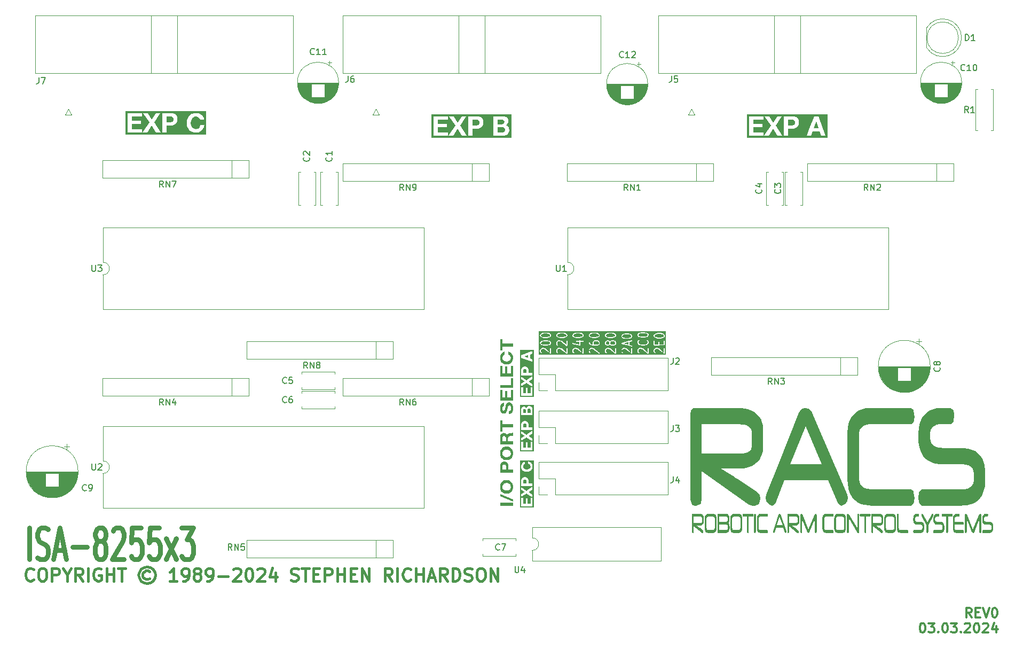
<source format=gbr>
%TF.GenerationSoftware,KiCad,Pcbnew,8.0.0*%
%TF.CreationDate,2024-03-03T11:21:49-05:00*%
%TF.ProjectId,ISA8255,49534138-3235-4352-9e6b-696361645f70,rev?*%
%TF.SameCoordinates,Original*%
%TF.FileFunction,Legend,Top*%
%TF.FilePolarity,Positive*%
%FSLAX46Y46*%
G04 Gerber Fmt 4.6, Leading zero omitted, Abs format (unit mm)*
G04 Created by KiCad (PCBNEW 8.0.0) date 2024-03-03 11:21:49*
%MOMM*%
%LPD*%
G01*
G04 APERTURE LIST*
%ADD10C,0.150000*%
%ADD11C,0.750000*%
%ADD12C,0.250000*%
%ADD13C,0.400000*%
%ADD14C,0.500000*%
%ADD15C,0.300000*%
%ADD16C,0.120000*%
G04 APERTURE END LIST*
D10*
G36*
X134470767Y-124629977D02*
G01*
X134551026Y-124662067D01*
X134613697Y-124724838D01*
X134639393Y-124781405D01*
X134657665Y-124869561D01*
X134662424Y-124959922D01*
X134662424Y-125259119D01*
X134115320Y-125259119D01*
X134115320Y-124959922D01*
X134117651Y-124895057D01*
X134130737Y-124808333D01*
X134164046Y-124724838D01*
X134214469Y-124670517D01*
X134298779Y-124631888D01*
X134388872Y-124621829D01*
X134470767Y-124629977D01*
G37*
G36*
X135814300Y-129057183D02*
G01*
X133619969Y-129057183D01*
X133619969Y-128862739D01*
X133814413Y-128862739D01*
X135619856Y-128862739D01*
X135619856Y-127535157D01*
X135291593Y-127535157D01*
X135291593Y-128478484D01*
X134826555Y-128478484D01*
X134826555Y-127630473D01*
X134525648Y-127630473D01*
X134525648Y-128478484D01*
X134142675Y-128478484D01*
X134142675Y-127554819D01*
X133814413Y-127554819D01*
X133814413Y-128862739D01*
X133619969Y-128862739D01*
X133619969Y-127411204D01*
X133814413Y-127411204D01*
X134673964Y-126847430D01*
X135619856Y-127459930D01*
X135619856Y-127026094D01*
X134987267Y-126636710D01*
X135619856Y-126254592D01*
X135619856Y-125796392D01*
X134676529Y-126406755D01*
X133814413Y-125845546D01*
X133814413Y-126266987D01*
X134401694Y-126622177D01*
X133814413Y-126965400D01*
X133814413Y-127411204D01*
X133619969Y-127411204D01*
X133619969Y-125643374D01*
X133814413Y-125643374D01*
X135619856Y-125643374D01*
X135619856Y-125259119D01*
X134963331Y-125259119D01*
X134963331Y-124854775D01*
X134961764Y-124798609D01*
X134952191Y-124710760D01*
X134929215Y-124614844D01*
X134893707Y-124529298D01*
X134845667Y-124454119D01*
X134785095Y-124389309D01*
X134735075Y-124349044D01*
X134657649Y-124304138D01*
X134571591Y-124272609D01*
X134476903Y-124254455D01*
X134388872Y-124249541D01*
X134329480Y-124251725D01*
X134232325Y-124266057D01*
X134143802Y-124293765D01*
X134063910Y-124334849D01*
X133992649Y-124389309D01*
X133950875Y-124431364D01*
X133898657Y-124503086D01*
X133858972Y-124585177D01*
X133831818Y-124677636D01*
X133818764Y-124762605D01*
X133814413Y-124854775D01*
X133814413Y-125259119D01*
X133814413Y-125643374D01*
X133619969Y-125643374D01*
X133619969Y-122546253D01*
X133814413Y-122546253D01*
X133815441Y-122595255D01*
X133823669Y-122689462D01*
X133840125Y-122778607D01*
X133864809Y-122862689D01*
X133897720Y-122941709D01*
X133950431Y-123033366D01*
X134015997Y-123117112D01*
X134077706Y-123178414D01*
X134093529Y-123192430D01*
X134176887Y-123255837D01*
X134267321Y-123308119D01*
X134364829Y-123349278D01*
X134447930Y-123374195D01*
X134535559Y-123391993D01*
X134627715Y-123402672D01*
X134724400Y-123406232D01*
X134818748Y-123402672D01*
X134908808Y-123391993D01*
X134994580Y-123374195D01*
X135095765Y-123341936D01*
X135190252Y-123298553D01*
X135278039Y-123244045D01*
X135359126Y-123178414D01*
X135390699Y-123148096D01*
X135447734Y-123083781D01*
X135507569Y-122996495D01*
X135554673Y-122901550D01*
X135583191Y-122820079D01*
X135603560Y-122733705D01*
X135615782Y-122642430D01*
X135619856Y-122546253D01*
X135619111Y-122506564D01*
X135610734Y-122411155D01*
X135593048Y-122321194D01*
X135566054Y-122236679D01*
X135529753Y-122157612D01*
X135484142Y-122083991D01*
X135429224Y-122015818D01*
X135404841Y-121990342D01*
X135339500Y-121932800D01*
X135267898Y-121884045D01*
X135190035Y-121844076D01*
X135105911Y-121812893D01*
X135015525Y-121790497D01*
X134918879Y-121776888D01*
X134918879Y-122149175D01*
X134950140Y-122154007D01*
X135036307Y-122176483D01*
X135118645Y-122215494D01*
X135186874Y-122269281D01*
X135205589Y-122289655D01*
X135254676Y-122365924D01*
X135283310Y-122455049D01*
X135291593Y-122546253D01*
X135288808Y-122604543D01*
X135270532Y-122698065D01*
X135235198Y-122780789D01*
X135182807Y-122852713D01*
X135113357Y-122913838D01*
X135074087Y-122939083D01*
X134987534Y-122979475D01*
X134903034Y-123003773D01*
X134810353Y-123017763D01*
X134724400Y-123021549D01*
X134664087Y-123019866D01*
X134579051Y-123011031D01*
X134488085Y-122991150D01*
X134405995Y-122960962D01*
X134323048Y-122913838D01*
X134271085Y-122871956D01*
X134213133Y-122803643D01*
X134172444Y-122724040D01*
X134149016Y-122633147D01*
X134142675Y-122546253D01*
X134150814Y-122459299D01*
X134178570Y-122371363D01*
X134226023Y-122291508D01*
X134269941Y-122242193D01*
X134345034Y-122190061D01*
X134431187Y-122164135D01*
X134431187Y-121791848D01*
X134378227Y-121799856D01*
X134294651Y-121820298D01*
X134202102Y-121856537D01*
X134117998Y-121905549D01*
X134042339Y-121967334D01*
X133975124Y-122041891D01*
X133937458Y-122094745D01*
X133890374Y-122179485D01*
X133854591Y-122270777D01*
X133830107Y-122368621D01*
X133818336Y-122455162D01*
X133814413Y-122546253D01*
X133619969Y-122546253D01*
X133619969Y-121582444D01*
X135814300Y-121582444D01*
X135814300Y-129057183D01*
G37*
D11*
X55817706Y-137271095D02*
X55817706Y-132271095D01*
X57103420Y-137033000D02*
X57531992Y-137271095D01*
X57531992Y-137271095D02*
X58246277Y-137271095D01*
X58246277Y-137271095D02*
X58531992Y-137033000D01*
X58531992Y-137033000D02*
X58674849Y-136794904D01*
X58674849Y-136794904D02*
X58817706Y-136318714D01*
X58817706Y-136318714D02*
X58817706Y-135842523D01*
X58817706Y-135842523D02*
X58674849Y-135366333D01*
X58674849Y-135366333D02*
X58531992Y-135128238D01*
X58531992Y-135128238D02*
X58246277Y-134890142D01*
X58246277Y-134890142D02*
X57674849Y-134652047D01*
X57674849Y-134652047D02*
X57389134Y-134413952D01*
X57389134Y-134413952D02*
X57246277Y-134175857D01*
X57246277Y-134175857D02*
X57103420Y-133699666D01*
X57103420Y-133699666D02*
X57103420Y-133223476D01*
X57103420Y-133223476D02*
X57246277Y-132747285D01*
X57246277Y-132747285D02*
X57389134Y-132509190D01*
X57389134Y-132509190D02*
X57674849Y-132271095D01*
X57674849Y-132271095D02*
X58389134Y-132271095D01*
X58389134Y-132271095D02*
X58817706Y-132509190D01*
X59960563Y-135842523D02*
X61389135Y-135842523D01*
X59674849Y-137271095D02*
X60674849Y-132271095D01*
X60674849Y-132271095D02*
X61674849Y-137271095D01*
X62674849Y-135366333D02*
X64960564Y-135366333D01*
X66817707Y-134413952D02*
X66531992Y-134175857D01*
X66531992Y-134175857D02*
X66389135Y-133937761D01*
X66389135Y-133937761D02*
X66246278Y-133461571D01*
X66246278Y-133461571D02*
X66246278Y-133223476D01*
X66246278Y-133223476D02*
X66389135Y-132747285D01*
X66389135Y-132747285D02*
X66531992Y-132509190D01*
X66531992Y-132509190D02*
X66817707Y-132271095D01*
X66817707Y-132271095D02*
X67389135Y-132271095D01*
X67389135Y-132271095D02*
X67674850Y-132509190D01*
X67674850Y-132509190D02*
X67817707Y-132747285D01*
X67817707Y-132747285D02*
X67960564Y-133223476D01*
X67960564Y-133223476D02*
X67960564Y-133461571D01*
X67960564Y-133461571D02*
X67817707Y-133937761D01*
X67817707Y-133937761D02*
X67674850Y-134175857D01*
X67674850Y-134175857D02*
X67389135Y-134413952D01*
X67389135Y-134413952D02*
X66817707Y-134413952D01*
X66817707Y-134413952D02*
X66531992Y-134652047D01*
X66531992Y-134652047D02*
X66389135Y-134890142D01*
X66389135Y-134890142D02*
X66246278Y-135366333D01*
X66246278Y-135366333D02*
X66246278Y-136318714D01*
X66246278Y-136318714D02*
X66389135Y-136794904D01*
X66389135Y-136794904D02*
X66531992Y-137033000D01*
X66531992Y-137033000D02*
X66817707Y-137271095D01*
X66817707Y-137271095D02*
X67389135Y-137271095D01*
X67389135Y-137271095D02*
X67674850Y-137033000D01*
X67674850Y-137033000D02*
X67817707Y-136794904D01*
X67817707Y-136794904D02*
X67960564Y-136318714D01*
X67960564Y-136318714D02*
X67960564Y-135366333D01*
X67960564Y-135366333D02*
X67817707Y-134890142D01*
X67817707Y-134890142D02*
X67674850Y-134652047D01*
X67674850Y-134652047D02*
X67389135Y-134413952D01*
X69103421Y-132747285D02*
X69246278Y-132509190D01*
X69246278Y-132509190D02*
X69531993Y-132271095D01*
X69531993Y-132271095D02*
X70246278Y-132271095D01*
X70246278Y-132271095D02*
X70531993Y-132509190D01*
X70531993Y-132509190D02*
X70674850Y-132747285D01*
X70674850Y-132747285D02*
X70817707Y-133223476D01*
X70817707Y-133223476D02*
X70817707Y-133699666D01*
X70817707Y-133699666D02*
X70674850Y-134413952D01*
X70674850Y-134413952D02*
X68960564Y-137271095D01*
X68960564Y-137271095D02*
X70817707Y-137271095D01*
X73531993Y-132271095D02*
X72103421Y-132271095D01*
X72103421Y-132271095D02*
X71960564Y-134652047D01*
X71960564Y-134652047D02*
X72103421Y-134413952D01*
X72103421Y-134413952D02*
X72389136Y-134175857D01*
X72389136Y-134175857D02*
X73103421Y-134175857D01*
X73103421Y-134175857D02*
X73389136Y-134413952D01*
X73389136Y-134413952D02*
X73531993Y-134652047D01*
X73531993Y-134652047D02*
X73674850Y-135128238D01*
X73674850Y-135128238D02*
X73674850Y-136318714D01*
X73674850Y-136318714D02*
X73531993Y-136794904D01*
X73531993Y-136794904D02*
X73389136Y-137033000D01*
X73389136Y-137033000D02*
X73103421Y-137271095D01*
X73103421Y-137271095D02*
X72389136Y-137271095D01*
X72389136Y-137271095D02*
X72103421Y-137033000D01*
X72103421Y-137033000D02*
X71960564Y-136794904D01*
X76389136Y-132271095D02*
X74960564Y-132271095D01*
X74960564Y-132271095D02*
X74817707Y-134652047D01*
X74817707Y-134652047D02*
X74960564Y-134413952D01*
X74960564Y-134413952D02*
X75246279Y-134175857D01*
X75246279Y-134175857D02*
X75960564Y-134175857D01*
X75960564Y-134175857D02*
X76246279Y-134413952D01*
X76246279Y-134413952D02*
X76389136Y-134652047D01*
X76389136Y-134652047D02*
X76531993Y-135128238D01*
X76531993Y-135128238D02*
X76531993Y-136318714D01*
X76531993Y-136318714D02*
X76389136Y-136794904D01*
X76389136Y-136794904D02*
X76246279Y-137033000D01*
X76246279Y-137033000D02*
X75960564Y-137271095D01*
X75960564Y-137271095D02*
X75246279Y-137271095D01*
X75246279Y-137271095D02*
X74960564Y-137033000D01*
X74960564Y-137033000D02*
X74817707Y-136794904D01*
X77531993Y-137271095D02*
X79103422Y-133937761D01*
X77531993Y-133937761D02*
X79103422Y-137271095D01*
X79960564Y-132271095D02*
X81817707Y-132271095D01*
X81817707Y-132271095D02*
X80817707Y-134175857D01*
X80817707Y-134175857D02*
X81246278Y-134175857D01*
X81246278Y-134175857D02*
X81531993Y-134413952D01*
X81531993Y-134413952D02*
X81674850Y-134652047D01*
X81674850Y-134652047D02*
X81817707Y-135128238D01*
X81817707Y-135128238D02*
X81817707Y-136318714D01*
X81817707Y-136318714D02*
X81674850Y-136794904D01*
X81674850Y-136794904D02*
X81531993Y-137033000D01*
X81531993Y-137033000D02*
X81246278Y-137271095D01*
X81246278Y-137271095D02*
X80389135Y-137271095D01*
X80389135Y-137271095D02*
X80103421Y-137033000D01*
X80103421Y-137033000D02*
X79960564Y-136794904D01*
D12*
G36*
X162244836Y-130049674D02*
G01*
X162318719Y-130061150D01*
X162395577Y-130082874D01*
X162424777Y-130094209D01*
X162499753Y-130131715D01*
X162572164Y-130183492D01*
X162620049Y-130229764D01*
X162683171Y-130313352D01*
X162735083Y-130419097D01*
X162743514Y-130442255D01*
X162775937Y-130574329D01*
X162786745Y-130721424D01*
X162786745Y-131246058D01*
X162775937Y-131393337D01*
X162743514Y-131525960D01*
X162691032Y-131641365D01*
X162629934Y-131727318D01*
X162620049Y-131738452D01*
X162549115Y-131802888D01*
X162473441Y-131850991D01*
X162424777Y-131874006D01*
X162350123Y-131899122D01*
X162269959Y-131914936D01*
X162193101Y-131921215D01*
X162166490Y-131921634D01*
X162081860Y-131921634D01*
X162005314Y-131921634D01*
X161928996Y-131921634D01*
X161920293Y-131921634D01*
X161844491Y-131921634D01*
X161799027Y-131921634D01*
X161723079Y-131921634D01*
X161704138Y-131921634D01*
X161629279Y-131921634D01*
X161621706Y-131921634D01*
X161692190Y-131971965D01*
X161694613Y-131973658D01*
X161766598Y-132024963D01*
X161790600Y-132042534D01*
X161862432Y-132096244D01*
X161928720Y-132147314D01*
X162001272Y-132203481D01*
X162072770Y-132259696D01*
X162130586Y-132305584D01*
X162639100Y-132710050D01*
X162697031Y-132808739D01*
X162706511Y-132897628D01*
X162680168Y-133037447D01*
X162669508Y-133052234D01*
X162595800Y-133091389D01*
X162562896Y-133094000D01*
X162525893Y-133094000D01*
X162480464Y-133088138D01*
X162435035Y-133071285D01*
X162396200Y-133039778D01*
X161161919Y-131991243D01*
X161161919Y-132899826D01*
X161138217Y-133040439D01*
X161126016Y-133057363D01*
X161053201Y-133091710D01*
X161020503Y-133094000D01*
X160945595Y-133077906D01*
X160917188Y-133056630D01*
X160881845Y-132926560D01*
X160881284Y-132897628D01*
X160881284Y-130514795D01*
X161161919Y-130514795D01*
X161161919Y-131496651D01*
X162140845Y-131496651D01*
X162216424Y-131493766D01*
X162291447Y-131483107D01*
X162319264Y-131476135D01*
X162393156Y-131445994D01*
X162432104Y-131419715D01*
X162491455Y-131336916D01*
X162508308Y-131230671D01*
X162508308Y-130780775D01*
X162491455Y-130677461D01*
X162432104Y-130591732D01*
X162360666Y-130550298D01*
X162319264Y-130536044D01*
X162244844Y-130520792D01*
X162167194Y-130515127D01*
X162140845Y-130514795D01*
X161161919Y-130514795D01*
X160881284Y-130514795D01*
X160881284Y-130237824D01*
X160906014Y-130093842D01*
X160980203Y-130045849D01*
X162166490Y-130045849D01*
X162244836Y-130049674D01*
G37*
G36*
X164244312Y-130048903D02*
G01*
X164348624Y-130064936D01*
X164441956Y-130094713D01*
X164524307Y-130138232D01*
X164595678Y-130195494D01*
X164673760Y-130293222D01*
X164732321Y-130415382D01*
X164771362Y-130561973D01*
X164790882Y-130732996D01*
X164793322Y-130827670D01*
X164793322Y-132312178D01*
X164783562Y-132495418D01*
X164754281Y-132654225D01*
X164705480Y-132788601D01*
X164637159Y-132898544D01*
X164549318Y-132984056D01*
X164470626Y-133032156D01*
X164380955Y-133066514D01*
X164280303Y-133087128D01*
X164168671Y-133094000D01*
X163554644Y-133094000D01*
X163479003Y-133090946D01*
X163374691Y-133074912D01*
X163281359Y-133045136D01*
X163199008Y-133001616D01*
X163127637Y-132944354D01*
X163049555Y-132846626D01*
X162990994Y-132724467D01*
X162951954Y-132577875D01*
X162932433Y-132406852D01*
X162929993Y-132312178D01*
X162929993Y-132301920D01*
X163208430Y-132301920D01*
X163235092Y-132439298D01*
X163292694Y-132529799D01*
X163362825Y-132584030D01*
X163437980Y-132611658D01*
X163518214Y-132623565D01*
X163563071Y-132625053D01*
X164160244Y-132625053D01*
X164236653Y-132620495D01*
X164312083Y-132604123D01*
X164388533Y-132566914D01*
X164430255Y-132529799D01*
X164488108Y-132439298D01*
X164514885Y-132301920D01*
X164514885Y-130837928D01*
X164488108Y-130698283D01*
X164430255Y-130608584D01*
X164360332Y-130555187D01*
X164285283Y-130527984D01*
X164205095Y-130516260D01*
X164160244Y-130514795D01*
X163563071Y-130514795D01*
X163486645Y-130519283D01*
X163411151Y-130535403D01*
X163334558Y-130572039D01*
X163292694Y-130608584D01*
X163232212Y-130705324D01*
X163208430Y-130837928D01*
X163208430Y-132301920D01*
X162929993Y-132301920D01*
X162929993Y-130827670D01*
X162939753Y-130644431D01*
X162969034Y-130485623D01*
X163017835Y-130351248D01*
X163086156Y-130241304D01*
X163173998Y-130155792D01*
X163252689Y-130107692D01*
X163342361Y-130073335D01*
X163443012Y-130052720D01*
X163554644Y-130045849D01*
X164168671Y-130045849D01*
X164244312Y-130048903D01*
G37*
G36*
X166310213Y-130048805D02*
G01*
X166389540Y-130059023D01*
X166464358Y-130076540D01*
X166485925Y-130083218D01*
X166560535Y-130116096D01*
X166633436Y-130168354D01*
X166682296Y-130218773D01*
X166743105Y-130309320D01*
X166791579Y-130422603D01*
X166809791Y-130482555D01*
X166837474Y-130620354D01*
X166851626Y-130770566D01*
X166855220Y-130910468D01*
X166849450Y-131067295D01*
X166830176Y-131219052D01*
X166814187Y-131292953D01*
X166769178Y-131415575D01*
X166706917Y-131512879D01*
X166661413Y-131562597D01*
X166728492Y-131627409D01*
X166788836Y-131721110D01*
X166816019Y-131781683D01*
X166851516Y-131911067D01*
X166869663Y-132063884D01*
X166874271Y-132213260D01*
X166869012Y-132373816D01*
X166851077Y-132527783D01*
X166820415Y-132658026D01*
X166775610Y-132776453D01*
X166716490Y-132880564D01*
X166680098Y-132926205D01*
X166611542Y-132989403D01*
X166535567Y-133036114D01*
X166480796Y-133058096D01*
X166402828Y-133078537D01*
X166324082Y-133090493D01*
X166251818Y-133094000D01*
X165059669Y-133094000D01*
X164986854Y-133044540D01*
X164962582Y-132896163D01*
X164962582Y-131780950D01*
X165243217Y-131780950D01*
X165243217Y-132625053D01*
X166268671Y-132625053D01*
X166346023Y-132621304D01*
X166423132Y-132606398D01*
X166435367Y-132602339D01*
X166505774Y-132560835D01*
X166532453Y-132530531D01*
X166576097Y-132411391D01*
X166576783Y-132406700D01*
X166587148Y-132258477D01*
X166587408Y-132226449D01*
X166581347Y-132076552D01*
X166574585Y-132020552D01*
X166533151Y-131896091D01*
X166524027Y-131882066D01*
X166453546Y-131819724D01*
X166417415Y-131804397D01*
X166344170Y-131787567D01*
X166266106Y-131781316D01*
X166239362Y-131780950D01*
X165243217Y-131780950D01*
X164962582Y-131780950D01*
X164962582Y-130514795D01*
X165249445Y-130514795D01*
X165249445Y-131312004D01*
X166254016Y-131312004D01*
X166331013Y-131308918D01*
X166404240Y-131297836D01*
X166412286Y-131295884D01*
X166484902Y-131263682D01*
X166514501Y-131237998D01*
X166566296Y-131132084D01*
X166569456Y-131117831D01*
X166584225Y-130972201D01*
X166585210Y-130911201D01*
X166576745Y-130760505D01*
X166572387Y-130730950D01*
X166527279Y-130610123D01*
X166525126Y-130607119D01*
X166456845Y-130549416D01*
X166426940Y-130536777D01*
X166349568Y-130519625D01*
X166270789Y-130514817D01*
X166264641Y-130514795D01*
X165249445Y-130514795D01*
X164962582Y-130514795D01*
X164962582Y-130239289D01*
X164986854Y-130094209D01*
X165059669Y-130045849D01*
X166234965Y-130045849D01*
X166310213Y-130048805D01*
G37*
G36*
X168309490Y-130048903D02*
G01*
X168413802Y-130064936D01*
X168507134Y-130094713D01*
X168589485Y-130138232D01*
X168660856Y-130195494D01*
X168738938Y-130293222D01*
X168797499Y-130415382D01*
X168836539Y-130561973D01*
X168856060Y-130732996D01*
X168858500Y-130827670D01*
X168858500Y-132312178D01*
X168848740Y-132495418D01*
X168819459Y-132654225D01*
X168770658Y-132788601D01*
X168702337Y-132898544D01*
X168614496Y-132984056D01*
X168535804Y-133032156D01*
X168446133Y-133066514D01*
X168345481Y-133087128D01*
X168233849Y-133094000D01*
X167619822Y-133094000D01*
X167544181Y-133090946D01*
X167439869Y-133074912D01*
X167346537Y-133045136D01*
X167264186Y-133001616D01*
X167192815Y-132944354D01*
X167114733Y-132846626D01*
X167056172Y-132724467D01*
X167017132Y-132577875D01*
X166997611Y-132406852D01*
X166995171Y-132312178D01*
X166995171Y-132301920D01*
X167273608Y-132301920D01*
X167300270Y-132439298D01*
X167357872Y-132529799D01*
X167428003Y-132584030D01*
X167503158Y-132611658D01*
X167583392Y-132623565D01*
X167628249Y-132625053D01*
X168225422Y-132625053D01*
X168301830Y-132620495D01*
X168377261Y-132604123D01*
X168453711Y-132566914D01*
X168495433Y-132529799D01*
X168553285Y-132439298D01*
X168580063Y-132301920D01*
X168580063Y-130837928D01*
X168553285Y-130698283D01*
X168495433Y-130608584D01*
X168425510Y-130555187D01*
X168350461Y-130527984D01*
X168270273Y-130516260D01*
X168225422Y-130514795D01*
X167628249Y-130514795D01*
X167551823Y-130519283D01*
X167476329Y-130535403D01*
X167399736Y-130572039D01*
X167357872Y-130608584D01*
X167297389Y-130705324D01*
X167273608Y-130837928D01*
X167273608Y-132301920D01*
X166995171Y-132301920D01*
X166995171Y-130827670D01*
X167004931Y-130644431D01*
X167034212Y-130485623D01*
X167083013Y-130351248D01*
X167151334Y-130241304D01*
X167239175Y-130155792D01*
X167317867Y-130107692D01*
X167407538Y-130073335D01*
X167508190Y-130052720D01*
X167619822Y-130045849D01*
X168233849Y-130045849D01*
X168309490Y-130048903D01*
G37*
G36*
X169909599Y-130514795D02*
G01*
X169909599Y-132899094D01*
X169885897Y-133039706D01*
X169873695Y-133056630D01*
X169800880Y-133091664D01*
X169768182Y-133094000D01*
X169692951Y-133077906D01*
X169664501Y-133056630D01*
X169629519Y-132927842D01*
X169628964Y-132899094D01*
X169628964Y-130514795D01*
X168993688Y-130514795D01*
X168927010Y-130456177D01*
X168911502Y-130308715D01*
X168911256Y-130280322D01*
X168920872Y-130132918D01*
X168927010Y-130104467D01*
X168993688Y-130045849D01*
X170546706Y-130045849D01*
X170613018Y-130104467D01*
X170628886Y-130251929D01*
X170629138Y-130280322D01*
X170619299Y-130427726D01*
X170613018Y-130456177D01*
X170546706Y-130514795D01*
X169909599Y-130514795D01*
G37*
G36*
X171024445Y-132898361D02*
G01*
X171000743Y-133039680D01*
X170988542Y-133056630D01*
X170915727Y-133091664D01*
X170883029Y-133094000D01*
X170808121Y-133077906D01*
X170779714Y-133056630D01*
X170744371Y-132927281D01*
X170743810Y-132898361D01*
X170743810Y-130241487D01*
X170767512Y-130100168D01*
X170779714Y-130083218D01*
X170851293Y-130048184D01*
X170883029Y-130045849D01*
X170956874Y-130060446D01*
X170988542Y-130083218D01*
X171023884Y-130212567D01*
X171024445Y-130241487D01*
X171024445Y-132898361D01*
G37*
G36*
X171825684Y-133094000D02*
G01*
X171750043Y-133090946D01*
X171645731Y-133074912D01*
X171552399Y-133045136D01*
X171470048Y-133001616D01*
X171398677Y-132944354D01*
X171320595Y-132846626D01*
X171262034Y-132724467D01*
X171222993Y-132577875D01*
X171203473Y-132406852D01*
X171201033Y-132312178D01*
X171201033Y-130827670D01*
X171210793Y-130644431D01*
X171240074Y-130485623D01*
X171288875Y-130351248D01*
X171357196Y-130241304D01*
X171445037Y-130155792D01*
X171523729Y-130107692D01*
X171613400Y-130073335D01*
X171714052Y-130052720D01*
X171825684Y-130045849D01*
X172859564Y-130045849D01*
X172925876Y-130104467D01*
X172941744Y-130251929D01*
X172941996Y-130280322D01*
X172932157Y-130427726D01*
X172925876Y-130456177D01*
X172859564Y-130514795D01*
X171834110Y-130514795D01*
X171757685Y-130519283D01*
X171682191Y-130535403D01*
X171605598Y-130572039D01*
X171563734Y-130608584D01*
X171503251Y-130705324D01*
X171479470Y-130837928D01*
X171479470Y-132301920D01*
X171506131Y-132439298D01*
X171563734Y-132529799D01*
X171633865Y-132584030D01*
X171709020Y-132611658D01*
X171789254Y-132623565D01*
X171834110Y-132625053D01*
X172861762Y-132625053D01*
X172926975Y-132683672D01*
X172941761Y-132831133D01*
X172941996Y-132859526D01*
X172932080Y-133008548D01*
X172926975Y-133033183D01*
X172861762Y-133094000D01*
X171825684Y-133094000D01*
G37*
G36*
X174880720Y-130063512D02*
G01*
X174907174Y-130083218D01*
X174965117Y-130174420D01*
X174971654Y-130191662D01*
X175891961Y-132778193D01*
X175906616Y-132873448D01*
X175892694Y-132961376D01*
X175856790Y-133031718D01*
X175807331Y-133077879D01*
X175752743Y-133094000D01*
X175699620Y-133075681D01*
X175659686Y-133011201D01*
X175410558Y-132296791D01*
X174237460Y-132296791D01*
X174003353Y-133011201D01*
X173964152Y-133075681D01*
X173912495Y-133094000D01*
X173859739Y-133077879D01*
X173809913Y-133029519D01*
X173774009Y-132959177D01*
X173760454Y-132869785D01*
X173775108Y-132778193D01*
X174093058Y-131827845D01*
X174382907Y-131827845D01*
X175254487Y-131827845D01*
X174807157Y-130560957D01*
X174382907Y-131827845D01*
X174093058Y-131827845D01*
X174640461Y-130191662D01*
X174696136Y-130090521D01*
X174703475Y-130083218D01*
X174776909Y-130048184D01*
X174807157Y-130045849D01*
X174880720Y-130063512D01*
G37*
G36*
X177383008Y-130049674D02*
G01*
X177456890Y-130061150D01*
X177533748Y-130082874D01*
X177562949Y-130094209D01*
X177637925Y-130131715D01*
X177710336Y-130183492D01*
X177758221Y-130229764D01*
X177821343Y-130313352D01*
X177873254Y-130419097D01*
X177881685Y-130442255D01*
X177914109Y-130574329D01*
X177924916Y-130721424D01*
X177924916Y-131246058D01*
X177914109Y-131393337D01*
X177881685Y-131525960D01*
X177829204Y-131641365D01*
X177768105Y-131727318D01*
X177758221Y-131738452D01*
X177687287Y-131802888D01*
X177611612Y-131850991D01*
X177562949Y-131874006D01*
X177488295Y-131899122D01*
X177408131Y-131914936D01*
X177331273Y-131921215D01*
X177304662Y-131921634D01*
X177220032Y-131921634D01*
X177143486Y-131921634D01*
X177067168Y-131921634D01*
X177058465Y-131921634D01*
X176982663Y-131921634D01*
X176937198Y-131921634D01*
X176861251Y-131921634D01*
X176842310Y-131921634D01*
X176767450Y-131921634D01*
X176759878Y-131921634D01*
X176830362Y-131971965D01*
X176832785Y-131973658D01*
X176904769Y-132024963D01*
X176928772Y-132042534D01*
X177000604Y-132096244D01*
X177066891Y-132147314D01*
X177139444Y-132203481D01*
X177210941Y-132259696D01*
X177268758Y-132305584D01*
X177777272Y-132710050D01*
X177835203Y-132808739D01*
X177844683Y-132897628D01*
X177818340Y-133037447D01*
X177807680Y-133052234D01*
X177733972Y-133091389D01*
X177701068Y-133094000D01*
X177664065Y-133094000D01*
X177618636Y-133088138D01*
X177573207Y-133071285D01*
X177534372Y-133039778D01*
X176300091Y-131991243D01*
X176300091Y-132899826D01*
X176276389Y-133040439D01*
X176264187Y-133057363D01*
X176191372Y-133091710D01*
X176158674Y-133094000D01*
X176083766Y-133077906D01*
X176055360Y-133056630D01*
X176020017Y-132926560D01*
X176019456Y-132897628D01*
X176019456Y-130514795D01*
X176300091Y-130514795D01*
X176300091Y-131496651D01*
X177279016Y-131496651D01*
X177354596Y-131493766D01*
X177429619Y-131483107D01*
X177457436Y-131476135D01*
X177531327Y-131445994D01*
X177570276Y-131419715D01*
X177629627Y-131336916D01*
X177646480Y-131230671D01*
X177646480Y-130780775D01*
X177629627Y-130677461D01*
X177570276Y-130591732D01*
X177498838Y-130550298D01*
X177457436Y-130536044D01*
X177383016Y-130520792D01*
X177305366Y-130515127D01*
X177279016Y-130514795D01*
X176300091Y-130514795D01*
X176019456Y-130514795D01*
X176019456Y-130237824D01*
X176044185Y-130093842D01*
X176118374Y-130045849D01*
X177304662Y-130045849D01*
X177383008Y-130049674D01*
G37*
G36*
X180357575Y-130193127D02*
G01*
X180415061Y-130096509D01*
X180432680Y-130079554D01*
X180505888Y-130047034D01*
X180524637Y-130045849D01*
X180600082Y-130068395D01*
X180658761Y-130157189D01*
X180680556Y-130313344D01*
X180680709Y-130330880D01*
X180680709Y-132896896D01*
X180657006Y-133039405D01*
X180644805Y-133056630D01*
X180571990Y-133091664D01*
X180539292Y-133094000D01*
X180465447Y-133079402D01*
X180433779Y-133056630D01*
X180398191Y-132921499D01*
X180397875Y-132899826D01*
X180397875Y-130938312D01*
X179555970Y-132936463D01*
X179500878Y-133035106D01*
X179481965Y-133056630D01*
X179409165Y-133092686D01*
X179389274Y-133094000D01*
X179314499Y-133076337D01*
X179286692Y-133056630D01*
X179227051Y-132970513D01*
X179211954Y-132936463D01*
X178367851Y-130938312D01*
X178367851Y-132899826D01*
X178344149Y-133039732D01*
X178331947Y-133056630D01*
X178259132Y-133091664D01*
X178226434Y-133094000D01*
X178151526Y-133077906D01*
X178123120Y-133056630D01*
X178087777Y-132925999D01*
X178087216Y-132896896D01*
X178087216Y-130330880D01*
X178102242Y-130180571D01*
X178159945Y-130073684D01*
X178241089Y-130045849D01*
X178318441Y-130070155D01*
X178382613Y-130143076D01*
X178407785Y-130193127D01*
X179378650Y-132527600D01*
X180357575Y-130193127D01*
G37*
G36*
X182202586Y-133094000D02*
G01*
X182126944Y-133090946D01*
X182022632Y-133074912D01*
X181929301Y-133045136D01*
X181846949Y-133001616D01*
X181775578Y-132944354D01*
X181697497Y-132846626D01*
X181638936Y-132724467D01*
X181599895Y-132577875D01*
X181580375Y-132406852D01*
X181577935Y-132312178D01*
X181577935Y-130827670D01*
X181587695Y-130644431D01*
X181616975Y-130485623D01*
X181665776Y-130351248D01*
X181734097Y-130241304D01*
X181821939Y-130155792D01*
X181900630Y-130107692D01*
X181990302Y-130073335D01*
X182090954Y-130052720D01*
X182202586Y-130045849D01*
X183236466Y-130045849D01*
X183302778Y-130104467D01*
X183318646Y-130251929D01*
X183318898Y-130280322D01*
X183309059Y-130427726D01*
X183302778Y-130456177D01*
X183236466Y-130514795D01*
X182211012Y-130514795D01*
X182134586Y-130519283D01*
X182059093Y-130535403D01*
X181982500Y-130572039D01*
X181940635Y-130608584D01*
X181880153Y-130705324D01*
X181856371Y-130837928D01*
X181856371Y-132301920D01*
X181883033Y-132439298D01*
X181940635Y-132529799D01*
X182010767Y-132584030D01*
X182085922Y-132611658D01*
X182166155Y-132623565D01*
X182211012Y-132625053D01*
X183238664Y-132625053D01*
X183303877Y-132683672D01*
X183318663Y-132831133D01*
X183318898Y-132859526D01*
X183308981Y-133008548D01*
X183303877Y-133033183D01*
X183238664Y-133094000D01*
X182202586Y-133094000D01*
G37*
G36*
X184773900Y-130048903D02*
G01*
X184878212Y-130064936D01*
X184971544Y-130094713D01*
X185053895Y-130138232D01*
X185125267Y-130195494D01*
X185203348Y-130293222D01*
X185261909Y-130415382D01*
X185300950Y-130561973D01*
X185320470Y-130732996D01*
X185322910Y-130827670D01*
X185322910Y-132312178D01*
X185313150Y-132495418D01*
X185283869Y-132654225D01*
X185235069Y-132788601D01*
X185166747Y-132898544D01*
X185078906Y-132984056D01*
X185000214Y-133032156D01*
X184910543Y-133066514D01*
X184809891Y-133087128D01*
X184698259Y-133094000D01*
X184084233Y-133094000D01*
X184008591Y-133090946D01*
X183904279Y-133074912D01*
X183810948Y-133045136D01*
X183728596Y-133001616D01*
X183657225Y-132944354D01*
X183579144Y-132846626D01*
X183520583Y-132724467D01*
X183481542Y-132577875D01*
X183462022Y-132406852D01*
X183459581Y-132312178D01*
X183459581Y-132301920D01*
X183738018Y-132301920D01*
X183764680Y-132439298D01*
X183822282Y-132529799D01*
X183892414Y-132584030D01*
X183967568Y-132611658D01*
X184047802Y-132623565D01*
X184092659Y-132625053D01*
X184689833Y-132625053D01*
X184766241Y-132620495D01*
X184841672Y-132604123D01*
X184918122Y-132566914D01*
X184959843Y-132529799D01*
X185017696Y-132439298D01*
X185044473Y-132301920D01*
X185044473Y-130837928D01*
X185017696Y-130698283D01*
X184959843Y-130608584D01*
X184889920Y-130555187D01*
X184814872Y-130527984D01*
X184734684Y-130516260D01*
X184689833Y-130514795D01*
X184092659Y-130514795D01*
X184016233Y-130519283D01*
X183940739Y-130535403D01*
X183864146Y-130572039D01*
X183822282Y-130608584D01*
X183761800Y-130705324D01*
X183738018Y-130837928D01*
X183738018Y-132301920D01*
X183459581Y-132301920D01*
X183459581Y-130827670D01*
X183469342Y-130644431D01*
X183498622Y-130485623D01*
X183547423Y-130351248D01*
X183615744Y-130241304D01*
X183703586Y-130155792D01*
X183782277Y-130107692D01*
X183871949Y-130073335D01*
X183972601Y-130052720D01*
X184084233Y-130045849D01*
X184698259Y-130045849D01*
X184773900Y-130048903D01*
G37*
G36*
X187252184Y-133094000D02*
G01*
X187203458Y-133090336D01*
X187167554Y-133069819D01*
X187131651Y-133025856D01*
X187085489Y-132953316D01*
X185772806Y-130785172D01*
X185772806Y-132899826D01*
X185749103Y-133039732D01*
X185736902Y-133056630D01*
X185664087Y-133091664D01*
X185631389Y-133094000D01*
X185556481Y-133077906D01*
X185528074Y-133056630D01*
X185492731Y-132927281D01*
X185492170Y-132898361D01*
X185492170Y-130241487D01*
X185516166Y-130099659D01*
X185525876Y-130085416D01*
X185597995Y-130047742D01*
X185625161Y-130045849D01*
X185700580Y-130059874D01*
X185734704Y-130081752D01*
X185799687Y-130161299D01*
X185823364Y-130199722D01*
X187116996Y-132374460D01*
X187116996Y-130241487D01*
X187140698Y-130100168D01*
X187152900Y-130083218D01*
X187224478Y-130048184D01*
X187256214Y-130045849D01*
X187330060Y-130060446D01*
X187361727Y-130083218D01*
X187397070Y-130212567D01*
X187397631Y-130241487D01*
X187397631Y-132898361D01*
X187373929Y-133039680D01*
X187361727Y-133056630D01*
X187286646Y-133091664D01*
X187252184Y-133094000D01*
G37*
G36*
X188509180Y-130514795D02*
G01*
X188509180Y-132899094D01*
X188485478Y-133039706D01*
X188473277Y-133056630D01*
X188400462Y-133091664D01*
X188367764Y-133094000D01*
X188292533Y-133077906D01*
X188264083Y-133056630D01*
X188229100Y-132927842D01*
X188228545Y-132899094D01*
X188228545Y-130514795D01*
X187593270Y-130514795D01*
X187526591Y-130456177D01*
X187511084Y-130308715D01*
X187510838Y-130280322D01*
X187520453Y-130132918D01*
X187526591Y-130104467D01*
X187593270Y-130045849D01*
X189146288Y-130045849D01*
X189212600Y-130104467D01*
X189228468Y-130251929D01*
X189228720Y-130280322D01*
X189218881Y-130427726D01*
X189212600Y-130456177D01*
X189146288Y-130514795D01*
X188509180Y-130514795D01*
G37*
G36*
X190706943Y-130049674D02*
G01*
X190780826Y-130061150D01*
X190857684Y-130082874D01*
X190886884Y-130094209D01*
X190961861Y-130131715D01*
X191034272Y-130183492D01*
X191082157Y-130229764D01*
X191145279Y-130313352D01*
X191197190Y-130419097D01*
X191205621Y-130442255D01*
X191238045Y-130574329D01*
X191248852Y-130721424D01*
X191248852Y-131246058D01*
X191238045Y-131393337D01*
X191205621Y-131525960D01*
X191153140Y-131641365D01*
X191092041Y-131727318D01*
X191082157Y-131738452D01*
X191011222Y-131802888D01*
X190935548Y-131850991D01*
X190886884Y-131874006D01*
X190812230Y-131899122D01*
X190732067Y-131914936D01*
X190655209Y-131921215D01*
X190628598Y-131921634D01*
X190543967Y-131921634D01*
X190467422Y-131921634D01*
X190391103Y-131921634D01*
X190382401Y-131921634D01*
X190306599Y-131921634D01*
X190261134Y-131921634D01*
X190185187Y-131921634D01*
X190166246Y-131921634D01*
X190091386Y-131921634D01*
X190083814Y-131921634D01*
X190154298Y-131971965D01*
X190156720Y-131973658D01*
X190228705Y-132024963D01*
X190252708Y-132042534D01*
X190324540Y-132096244D01*
X190390827Y-132147314D01*
X190463380Y-132203481D01*
X190534877Y-132259696D01*
X190592694Y-132305584D01*
X191101207Y-132710050D01*
X191159139Y-132808739D01*
X191168618Y-132897628D01*
X191142276Y-133037447D01*
X191131616Y-133052234D01*
X191057908Y-133091389D01*
X191025004Y-133094000D01*
X190988001Y-133094000D01*
X190942572Y-133088138D01*
X190897143Y-133071285D01*
X190858308Y-133039778D01*
X189624027Y-131991243D01*
X189624027Y-132899826D01*
X189600325Y-133040439D01*
X189588123Y-133057363D01*
X189515308Y-133091710D01*
X189482610Y-133094000D01*
X189407702Y-133077906D01*
X189379295Y-133056630D01*
X189343953Y-132926560D01*
X189343392Y-132897628D01*
X189343392Y-130514795D01*
X189624027Y-130514795D01*
X189624027Y-131496651D01*
X190602952Y-131496651D01*
X190678532Y-131493766D01*
X190753555Y-131483107D01*
X190781371Y-131476135D01*
X190855263Y-131445994D01*
X190894212Y-131419715D01*
X190953563Y-131336916D01*
X190970415Y-131230671D01*
X190970415Y-130780775D01*
X190953563Y-130677461D01*
X190894212Y-130591732D01*
X190822773Y-130550298D01*
X190781371Y-130536044D01*
X190706952Y-130520792D01*
X190629302Y-130515127D01*
X190602952Y-130514795D01*
X189624027Y-130514795D01*
X189343392Y-130514795D01*
X189343392Y-130237824D01*
X189368121Y-130093842D01*
X189442310Y-130045849D01*
X190628598Y-130045849D01*
X190706943Y-130049674D01*
G37*
G36*
X192706420Y-130048903D02*
G01*
X192810731Y-130064936D01*
X192904063Y-130094713D01*
X192986415Y-130138232D01*
X193057786Y-130195494D01*
X193135867Y-130293222D01*
X193194428Y-130415382D01*
X193233469Y-130561973D01*
X193252989Y-130732996D01*
X193255429Y-130827670D01*
X193255429Y-132312178D01*
X193245669Y-132495418D01*
X193216389Y-132654225D01*
X193167588Y-132788601D01*
X193099267Y-132898544D01*
X193011425Y-132984056D01*
X192932734Y-133032156D01*
X192843062Y-133066514D01*
X192742410Y-133087128D01*
X192630778Y-133094000D01*
X192016752Y-133094000D01*
X191941110Y-133090946D01*
X191836799Y-133074912D01*
X191743467Y-133045136D01*
X191661115Y-133001616D01*
X191589744Y-132944354D01*
X191511663Y-132846626D01*
X191453102Y-132724467D01*
X191414061Y-132577875D01*
X191394541Y-132406852D01*
X191392101Y-132312178D01*
X191392101Y-132301920D01*
X191670538Y-132301920D01*
X191697199Y-132439298D01*
X191754801Y-132529799D01*
X191824933Y-132584030D01*
X191900088Y-132611658D01*
X191980321Y-132623565D01*
X192025178Y-132625053D01*
X192622352Y-132625053D01*
X192698760Y-132620495D01*
X192774191Y-132604123D01*
X192850641Y-132566914D01*
X192892362Y-132529799D01*
X192950215Y-132439298D01*
X192976993Y-132301920D01*
X192976993Y-130837928D01*
X192950215Y-130698283D01*
X192892362Y-130608584D01*
X192822439Y-130555187D01*
X192747391Y-130527984D01*
X192667203Y-130516260D01*
X192622352Y-130514795D01*
X192025178Y-130514795D01*
X191948753Y-130519283D01*
X191873259Y-130535403D01*
X191796666Y-130572039D01*
X191754801Y-130608584D01*
X191694319Y-130705324D01*
X191670538Y-130837928D01*
X191670538Y-132301920D01*
X191392101Y-132301920D01*
X191392101Y-130827670D01*
X191401861Y-130644431D01*
X191431141Y-130485623D01*
X191479942Y-130351248D01*
X191548263Y-130241304D01*
X191636105Y-130155792D01*
X191714796Y-130107692D01*
X191804468Y-130073335D01*
X191905120Y-130052720D01*
X192016752Y-130045849D01*
X192630778Y-130045849D01*
X192706420Y-130048903D01*
G37*
G36*
X194040914Y-133094000D02*
G01*
X193965273Y-133090963D01*
X193860961Y-133075019D01*
X193767630Y-133045410D01*
X193685278Y-133002136D01*
X193613907Y-132945195D01*
X193535825Y-132848017D01*
X193477264Y-132726545D01*
X193438224Y-132580778D01*
X193418703Y-132410716D01*
X193416263Y-132316575D01*
X193416263Y-130242220D01*
X193439965Y-130100901D01*
X193452167Y-130083951D01*
X193523745Y-130048230D01*
X193555482Y-130045849D01*
X193629327Y-130060446D01*
X193660995Y-130083218D01*
X193696337Y-130212006D01*
X193696898Y-130240755D01*
X193696898Y-132301187D01*
X193723212Y-132438797D01*
X193780063Y-132529799D01*
X193849569Y-132584030D01*
X193924405Y-132611658D01*
X194004501Y-132623565D01*
X194049341Y-132625053D01*
X195083221Y-132625053D01*
X195148434Y-132683672D01*
X195163220Y-132827767D01*
X195163454Y-132855130D01*
X195154286Y-133003876D01*
X195148434Y-133033183D01*
X195083221Y-133094000D01*
X194040914Y-133094000D01*
G37*
G36*
X196608395Y-131780950D02*
G01*
X196532754Y-131777882D01*
X196428442Y-131761773D01*
X196335110Y-131731857D01*
X196252759Y-131688134D01*
X196181388Y-131630603D01*
X196103306Y-131532418D01*
X196044745Y-131409686D01*
X196005704Y-131262407D01*
X195986184Y-131090582D01*
X195983744Y-130995465D01*
X195983744Y-130831334D01*
X195993504Y-130647236D01*
X196022785Y-130487684D01*
X196071586Y-130352679D01*
X196139907Y-130242220D01*
X196227748Y-130156308D01*
X196306440Y-130107982D01*
X196396111Y-130073463D01*
X196496763Y-130052752D01*
X196608395Y-130045849D01*
X196819421Y-130045849D01*
X196885733Y-130104467D01*
X196901240Y-130251929D01*
X196901487Y-130280322D01*
X196891871Y-130427726D01*
X196885733Y-130456177D01*
X196819421Y-130514795D01*
X196602167Y-130514795D01*
X196526092Y-130519213D01*
X196451857Y-130535081D01*
X196378127Y-130571145D01*
X196339117Y-130607119D01*
X196281415Y-130709518D01*
X196262181Y-130833532D01*
X196262181Y-130993267D01*
X196289304Y-131135490D01*
X196339117Y-131218214D01*
X196412344Y-131275367D01*
X196487280Y-131300921D01*
X196568293Y-131311179D01*
X196602167Y-131312004D01*
X197100056Y-131312004D01*
X197175697Y-131315072D01*
X197280009Y-131331181D01*
X197373341Y-131361096D01*
X197455692Y-131404820D01*
X197527064Y-131462350D01*
X197605145Y-131560536D01*
X197663706Y-131683268D01*
X197702747Y-131830547D01*
X197722267Y-132002371D01*
X197724707Y-132097489D01*
X197724707Y-132308515D01*
X197714947Y-132492613D01*
X197685666Y-132652164D01*
X197636866Y-132787169D01*
X197568544Y-132897628D01*
X197480703Y-132983541D01*
X197402011Y-133031866D01*
X197312340Y-133066385D01*
X197211688Y-133087096D01*
X197100056Y-133094000D01*
X196065810Y-133094000D01*
X195999498Y-133035381D01*
X195983990Y-132887920D01*
X195983744Y-132859526D01*
X195993359Y-132712122D01*
X195999498Y-132683672D01*
X196065810Y-132625053D01*
X197106284Y-132625053D01*
X197182342Y-132620635D01*
X197256513Y-132604767D01*
X197330101Y-132568703D01*
X197368967Y-132532729D01*
X197424453Y-132436838D01*
X197446270Y-132305584D01*
X197446270Y-132100420D01*
X197419018Y-131957843D01*
X197368967Y-131875472D01*
X197295964Y-131817873D01*
X197221128Y-131792119D01*
X197140155Y-131781781D01*
X197106284Y-131780950D01*
X196608395Y-131780950D01*
G37*
G36*
X197329034Y-130379973D02*
G01*
X197287474Y-130256050D01*
X197284704Y-130212911D01*
X197320607Y-130096407D01*
X197390928Y-130050786D01*
X197436745Y-130045849D01*
X197507453Y-130064900D01*
X197555080Y-130125716D01*
X198232488Y-131431438D01*
X198907697Y-130125716D01*
X198953859Y-130064900D01*
X199025667Y-130045849D01*
X199101903Y-130061150D01*
X199141804Y-130094209D01*
X199177708Y-130212911D01*
X199148443Y-130349765D01*
X199133378Y-130379973D01*
X198371706Y-131835905D01*
X198371706Y-132899826D01*
X198348004Y-133039732D01*
X198335803Y-133056630D01*
X198262988Y-133091664D01*
X198230290Y-133094000D01*
X198155382Y-133077906D01*
X198126975Y-133056630D01*
X198091387Y-132921499D01*
X198091071Y-132899826D01*
X198091071Y-131835905D01*
X197329034Y-130379973D01*
G37*
G36*
X199807488Y-131780950D02*
G01*
X199731847Y-131777882D01*
X199627535Y-131761773D01*
X199534203Y-131731857D01*
X199451852Y-131688134D01*
X199380480Y-131630603D01*
X199302399Y-131532418D01*
X199243838Y-131409686D01*
X199204797Y-131262407D01*
X199185277Y-131090582D01*
X199182837Y-130995465D01*
X199182837Y-130831334D01*
X199192597Y-130647236D01*
X199221878Y-130487684D01*
X199270678Y-130352679D01*
X199339000Y-130242220D01*
X199426841Y-130156308D01*
X199505533Y-130107982D01*
X199595204Y-130073463D01*
X199695856Y-130052752D01*
X199807488Y-130045849D01*
X200018514Y-130045849D01*
X200084826Y-130104467D01*
X200100333Y-130251929D01*
X200100579Y-130280322D01*
X200090964Y-130427726D01*
X200084826Y-130456177D01*
X200018514Y-130514795D01*
X199801260Y-130514795D01*
X199725185Y-130519213D01*
X199650950Y-130535081D01*
X199577219Y-130571145D01*
X199538210Y-130607119D01*
X199480508Y-130709518D01*
X199461274Y-130833532D01*
X199461274Y-130993267D01*
X199488397Y-131135490D01*
X199538210Y-131218214D01*
X199611437Y-131275367D01*
X199686373Y-131300921D01*
X199767385Y-131311179D01*
X199801260Y-131312004D01*
X200299149Y-131312004D01*
X200374790Y-131315072D01*
X200479102Y-131331181D01*
X200572434Y-131361096D01*
X200654785Y-131404820D01*
X200726156Y-131462350D01*
X200804238Y-131560536D01*
X200862799Y-131683268D01*
X200901840Y-131830547D01*
X200921360Y-132002371D01*
X200923800Y-132097489D01*
X200923800Y-132308515D01*
X200914040Y-132492613D01*
X200884759Y-132652164D01*
X200835958Y-132787169D01*
X200767637Y-132897628D01*
X200679796Y-132983541D01*
X200601104Y-133031866D01*
X200511433Y-133066385D01*
X200410781Y-133087096D01*
X200299149Y-133094000D01*
X199264903Y-133094000D01*
X199198591Y-133035381D01*
X199183083Y-132887920D01*
X199182837Y-132859526D01*
X199192452Y-132712122D01*
X199198591Y-132683672D01*
X199264903Y-132625053D01*
X200305377Y-132625053D01*
X200381434Y-132620635D01*
X200455606Y-132604767D01*
X200529194Y-132568703D01*
X200568060Y-132532729D01*
X200623546Y-132436838D01*
X200645363Y-132305584D01*
X200645363Y-132100420D01*
X200618111Y-131957843D01*
X200568060Y-131875472D01*
X200495056Y-131817873D01*
X200420220Y-131792119D01*
X200339248Y-131781781D01*
X200305377Y-131780950D01*
X199807488Y-131780950D01*
G37*
G36*
X201513646Y-130514795D02*
G01*
X201513646Y-132899094D01*
X201489944Y-133039706D01*
X201477743Y-133056630D01*
X201404928Y-133091664D01*
X201372230Y-133094000D01*
X201296999Y-133077906D01*
X201268549Y-133056630D01*
X201233567Y-132927842D01*
X201233011Y-132899094D01*
X201233011Y-130514795D01*
X200597736Y-130514795D01*
X200531057Y-130456177D01*
X200515550Y-130308715D01*
X200515304Y-130280322D01*
X200524919Y-130132918D01*
X200531057Y-130104467D01*
X200597736Y-130045849D01*
X202150754Y-130045849D01*
X202217066Y-130104467D01*
X202232934Y-130251929D01*
X202233186Y-130280322D01*
X202223347Y-130427726D01*
X202217066Y-130456177D01*
X202150754Y-130514795D01*
X201513646Y-130514795D01*
G37*
G36*
X202566211Y-131783881D02*
G01*
X202566211Y-132288731D01*
X202592873Y-132431647D01*
X202650475Y-132526135D01*
X202720606Y-132582453D01*
X202795761Y-132611143D01*
X202875995Y-132623508D01*
X202920852Y-132625053D01*
X203929452Y-132625053D01*
X203995764Y-132683672D01*
X204011632Y-132831133D01*
X204011884Y-132859526D01*
X204001243Y-133008548D01*
X203995764Y-133033183D01*
X203929452Y-133094000D01*
X202912425Y-133094000D01*
X202836784Y-133090946D01*
X202732472Y-133074912D01*
X202639140Y-133045136D01*
X202556789Y-133001616D01*
X202485418Y-132944354D01*
X202407336Y-132846626D01*
X202348775Y-132724467D01*
X202309734Y-132577875D01*
X202290214Y-132406852D01*
X202287774Y-132312178D01*
X202287774Y-130827670D01*
X202297534Y-130644431D01*
X202326815Y-130485623D01*
X202375616Y-130351248D01*
X202443937Y-130241304D01*
X202531778Y-130155792D01*
X202610470Y-130107692D01*
X202700141Y-130073335D01*
X202800793Y-130052720D01*
X202912425Y-130045849D01*
X203226766Y-130045849D01*
X203291246Y-130104467D01*
X203306753Y-130251929D01*
X203307000Y-130280322D01*
X203297384Y-130427726D01*
X203291246Y-130456177D01*
X203226766Y-130514795D01*
X202920852Y-130514795D01*
X202844426Y-130519213D01*
X202768932Y-130535081D01*
X202692339Y-130571145D01*
X202650475Y-130607119D01*
X202589992Y-130703010D01*
X202566211Y-130834265D01*
X202566211Y-131358898D01*
X203935681Y-131358898D01*
X204002359Y-131412387D01*
X204018051Y-131558318D01*
X204018113Y-131571390D01*
X204006051Y-131716928D01*
X204002359Y-131731124D01*
X203935681Y-131783881D01*
X202566211Y-131783881D01*
G37*
G36*
X206450039Y-130193127D02*
G01*
X206507524Y-130096509D01*
X206525143Y-130079554D01*
X206598352Y-130047034D01*
X206617101Y-130045849D01*
X206692545Y-130068395D01*
X206751224Y-130157189D01*
X206773019Y-130313344D01*
X206773172Y-130330880D01*
X206773172Y-132896896D01*
X206749470Y-133039405D01*
X206737268Y-133056630D01*
X206664453Y-133091664D01*
X206631755Y-133094000D01*
X206557910Y-133079402D01*
X206526242Y-133056630D01*
X206490654Y-132921499D01*
X206490339Y-132899826D01*
X206490339Y-130938312D01*
X205648434Y-132936463D01*
X205593342Y-133035106D01*
X205574428Y-133056630D01*
X205501629Y-133092686D01*
X205481738Y-133094000D01*
X205406962Y-133076337D01*
X205379156Y-133056630D01*
X205319514Y-132970513D01*
X205304418Y-132936463D01*
X204460314Y-130938312D01*
X204460314Y-132899826D01*
X204436612Y-133039732D01*
X204424411Y-133056630D01*
X204351596Y-133091664D01*
X204318898Y-133094000D01*
X204243990Y-133077906D01*
X204215583Y-133056630D01*
X204180240Y-132925999D01*
X204179679Y-132896896D01*
X204179679Y-130330880D01*
X204194706Y-130180571D01*
X204252408Y-130073684D01*
X204333552Y-130045849D01*
X204410905Y-130070155D01*
X204475076Y-130143076D01*
X204500248Y-130193127D01*
X205471113Y-132527600D01*
X206450039Y-130193127D01*
G37*
G36*
X207553894Y-131780950D02*
G01*
X207478253Y-131777882D01*
X207373941Y-131761773D01*
X207280609Y-131731857D01*
X207198258Y-131688134D01*
X207126887Y-131630603D01*
X207048805Y-131532418D01*
X206990244Y-131409686D01*
X206951203Y-131262407D01*
X206931683Y-131090582D01*
X206929243Y-130995465D01*
X206929243Y-130831334D01*
X206939003Y-130647236D01*
X206968284Y-130487684D01*
X207017085Y-130352679D01*
X207085406Y-130242220D01*
X207173247Y-130156308D01*
X207251939Y-130107982D01*
X207341610Y-130073463D01*
X207442262Y-130052752D01*
X207553894Y-130045849D01*
X207764920Y-130045849D01*
X207831232Y-130104467D01*
X207846739Y-130251929D01*
X207846986Y-130280322D01*
X207837370Y-130427726D01*
X207831232Y-130456177D01*
X207764920Y-130514795D01*
X207547666Y-130514795D01*
X207471591Y-130519213D01*
X207397356Y-130535081D01*
X207323626Y-130571145D01*
X207284616Y-130607119D01*
X207226914Y-130709518D01*
X207207680Y-130833532D01*
X207207680Y-130993267D01*
X207234803Y-131135490D01*
X207284616Y-131218214D01*
X207357843Y-131275367D01*
X207432779Y-131300921D01*
X207513792Y-131311179D01*
X207547666Y-131312004D01*
X208045555Y-131312004D01*
X208121196Y-131315072D01*
X208225508Y-131331181D01*
X208318840Y-131361096D01*
X208401191Y-131404820D01*
X208472563Y-131462350D01*
X208550644Y-131560536D01*
X208609205Y-131683268D01*
X208648246Y-131830547D01*
X208667766Y-132002371D01*
X208670206Y-132097489D01*
X208670206Y-132308515D01*
X208660446Y-132492613D01*
X208631165Y-132652164D01*
X208582365Y-132787169D01*
X208514043Y-132897628D01*
X208426202Y-132983541D01*
X208347510Y-133031866D01*
X208257839Y-133066385D01*
X208157187Y-133087096D01*
X208045555Y-133094000D01*
X207011309Y-133094000D01*
X206944997Y-133035381D01*
X206929489Y-132887920D01*
X206929243Y-132859526D01*
X206938858Y-132712122D01*
X206944997Y-132683672D01*
X207011309Y-132625053D01*
X208051783Y-132625053D01*
X208127841Y-132620635D01*
X208202012Y-132604767D01*
X208275600Y-132568703D01*
X208314466Y-132532729D01*
X208369952Y-132436838D01*
X208391769Y-132305584D01*
X208391769Y-132100420D01*
X208364517Y-131957843D01*
X208314466Y-131875472D01*
X208241463Y-131817873D01*
X208166627Y-131792119D01*
X208085654Y-131781781D01*
X208051783Y-131780950D01*
X207553894Y-131780950D01*
G37*
D10*
G36*
X78211902Y-67065687D02*
G01*
X78360571Y-67088119D01*
X78503705Y-67145221D01*
X78596827Y-67231660D01*
X78663048Y-67376190D01*
X78680293Y-67530636D01*
X78666324Y-67671028D01*
X78611313Y-67808615D01*
X78503705Y-67916051D01*
X78406733Y-67960101D01*
X78255608Y-67991425D01*
X78100704Y-67999582D01*
X77587794Y-67999582D01*
X77587794Y-67061690D01*
X78100704Y-67061690D01*
X78211902Y-67065687D01*
G37*
G36*
X83890667Y-69974227D02*
G01*
X71076827Y-69974227D01*
X71076827Y-66545849D01*
X71410160Y-66545849D01*
X71410160Y-69640894D01*
X73686015Y-69640894D01*
X73814975Y-69640894D01*
X74558695Y-69640894D01*
X75226210Y-68556456D01*
X75881270Y-69640894D01*
X76666755Y-69640894D01*
X75620418Y-68023762D01*
X76582491Y-66545849D01*
X76929071Y-66545849D01*
X76929071Y-67061690D01*
X76929071Y-69640894D01*
X77587794Y-69640894D01*
X77587794Y-68515423D01*
X78280956Y-68515423D01*
X78377240Y-68512738D01*
X78527839Y-68496326D01*
X78692265Y-68456939D01*
X78838917Y-68396068D01*
X78967794Y-68313714D01*
X79078897Y-68209875D01*
X79147923Y-68124127D01*
X79158536Y-68105828D01*
X80764173Y-68105828D01*
X80770275Y-68267566D01*
X80788582Y-68421954D01*
X80819093Y-68568992D01*
X80874395Y-68742454D01*
X80948766Y-68904430D01*
X81042207Y-69054922D01*
X81154717Y-69193930D01*
X81206692Y-69248054D01*
X81316945Y-69345828D01*
X81466578Y-69448403D01*
X81629342Y-69529153D01*
X81769007Y-69578040D01*
X81917075Y-69612959D01*
X82073547Y-69633910D01*
X82238422Y-69640894D01*
X82306460Y-69639618D01*
X82470018Y-69625256D01*
X82624238Y-69594938D01*
X82769120Y-69548663D01*
X82904664Y-69486432D01*
X83030870Y-69408243D01*
X83147739Y-69314097D01*
X83191413Y-69272297D01*
X83290056Y-69160284D01*
X83373636Y-69037538D01*
X83442154Y-68904058D01*
X83495610Y-68759845D01*
X83534003Y-68604899D01*
X83557334Y-68439219D01*
X82919127Y-68439219D01*
X82910843Y-68492811D01*
X82872313Y-68640525D01*
X82805437Y-68781675D01*
X82713230Y-68898640D01*
X82678304Y-68930722D01*
X82547558Y-69014871D01*
X82394773Y-69063958D01*
X82238422Y-69078159D01*
X82138497Y-69073384D01*
X81978172Y-69042054D01*
X81836360Y-68981481D01*
X81713062Y-68891667D01*
X81608276Y-68772611D01*
X81564999Y-68705291D01*
X81495756Y-68556914D01*
X81454102Y-68412057D01*
X81430120Y-68253175D01*
X81423628Y-68105828D01*
X81426513Y-68002433D01*
X81441660Y-67856657D01*
X81475741Y-67700716D01*
X81527493Y-67559991D01*
X81608276Y-67417796D01*
X81680075Y-67328716D01*
X81797182Y-67229370D01*
X81933645Y-67159616D01*
X82089461Y-67119455D01*
X82238422Y-67108584D01*
X82387487Y-67122538D01*
X82538234Y-67170118D01*
X82675129Y-67251466D01*
X82759667Y-67326754D01*
X82849037Y-67455485D01*
X82893482Y-67603176D01*
X83531688Y-67603176D01*
X83517960Y-67512387D01*
X83482916Y-67369115D01*
X83420792Y-67210459D01*
X83336771Y-67066281D01*
X83230855Y-66936579D01*
X83103042Y-66821355D01*
X83012436Y-66756783D01*
X82867166Y-66676068D01*
X82710666Y-66614725D01*
X82542934Y-66572754D01*
X82394578Y-66552575D01*
X82238422Y-66545849D01*
X82154419Y-66547612D01*
X81992921Y-66561717D01*
X81840101Y-66589927D01*
X81695960Y-66632242D01*
X81560497Y-66688662D01*
X81403372Y-66779022D01*
X81259806Y-66891422D01*
X81154717Y-66997210D01*
X81130689Y-67024334D01*
X81021993Y-67167234D01*
X80932366Y-67322263D01*
X80861809Y-67489420D01*
X80819093Y-67631878D01*
X80788582Y-67782099D01*
X80770275Y-67940082D01*
X80764173Y-68105828D01*
X79158536Y-68105828D01*
X79224905Y-67991396D01*
X79278955Y-67843870D01*
X79310076Y-67681547D01*
X79318499Y-67530636D01*
X79314755Y-67428821D01*
X79290187Y-67262271D01*
X79242688Y-67110516D01*
X79172258Y-66973558D01*
X79078897Y-66851397D01*
X79006803Y-66779784D01*
X78883851Y-66690268D01*
X78743124Y-66622236D01*
X78584623Y-66575687D01*
X78438961Y-66553308D01*
X78280956Y-66545849D01*
X76929071Y-66545849D01*
X76582491Y-66545849D01*
X75860020Y-66545849D01*
X75251123Y-67552618D01*
X74662742Y-66545849D01*
X73898506Y-66545849D01*
X74864975Y-68019366D01*
X73814975Y-69640894D01*
X73686015Y-69640894D01*
X73686015Y-69078159D01*
X72068883Y-69078159D01*
X72068883Y-68280950D01*
X73522616Y-68280950D01*
X73522616Y-67765109D01*
X72068883Y-67765109D01*
X72068883Y-67108584D01*
X73652309Y-67108584D01*
X73652309Y-66545849D01*
X71410160Y-66545849D01*
X71076827Y-66545849D01*
X71076827Y-66212516D01*
X83890667Y-66212516D01*
X83890667Y-69974227D01*
G37*
G36*
X134470767Y-115739977D02*
G01*
X134551026Y-115772067D01*
X134613697Y-115834838D01*
X134639393Y-115891405D01*
X134657665Y-115979561D01*
X134662424Y-116069922D01*
X134662424Y-116369119D01*
X134115320Y-116369119D01*
X134115320Y-116069922D01*
X134117651Y-116005057D01*
X134130737Y-115918333D01*
X134164046Y-115834838D01*
X134214469Y-115780517D01*
X134298779Y-115741888D01*
X134388872Y-115731829D01*
X134470767Y-115739977D01*
G37*
G36*
X134427741Y-113445693D02*
G01*
X134504072Y-113497347D01*
X134542347Y-113574484D01*
X134553003Y-113666084D01*
X134553003Y-114055895D01*
X134115320Y-114055895D01*
X134115320Y-113695576D01*
X134115530Y-113679298D01*
X134125608Y-113592484D01*
X134162560Y-113505670D01*
X134236254Y-113447536D01*
X134330315Y-113431000D01*
X134427741Y-113445693D01*
G37*
G36*
X135125175Y-113362545D02*
G01*
X135217338Y-113393634D01*
X135280009Y-113460252D01*
X135310654Y-113547689D01*
X135318949Y-113644285D01*
X135318949Y-114055895D01*
X134826555Y-114055895D01*
X134826555Y-113637019D01*
X134830562Y-113572104D01*
X134856859Y-113479329D01*
X134916965Y-113405758D01*
X134995855Y-113369785D01*
X135083010Y-113360047D01*
X135125175Y-113362545D01*
G37*
G36*
X135814300Y-120167183D02*
G01*
X133619969Y-120167183D01*
X133619969Y-119972739D01*
X133814413Y-119972739D01*
X135619856Y-119972739D01*
X135619856Y-118645157D01*
X135291593Y-118645157D01*
X135291593Y-119588484D01*
X134826555Y-119588484D01*
X134826555Y-118740473D01*
X134525648Y-118740473D01*
X134525648Y-119588484D01*
X134142675Y-119588484D01*
X134142675Y-118664819D01*
X133814413Y-118664819D01*
X133814413Y-119972739D01*
X133619969Y-119972739D01*
X133619969Y-118521204D01*
X133814413Y-118521204D01*
X134673964Y-117957430D01*
X135619856Y-118569930D01*
X135619856Y-118136094D01*
X134987267Y-117746710D01*
X135619856Y-117364592D01*
X135619856Y-116906392D01*
X134676529Y-117516755D01*
X133814413Y-116955546D01*
X133814413Y-117376987D01*
X134401694Y-117732177D01*
X133814413Y-118075400D01*
X133814413Y-118521204D01*
X133619969Y-118521204D01*
X133619969Y-116753374D01*
X133814413Y-116753374D01*
X135619856Y-116753374D01*
X135619856Y-116369119D01*
X134963331Y-116369119D01*
X134963331Y-115964775D01*
X134961764Y-115908609D01*
X134952191Y-115820760D01*
X134929215Y-115724844D01*
X134893707Y-115639298D01*
X134845667Y-115564119D01*
X134785095Y-115499309D01*
X134735075Y-115459044D01*
X134657649Y-115414138D01*
X134571591Y-115382609D01*
X134476903Y-115364455D01*
X134388872Y-115359541D01*
X134329480Y-115361725D01*
X134232325Y-115376057D01*
X134143802Y-115403765D01*
X134063910Y-115444849D01*
X133992649Y-115499309D01*
X133950875Y-115541364D01*
X133898657Y-115613086D01*
X133858972Y-115695177D01*
X133831818Y-115787636D01*
X133818764Y-115872605D01*
X133814413Y-115964775D01*
X133814413Y-116369119D01*
X133814413Y-116753374D01*
X133619969Y-116753374D01*
X133619969Y-114440150D01*
X133814413Y-114440150D01*
X135619856Y-114440150D01*
X135619856Y-113592566D01*
X135616829Y-113513754D01*
X135605209Y-113425157D01*
X135580636Y-113330036D01*
X135544201Y-113243791D01*
X135495902Y-113166424D01*
X135438746Y-113101494D01*
X135361694Y-113042721D01*
X135273475Y-113002232D01*
X135188970Y-112982082D01*
X135096260Y-112975365D01*
X135052098Y-112976619D01*
X134950781Y-112990725D01*
X134862445Y-113020505D01*
X134787091Y-113065958D01*
X134724718Y-113127086D01*
X134675326Y-113203886D01*
X134638915Y-113296361D01*
X134631353Y-113281740D01*
X134580262Y-113203762D01*
X134519374Y-113142493D01*
X134435955Y-113092132D01*
X134353840Y-113067068D01*
X134261927Y-113058713D01*
X134207735Y-113060895D01*
X134109842Y-113078353D01*
X134025933Y-113113268D01*
X133956009Y-113165641D01*
X133900070Y-113235471D01*
X133858115Y-113322759D01*
X133830145Y-113427505D01*
X133818346Y-113517521D01*
X133814413Y-113617357D01*
X133814413Y-114055895D01*
X133814413Y-114440150D01*
X133619969Y-114440150D01*
X133619969Y-112780921D01*
X135814300Y-112780921D01*
X135814300Y-120167183D01*
G37*
G36*
X150831609Y-103255282D02*
G01*
X150052997Y-103049993D01*
X150830651Y-102843521D01*
X150831609Y-103255282D01*
G37*
G36*
X138150341Y-102756230D02*
G01*
X138150592Y-102756360D01*
X138289717Y-102810280D01*
X138348706Y-102855876D01*
X138408231Y-102948484D01*
X138409061Y-103026542D01*
X138352736Y-103117798D01*
X138295948Y-103164077D01*
X138163532Y-103217870D01*
X137872867Y-103276889D01*
X137506638Y-103278223D01*
X137215698Y-103221828D01*
X137215448Y-103221700D01*
X137076322Y-103167779D01*
X137017333Y-103122182D01*
X136957808Y-103029574D01*
X136956978Y-102951515D01*
X137013302Y-102860261D01*
X137070089Y-102813983D01*
X137202507Y-102760189D01*
X137493172Y-102701169D01*
X137859401Y-102699835D01*
X138150341Y-102756230D01*
G37*
G36*
X146017447Y-102749803D02*
G01*
X146076436Y-102795400D01*
X146135861Y-102887851D01*
X146136978Y-103086716D01*
X146080466Y-103178274D01*
X146023680Y-103224553D01*
X145894792Y-103276912D01*
X145541228Y-103277729D01*
X145413574Y-103228255D01*
X145354587Y-103182658D01*
X145295162Y-103090207D01*
X145294045Y-102891342D01*
X145350556Y-102799785D01*
X145407345Y-102753505D01*
X145536268Y-102701131D01*
X145888553Y-102699847D01*
X146017447Y-102749803D01*
G37*
G36*
X148593357Y-102749803D02*
G01*
X148652346Y-102795400D01*
X148711771Y-102887851D01*
X148712888Y-103086716D01*
X148656376Y-103178274D01*
X148599590Y-103224553D01*
X148470640Y-103276937D01*
X148194500Y-103278183D01*
X148065676Y-103228255D01*
X148006689Y-103182659D01*
X147947262Y-103090206D01*
X147946145Y-102891343D01*
X148002657Y-102799786D01*
X148059445Y-102753505D01*
X148188393Y-102701121D01*
X148464534Y-102699875D01*
X148593357Y-102749803D01*
G37*
G36*
X147679071Y-102749803D02*
G01*
X147738060Y-102795400D01*
X147797485Y-102887851D01*
X147798602Y-103086716D01*
X147742090Y-103178274D01*
X147685304Y-103224553D01*
X147556027Y-103277070D01*
X147507886Y-103277834D01*
X147379960Y-103228255D01*
X147320973Y-103182658D01*
X147261548Y-103090207D01*
X147260431Y-102891342D01*
X147316942Y-102799785D01*
X147373731Y-102753505D01*
X147503006Y-102700988D01*
X147551148Y-102700224D01*
X147679071Y-102749803D01*
G37*
G36*
X151029891Y-101667659D02*
G01*
X151030142Y-101667789D01*
X151169267Y-101721709D01*
X151228256Y-101767305D01*
X151287781Y-101859913D01*
X151288611Y-101937971D01*
X151232286Y-102029227D01*
X151175498Y-102075506D01*
X151043082Y-102129299D01*
X150752417Y-102188318D01*
X150386188Y-102189652D01*
X150095248Y-102133257D01*
X150094998Y-102133129D01*
X149955872Y-102079208D01*
X149896883Y-102033611D01*
X149837358Y-101941003D01*
X149836528Y-101862944D01*
X149892852Y-101771690D01*
X149949639Y-101725412D01*
X150082057Y-101671618D01*
X150372722Y-101612598D01*
X150738951Y-101611264D01*
X151029891Y-101667659D01*
G37*
G36*
X156181711Y-101607182D02*
G01*
X156181962Y-101607312D01*
X156321087Y-101661232D01*
X156380076Y-101706828D01*
X156439601Y-101799436D01*
X156440431Y-101877494D01*
X156384106Y-101968750D01*
X156327318Y-102015029D01*
X156194902Y-102068822D01*
X155904237Y-102127841D01*
X155538008Y-102129175D01*
X155247068Y-102072780D01*
X155246818Y-102072652D01*
X155107692Y-102018731D01*
X155048703Y-101973134D01*
X154989178Y-101880526D01*
X154988348Y-101802467D01*
X155044672Y-101711213D01*
X155101459Y-101664935D01*
X155233877Y-101611141D01*
X155524542Y-101552121D01*
X155890771Y-101550787D01*
X156181711Y-101607182D01*
G37*
G36*
X138150341Y-101546706D02*
G01*
X138150592Y-101546836D01*
X138289717Y-101600756D01*
X138348706Y-101646352D01*
X138408231Y-101738960D01*
X138409061Y-101817018D01*
X138352736Y-101908274D01*
X138295948Y-101954553D01*
X138163532Y-102008346D01*
X137872867Y-102067365D01*
X137506638Y-102068699D01*
X137215698Y-102012304D01*
X137215448Y-102012176D01*
X137076322Y-101958255D01*
X137017333Y-101912658D01*
X136957808Y-101820050D01*
X136956978Y-101741991D01*
X137013302Y-101650737D01*
X137070089Y-101604459D01*
X137202507Y-101550665D01*
X137493172Y-101491645D01*
X137859401Y-101490311D01*
X138150341Y-101546706D01*
G37*
G36*
X140726251Y-101546706D02*
G01*
X140726502Y-101546836D01*
X140865627Y-101600756D01*
X140924616Y-101646352D01*
X140984141Y-101738960D01*
X140984971Y-101817018D01*
X140928646Y-101908274D01*
X140871858Y-101954553D01*
X140739442Y-102008346D01*
X140448777Y-102067365D01*
X140082548Y-102068699D01*
X139791608Y-102012304D01*
X139791358Y-102012176D01*
X139652232Y-101958255D01*
X139593243Y-101912658D01*
X139533718Y-101820050D01*
X139532888Y-101741991D01*
X139589212Y-101650737D01*
X139645999Y-101604459D01*
X139778417Y-101550665D01*
X140069082Y-101491645D01*
X140435311Y-101490311D01*
X140726251Y-101546706D01*
G37*
G36*
X143302161Y-101546706D02*
G01*
X143302412Y-101546836D01*
X143441537Y-101600756D01*
X143500526Y-101646352D01*
X143560051Y-101738960D01*
X143560881Y-101817018D01*
X143504556Y-101908274D01*
X143447768Y-101954553D01*
X143315352Y-102008346D01*
X143024687Y-102067365D01*
X142658458Y-102068699D01*
X142367518Y-102012304D01*
X142367268Y-102012176D01*
X142228142Y-101958255D01*
X142169153Y-101912658D01*
X142109628Y-101820050D01*
X142108798Y-101741991D01*
X142165122Y-101650737D01*
X142221909Y-101604459D01*
X142354327Y-101550665D01*
X142644992Y-101491645D01*
X143011221Y-101490311D01*
X143302161Y-101546706D01*
G37*
G36*
X145878071Y-101546706D02*
G01*
X145878322Y-101546836D01*
X146017447Y-101600756D01*
X146076436Y-101646352D01*
X146135961Y-101738960D01*
X146136791Y-101817018D01*
X146080466Y-101908274D01*
X146023678Y-101954553D01*
X145891262Y-102008346D01*
X145600597Y-102067365D01*
X145234368Y-102068699D01*
X144943428Y-102012304D01*
X144943178Y-102012176D01*
X144804052Y-101958255D01*
X144745063Y-101912658D01*
X144685538Y-101820050D01*
X144684708Y-101741991D01*
X144741032Y-101650737D01*
X144797819Y-101604459D01*
X144930237Y-101550665D01*
X145220902Y-101491645D01*
X145587131Y-101490311D01*
X145878071Y-101546706D01*
G37*
G36*
X148453981Y-101546706D02*
G01*
X148454232Y-101546836D01*
X148593357Y-101600756D01*
X148652346Y-101646352D01*
X148711871Y-101738960D01*
X148712701Y-101817018D01*
X148656376Y-101908274D01*
X148599588Y-101954553D01*
X148467172Y-102008346D01*
X148176507Y-102067365D01*
X147810278Y-102068699D01*
X147519338Y-102012304D01*
X147519088Y-102012176D01*
X147379962Y-101958255D01*
X147320973Y-101912658D01*
X147261448Y-101820050D01*
X147260618Y-101741991D01*
X147316942Y-101650737D01*
X147373729Y-101604459D01*
X147506147Y-101550665D01*
X147796812Y-101491645D01*
X148163041Y-101490311D01*
X148453981Y-101546706D01*
G37*
G36*
X153605801Y-101486230D02*
G01*
X153606052Y-101486360D01*
X153745177Y-101540280D01*
X153804166Y-101585876D01*
X153863691Y-101678484D01*
X153864521Y-101756542D01*
X153808196Y-101847798D01*
X153751408Y-101894077D01*
X153618992Y-101947870D01*
X153328327Y-102006889D01*
X152962098Y-102008223D01*
X152671158Y-101951828D01*
X152670908Y-101951700D01*
X152531782Y-101897779D01*
X152472793Y-101852182D01*
X152413268Y-101759574D01*
X152412438Y-101681515D01*
X152468762Y-101590261D01*
X152525549Y-101543983D01*
X152657967Y-101490189D01*
X152948632Y-101431169D01*
X153314861Y-101429835D01*
X153605801Y-101486230D01*
G37*
G36*
X156767168Y-104874414D02*
G01*
X136630242Y-104874414D01*
X136630242Y-104077601D01*
X136808020Y-104077601D01*
X136809359Y-104372184D01*
X136808047Y-104377963D01*
X136809421Y-104386000D01*
X136809461Y-104394614D01*
X136811904Y-104400512D01*
X136812981Y-104406807D01*
X136819561Y-104419956D01*
X136897049Y-104540512D01*
X136902018Y-104549454D01*
X136904078Y-104551448D01*
X136904768Y-104552521D01*
X136906326Y-104553623D01*
X136912582Y-104559679D01*
X137001130Y-104628123D01*
X137029268Y-104636160D01*
X137058340Y-104632817D01*
X137083920Y-104618603D01*
X137102113Y-104595682D01*
X137110150Y-104567544D01*
X137106807Y-104538472D01*
X137092593Y-104512892D01*
X137082029Y-104502667D01*
X137017333Y-104452659D01*
X136957930Y-104360241D01*
X136956751Y-104100931D01*
X137013302Y-104009309D01*
X137070091Y-103963029D01*
X137199155Y-103910597D01*
X137326017Y-103909503D01*
X137531981Y-103962736D01*
X138434126Y-104677021D01*
X138441352Y-104684247D01*
X138445337Y-104685897D01*
X138448749Y-104688599D01*
X138458764Y-104691459D01*
X138468388Y-104695446D01*
X138472721Y-104695446D01*
X138476887Y-104696636D01*
X138487235Y-104695446D01*
X138497652Y-104695446D01*
X138501655Y-104693787D01*
X138505958Y-104693293D01*
X138515063Y-104688233D01*
X138524688Y-104684247D01*
X138527750Y-104681184D01*
X138531538Y-104679080D01*
X138538015Y-104670919D01*
X138545380Y-104663555D01*
X138547037Y-104659553D01*
X138549732Y-104656159D01*
X138552593Y-104646141D01*
X138556579Y-104636519D01*
X138557230Y-104629906D01*
X138557769Y-104628020D01*
X138557578Y-104626366D01*
X138558020Y-104621887D01*
X138557041Y-104077601D01*
X139383930Y-104077601D01*
X139385269Y-104372184D01*
X139383957Y-104377963D01*
X139385331Y-104386000D01*
X139385371Y-104394614D01*
X139387814Y-104400512D01*
X139388891Y-104406807D01*
X139395471Y-104419956D01*
X139472959Y-104540512D01*
X139477928Y-104549454D01*
X139479988Y-104551448D01*
X139480678Y-104552521D01*
X139482236Y-104553623D01*
X139488492Y-104559679D01*
X139577040Y-104628123D01*
X139605178Y-104636160D01*
X139634250Y-104632817D01*
X139659830Y-104618603D01*
X139678023Y-104595682D01*
X139686060Y-104567544D01*
X139682717Y-104538472D01*
X139668503Y-104512892D01*
X139657939Y-104502667D01*
X139593243Y-104452659D01*
X139533840Y-104360241D01*
X139532661Y-104100931D01*
X139589212Y-104009309D01*
X139646001Y-103963029D01*
X139775065Y-103910597D01*
X139901927Y-103909503D01*
X140107891Y-103962736D01*
X141010036Y-104677021D01*
X141017262Y-104684247D01*
X141021247Y-104685897D01*
X141024659Y-104688599D01*
X141034674Y-104691459D01*
X141044298Y-104695446D01*
X141048631Y-104695446D01*
X141052797Y-104696636D01*
X141063145Y-104695446D01*
X141073562Y-104695446D01*
X141077565Y-104693787D01*
X141081868Y-104693293D01*
X141090973Y-104688233D01*
X141100598Y-104684247D01*
X141103660Y-104681184D01*
X141107448Y-104679080D01*
X141113925Y-104670919D01*
X141121290Y-104663555D01*
X141122947Y-104659553D01*
X141125642Y-104656159D01*
X141128503Y-104646141D01*
X141132489Y-104636519D01*
X141133140Y-104629906D01*
X141133679Y-104628020D01*
X141133488Y-104626366D01*
X141133930Y-104621887D01*
X141132951Y-104077601D01*
X141959840Y-104077601D01*
X141961179Y-104372184D01*
X141959867Y-104377963D01*
X141961241Y-104386000D01*
X141961281Y-104394614D01*
X141963724Y-104400512D01*
X141964801Y-104406807D01*
X141971381Y-104419956D01*
X142048869Y-104540512D01*
X142053838Y-104549454D01*
X142055898Y-104551448D01*
X142056588Y-104552521D01*
X142058146Y-104553623D01*
X142064402Y-104559679D01*
X142152950Y-104628123D01*
X142181088Y-104636160D01*
X142210160Y-104632817D01*
X142235740Y-104618603D01*
X142253933Y-104595682D01*
X142261970Y-104567544D01*
X142258627Y-104538472D01*
X142244413Y-104512892D01*
X142233849Y-104502667D01*
X142169153Y-104452659D01*
X142109750Y-104360241D01*
X142108571Y-104100931D01*
X142165122Y-104009309D01*
X142221911Y-103963029D01*
X142350975Y-103910597D01*
X142477837Y-103909503D01*
X142683801Y-103962736D01*
X143585946Y-104677021D01*
X143593172Y-104684247D01*
X143597157Y-104685897D01*
X143600569Y-104688599D01*
X143610584Y-104691459D01*
X143620208Y-104695446D01*
X143624541Y-104695446D01*
X143628707Y-104696636D01*
X143639055Y-104695446D01*
X143649472Y-104695446D01*
X143653475Y-104693787D01*
X143657778Y-104693293D01*
X143666883Y-104688233D01*
X143676508Y-104684247D01*
X143679570Y-104681184D01*
X143683358Y-104679080D01*
X143689835Y-104670919D01*
X143697200Y-104663555D01*
X143698857Y-104659553D01*
X143701552Y-104656159D01*
X143704413Y-104646141D01*
X143708399Y-104636519D01*
X143709050Y-104629906D01*
X143709589Y-104628020D01*
X143709398Y-104626366D01*
X143709840Y-104621887D01*
X143708861Y-104077601D01*
X144535750Y-104077601D01*
X144537089Y-104372184D01*
X144535777Y-104377963D01*
X144537151Y-104386000D01*
X144537191Y-104394614D01*
X144539634Y-104400512D01*
X144540711Y-104406807D01*
X144547291Y-104419956D01*
X144624779Y-104540512D01*
X144629748Y-104549454D01*
X144631808Y-104551448D01*
X144632498Y-104552521D01*
X144634056Y-104553623D01*
X144640312Y-104559679D01*
X144728860Y-104628123D01*
X144756998Y-104636160D01*
X144786070Y-104632817D01*
X144811650Y-104618603D01*
X144829843Y-104595682D01*
X144837880Y-104567544D01*
X144834537Y-104538472D01*
X144820323Y-104512892D01*
X144809759Y-104502667D01*
X144745063Y-104452659D01*
X144685660Y-104360241D01*
X144684481Y-104100931D01*
X144741032Y-104009309D01*
X144797821Y-103963029D01*
X144926885Y-103910597D01*
X145053747Y-103909503D01*
X145259711Y-103962736D01*
X146161856Y-104677021D01*
X146169082Y-104684247D01*
X146173067Y-104685897D01*
X146176479Y-104688599D01*
X146186494Y-104691459D01*
X146196118Y-104695446D01*
X146200451Y-104695446D01*
X146204617Y-104696636D01*
X146214965Y-104695446D01*
X146225382Y-104695446D01*
X146229385Y-104693787D01*
X146233688Y-104693293D01*
X146242793Y-104688233D01*
X146252418Y-104684247D01*
X146255480Y-104681184D01*
X146259268Y-104679080D01*
X146265745Y-104670919D01*
X146273110Y-104663555D01*
X146274767Y-104659553D01*
X146277462Y-104656159D01*
X146280323Y-104646141D01*
X146284309Y-104636519D01*
X146284960Y-104629906D01*
X146285499Y-104628020D01*
X146285308Y-104626366D01*
X146285750Y-104621887D01*
X146284771Y-104077601D01*
X147111660Y-104077601D01*
X147112999Y-104372184D01*
X147111687Y-104377963D01*
X147113061Y-104386000D01*
X147113101Y-104394614D01*
X147115544Y-104400512D01*
X147116621Y-104406807D01*
X147123201Y-104419956D01*
X147200689Y-104540512D01*
X147205658Y-104549454D01*
X147207718Y-104551448D01*
X147208408Y-104552521D01*
X147209966Y-104553623D01*
X147216222Y-104559679D01*
X147304770Y-104628123D01*
X147332908Y-104636160D01*
X147361980Y-104632817D01*
X147387560Y-104618603D01*
X147405753Y-104595682D01*
X147413790Y-104567544D01*
X147410447Y-104538472D01*
X147396233Y-104512892D01*
X147385669Y-104502667D01*
X147320973Y-104452659D01*
X147261570Y-104360241D01*
X147260391Y-104100931D01*
X147316942Y-104009309D01*
X147373731Y-103963029D01*
X147502795Y-103910597D01*
X147629657Y-103909503D01*
X147835621Y-103962736D01*
X148737766Y-104677021D01*
X148744992Y-104684247D01*
X148748977Y-104685897D01*
X148752389Y-104688599D01*
X148762404Y-104691459D01*
X148772028Y-104695446D01*
X148776361Y-104695446D01*
X148780527Y-104696636D01*
X148790875Y-104695446D01*
X148801292Y-104695446D01*
X148805295Y-104693787D01*
X148809598Y-104693293D01*
X148818703Y-104688233D01*
X148828328Y-104684247D01*
X148831390Y-104681184D01*
X148835178Y-104679080D01*
X148841655Y-104670919D01*
X148849020Y-104663555D01*
X148850677Y-104659553D01*
X148853372Y-104656159D01*
X148856233Y-104646141D01*
X148860219Y-104636519D01*
X148860870Y-104629906D01*
X148861409Y-104628020D01*
X148861218Y-104626366D01*
X148861660Y-104621887D01*
X148860681Y-104077601D01*
X149687570Y-104077601D01*
X149688909Y-104372184D01*
X149687597Y-104377963D01*
X149688971Y-104386000D01*
X149689011Y-104394614D01*
X149691454Y-104400512D01*
X149692531Y-104406807D01*
X149699111Y-104419956D01*
X149776599Y-104540512D01*
X149781568Y-104549454D01*
X149783628Y-104551448D01*
X149784318Y-104552521D01*
X149785876Y-104553623D01*
X149792132Y-104559679D01*
X149880680Y-104628123D01*
X149908818Y-104636160D01*
X149937890Y-104632817D01*
X149963470Y-104618603D01*
X149981663Y-104595682D01*
X149989700Y-104567544D01*
X149986357Y-104538472D01*
X149972143Y-104512892D01*
X149961579Y-104502667D01*
X149896883Y-104452659D01*
X149837480Y-104360241D01*
X149836301Y-104100931D01*
X149892852Y-104009309D01*
X149949641Y-103963029D01*
X150078705Y-103910597D01*
X150205567Y-103909503D01*
X150411531Y-103962736D01*
X151313676Y-104677021D01*
X151320902Y-104684247D01*
X151324887Y-104685897D01*
X151328299Y-104688599D01*
X151338314Y-104691459D01*
X151347938Y-104695446D01*
X151352271Y-104695446D01*
X151356437Y-104696636D01*
X151366785Y-104695446D01*
X151377202Y-104695446D01*
X151381205Y-104693787D01*
X151385508Y-104693293D01*
X151394613Y-104688233D01*
X151404238Y-104684247D01*
X151407300Y-104681184D01*
X151411088Y-104679080D01*
X151417565Y-104670919D01*
X151424930Y-104663555D01*
X151426587Y-104659553D01*
X151429282Y-104656159D01*
X151432143Y-104646141D01*
X151436129Y-104636519D01*
X151436780Y-104629906D01*
X151437319Y-104628020D01*
X151437128Y-104626366D01*
X151437570Y-104621887D01*
X151436591Y-104077601D01*
X152263480Y-104077601D01*
X152264819Y-104372184D01*
X152263507Y-104377963D01*
X152264881Y-104386000D01*
X152264921Y-104394614D01*
X152267364Y-104400512D01*
X152268441Y-104406807D01*
X152275021Y-104419956D01*
X152352509Y-104540512D01*
X152357478Y-104549454D01*
X152359538Y-104551448D01*
X152360228Y-104552521D01*
X152361786Y-104553623D01*
X152368042Y-104559679D01*
X152456590Y-104628123D01*
X152484728Y-104636160D01*
X152513800Y-104632817D01*
X152539380Y-104618603D01*
X152557573Y-104595682D01*
X152565610Y-104567544D01*
X152562267Y-104538472D01*
X152548053Y-104512892D01*
X152537489Y-104502667D01*
X152472793Y-104452659D01*
X152413390Y-104360241D01*
X152412211Y-104100931D01*
X152468762Y-104009309D01*
X152525551Y-103963029D01*
X152654615Y-103910597D01*
X152781477Y-103909503D01*
X152987441Y-103962736D01*
X153889586Y-104677021D01*
X153896812Y-104684247D01*
X153900797Y-104685897D01*
X153904209Y-104688599D01*
X153914224Y-104691459D01*
X153923848Y-104695446D01*
X153928181Y-104695446D01*
X153932347Y-104696636D01*
X153942695Y-104695446D01*
X153953112Y-104695446D01*
X153957115Y-104693787D01*
X153961418Y-104693293D01*
X153970523Y-104688233D01*
X153980148Y-104684247D01*
X153983210Y-104681184D01*
X153986998Y-104679080D01*
X153993475Y-104670919D01*
X154000840Y-104663555D01*
X154002497Y-104659553D01*
X154005192Y-104656159D01*
X154008053Y-104646141D01*
X154012039Y-104636519D01*
X154012690Y-104629906D01*
X154013229Y-104628020D01*
X154013038Y-104626366D01*
X154013480Y-104621887D01*
X154012501Y-104077601D01*
X154839390Y-104077601D01*
X154840729Y-104372184D01*
X154839417Y-104377963D01*
X154840791Y-104386000D01*
X154840831Y-104394614D01*
X154843274Y-104400512D01*
X154844351Y-104406807D01*
X154850931Y-104419956D01*
X154928419Y-104540512D01*
X154933388Y-104549454D01*
X154935448Y-104551448D01*
X154936138Y-104552521D01*
X154937696Y-104553623D01*
X154943952Y-104559679D01*
X155032500Y-104628123D01*
X155060638Y-104636160D01*
X155089710Y-104632817D01*
X155115290Y-104618603D01*
X155133483Y-104595682D01*
X155141520Y-104567544D01*
X155138177Y-104538472D01*
X155123963Y-104512892D01*
X155113399Y-104502667D01*
X155048703Y-104452659D01*
X154989300Y-104360241D01*
X154988121Y-104100931D01*
X155044672Y-104009309D01*
X155101461Y-103963029D01*
X155230525Y-103910597D01*
X155357387Y-103909503D01*
X155563351Y-103962736D01*
X156465496Y-104677021D01*
X156472722Y-104684247D01*
X156476707Y-104685897D01*
X156480119Y-104688599D01*
X156490134Y-104691459D01*
X156499758Y-104695446D01*
X156504091Y-104695446D01*
X156508257Y-104696636D01*
X156518605Y-104695446D01*
X156529022Y-104695446D01*
X156533025Y-104693787D01*
X156537328Y-104693293D01*
X156546433Y-104688233D01*
X156556058Y-104684247D01*
X156559120Y-104681184D01*
X156562908Y-104679080D01*
X156569385Y-104670919D01*
X156576750Y-104663555D01*
X156578407Y-104659553D01*
X156581102Y-104656159D01*
X156583963Y-104646141D01*
X156587949Y-104636519D01*
X156588600Y-104629906D01*
X156589139Y-104628020D01*
X156588948Y-104626366D01*
X156589390Y-104621887D01*
X156587949Y-103821064D01*
X156576750Y-103794028D01*
X156556058Y-103773336D01*
X156529022Y-103762137D01*
X156499758Y-103762137D01*
X156472722Y-103773336D01*
X156452030Y-103794028D01*
X156440831Y-103821064D01*
X156439390Y-103835696D01*
X156440527Y-104467742D01*
X155656663Y-103847108D01*
X155656336Y-103846545D01*
X155646009Y-103838672D01*
X155634375Y-103829461D01*
X155633656Y-103829255D01*
X155633064Y-103828804D01*
X155619288Y-103823668D01*
X155394374Y-103765537D01*
X155386165Y-103762137D01*
X155378171Y-103761349D01*
X155376203Y-103760841D01*
X155374853Y-103761023D01*
X155371533Y-103760696D01*
X155214139Y-103762053D01*
X155205617Y-103761927D01*
X155204897Y-103762133D01*
X155204520Y-103762137D01*
X155203692Y-103762479D01*
X155191485Y-103765986D01*
X155041719Y-103826827D01*
X155032500Y-103829461D01*
X155027838Y-103832466D01*
X155026036Y-103833199D01*
X155024716Y-103834480D01*
X155020143Y-103837429D01*
X154943849Y-103899604D01*
X154936139Y-103905062D01*
X154934391Y-103907311D01*
X154933388Y-103908130D01*
X154932460Y-103909798D01*
X154927121Y-103916675D01*
X154855901Y-104032061D01*
X154852030Y-104035933D01*
X154849006Y-104043232D01*
X154844351Y-104050775D01*
X154843274Y-104057071D01*
X154840831Y-104062969D01*
X154839390Y-104077601D01*
X154012501Y-104077601D01*
X154012039Y-103821064D01*
X154000840Y-103794028D01*
X153980148Y-103773336D01*
X153953112Y-103762137D01*
X153923848Y-103762137D01*
X153896812Y-103773336D01*
X153876120Y-103794028D01*
X153864921Y-103821064D01*
X153863480Y-103835696D01*
X153864617Y-104467742D01*
X153080753Y-103847108D01*
X153080426Y-103846545D01*
X153070099Y-103838672D01*
X153058465Y-103829461D01*
X153057746Y-103829255D01*
X153057154Y-103828804D01*
X153043378Y-103823668D01*
X152818464Y-103765537D01*
X152810255Y-103762137D01*
X152802261Y-103761349D01*
X152800293Y-103760841D01*
X152798943Y-103761023D01*
X152795623Y-103760696D01*
X152638229Y-103762053D01*
X152629707Y-103761927D01*
X152628987Y-103762133D01*
X152628610Y-103762137D01*
X152627782Y-103762479D01*
X152615575Y-103765986D01*
X152465809Y-103826827D01*
X152456590Y-103829461D01*
X152451928Y-103832466D01*
X152450126Y-103833199D01*
X152448806Y-103834480D01*
X152444233Y-103837429D01*
X152367939Y-103899604D01*
X152360229Y-103905062D01*
X152358481Y-103907311D01*
X152357478Y-103908130D01*
X152356550Y-103909798D01*
X152351211Y-103916675D01*
X152279991Y-104032061D01*
X152276120Y-104035933D01*
X152273096Y-104043232D01*
X152268441Y-104050775D01*
X152267364Y-104057071D01*
X152264921Y-104062969D01*
X152263480Y-104077601D01*
X151436591Y-104077601D01*
X151436129Y-103821064D01*
X151424930Y-103794028D01*
X151404238Y-103773336D01*
X151377202Y-103762137D01*
X151347938Y-103762137D01*
X151320902Y-103773336D01*
X151300210Y-103794028D01*
X151289011Y-103821064D01*
X151287570Y-103835696D01*
X151288707Y-104467742D01*
X150504843Y-103847108D01*
X150504516Y-103846545D01*
X150494189Y-103838672D01*
X150482555Y-103829461D01*
X150481836Y-103829255D01*
X150481244Y-103828804D01*
X150467468Y-103823668D01*
X150242554Y-103765537D01*
X150234345Y-103762137D01*
X150226351Y-103761349D01*
X150224383Y-103760841D01*
X150223033Y-103761023D01*
X150219713Y-103760696D01*
X150062319Y-103762053D01*
X150053797Y-103761927D01*
X150053077Y-103762133D01*
X150052700Y-103762137D01*
X150051872Y-103762479D01*
X150039665Y-103765986D01*
X149889899Y-103826827D01*
X149880680Y-103829461D01*
X149876018Y-103832466D01*
X149874216Y-103833199D01*
X149872896Y-103834480D01*
X149868323Y-103837429D01*
X149792029Y-103899604D01*
X149784319Y-103905062D01*
X149782571Y-103907311D01*
X149781568Y-103908130D01*
X149780640Y-103909798D01*
X149775301Y-103916675D01*
X149704081Y-104032061D01*
X149700210Y-104035933D01*
X149697186Y-104043232D01*
X149692531Y-104050775D01*
X149691454Y-104057071D01*
X149689011Y-104062969D01*
X149687570Y-104077601D01*
X148860681Y-104077601D01*
X148860219Y-103821064D01*
X148849020Y-103794028D01*
X148828328Y-103773336D01*
X148801292Y-103762137D01*
X148772028Y-103762137D01*
X148744992Y-103773336D01*
X148724300Y-103794028D01*
X148713101Y-103821064D01*
X148711660Y-103835696D01*
X148712797Y-104467742D01*
X147928933Y-103847108D01*
X147928606Y-103846545D01*
X147918279Y-103838672D01*
X147906645Y-103829461D01*
X147905926Y-103829255D01*
X147905334Y-103828804D01*
X147891558Y-103823668D01*
X147666644Y-103765537D01*
X147658435Y-103762137D01*
X147650441Y-103761349D01*
X147648473Y-103760841D01*
X147647123Y-103761023D01*
X147643803Y-103760696D01*
X147486409Y-103762053D01*
X147477887Y-103761927D01*
X147477167Y-103762133D01*
X147476790Y-103762137D01*
X147475962Y-103762479D01*
X147463755Y-103765986D01*
X147313989Y-103826827D01*
X147304770Y-103829461D01*
X147300108Y-103832466D01*
X147298306Y-103833199D01*
X147296986Y-103834480D01*
X147292413Y-103837429D01*
X147216119Y-103899604D01*
X147208409Y-103905062D01*
X147206661Y-103907311D01*
X147205658Y-103908130D01*
X147204730Y-103909798D01*
X147199391Y-103916675D01*
X147128171Y-104032061D01*
X147124300Y-104035933D01*
X147121276Y-104043232D01*
X147116621Y-104050775D01*
X147115544Y-104057071D01*
X147113101Y-104062969D01*
X147111660Y-104077601D01*
X146284771Y-104077601D01*
X146284309Y-103821064D01*
X146273110Y-103794028D01*
X146252418Y-103773336D01*
X146225382Y-103762137D01*
X146196118Y-103762137D01*
X146169082Y-103773336D01*
X146148390Y-103794028D01*
X146137191Y-103821064D01*
X146135750Y-103835696D01*
X146136887Y-104467742D01*
X145353023Y-103847108D01*
X145352696Y-103846545D01*
X145342369Y-103838672D01*
X145330735Y-103829461D01*
X145330016Y-103829255D01*
X145329424Y-103828804D01*
X145315648Y-103823668D01*
X145090734Y-103765537D01*
X145082525Y-103762137D01*
X145074531Y-103761349D01*
X145072563Y-103760841D01*
X145071213Y-103761023D01*
X145067893Y-103760696D01*
X144910499Y-103762053D01*
X144901977Y-103761927D01*
X144901257Y-103762133D01*
X144900880Y-103762137D01*
X144900052Y-103762479D01*
X144887845Y-103765986D01*
X144738079Y-103826827D01*
X144728860Y-103829461D01*
X144724198Y-103832466D01*
X144722396Y-103833199D01*
X144721076Y-103834480D01*
X144716503Y-103837429D01*
X144640209Y-103899604D01*
X144632499Y-103905062D01*
X144630751Y-103907311D01*
X144629748Y-103908130D01*
X144628820Y-103909798D01*
X144623481Y-103916675D01*
X144552261Y-104032061D01*
X144548390Y-104035933D01*
X144545366Y-104043232D01*
X144540711Y-104050775D01*
X144539634Y-104057071D01*
X144537191Y-104062969D01*
X144535750Y-104077601D01*
X143708861Y-104077601D01*
X143708399Y-103821064D01*
X143697200Y-103794028D01*
X143676508Y-103773336D01*
X143649472Y-103762137D01*
X143620208Y-103762137D01*
X143593172Y-103773336D01*
X143572480Y-103794028D01*
X143561281Y-103821064D01*
X143559840Y-103835696D01*
X143560977Y-104467742D01*
X142777113Y-103847108D01*
X142776786Y-103846545D01*
X142766459Y-103838672D01*
X142754825Y-103829461D01*
X142754106Y-103829255D01*
X142753514Y-103828804D01*
X142739738Y-103823668D01*
X142514824Y-103765537D01*
X142506615Y-103762137D01*
X142498621Y-103761349D01*
X142496653Y-103760841D01*
X142495303Y-103761023D01*
X142491983Y-103760696D01*
X142334589Y-103762053D01*
X142326067Y-103761927D01*
X142325347Y-103762133D01*
X142324970Y-103762137D01*
X142324142Y-103762479D01*
X142311935Y-103765986D01*
X142162169Y-103826827D01*
X142152950Y-103829461D01*
X142148288Y-103832466D01*
X142146486Y-103833199D01*
X142145166Y-103834480D01*
X142140593Y-103837429D01*
X142064299Y-103899604D01*
X142056589Y-103905062D01*
X142054841Y-103907311D01*
X142053838Y-103908130D01*
X142052910Y-103909798D01*
X142047571Y-103916675D01*
X141976351Y-104032061D01*
X141972480Y-104035933D01*
X141969456Y-104043232D01*
X141964801Y-104050775D01*
X141963724Y-104057071D01*
X141961281Y-104062969D01*
X141959840Y-104077601D01*
X141132951Y-104077601D01*
X141132489Y-103821064D01*
X141121290Y-103794028D01*
X141100598Y-103773336D01*
X141073562Y-103762137D01*
X141044298Y-103762137D01*
X141017262Y-103773336D01*
X140996570Y-103794028D01*
X140985371Y-103821064D01*
X140983930Y-103835696D01*
X140985067Y-104467742D01*
X140201203Y-103847108D01*
X140200876Y-103846545D01*
X140190549Y-103838672D01*
X140178915Y-103829461D01*
X140178196Y-103829255D01*
X140177604Y-103828804D01*
X140163828Y-103823668D01*
X139938914Y-103765537D01*
X139930705Y-103762137D01*
X139922711Y-103761349D01*
X139920743Y-103760841D01*
X139919393Y-103761023D01*
X139916073Y-103760696D01*
X139758679Y-103762053D01*
X139750157Y-103761927D01*
X139749437Y-103762133D01*
X139749060Y-103762137D01*
X139748232Y-103762479D01*
X139736025Y-103765986D01*
X139586259Y-103826827D01*
X139577040Y-103829461D01*
X139572378Y-103832466D01*
X139570576Y-103833199D01*
X139569256Y-103834480D01*
X139564683Y-103837429D01*
X139488389Y-103899604D01*
X139480679Y-103905062D01*
X139478931Y-103907311D01*
X139477928Y-103908130D01*
X139477000Y-103909798D01*
X139471661Y-103916675D01*
X139400441Y-104032061D01*
X139396570Y-104035933D01*
X139393546Y-104043232D01*
X139388891Y-104050775D01*
X139387814Y-104057071D01*
X139385371Y-104062969D01*
X139383930Y-104077601D01*
X138557041Y-104077601D01*
X138556579Y-103821064D01*
X138545380Y-103794028D01*
X138524688Y-103773336D01*
X138497652Y-103762137D01*
X138468388Y-103762137D01*
X138441352Y-103773336D01*
X138420660Y-103794028D01*
X138409461Y-103821064D01*
X138408020Y-103835696D01*
X138409157Y-104467742D01*
X137625293Y-103847108D01*
X137624966Y-103846545D01*
X137614639Y-103838672D01*
X137603005Y-103829461D01*
X137602286Y-103829255D01*
X137601694Y-103828804D01*
X137587918Y-103823668D01*
X137363004Y-103765537D01*
X137354795Y-103762137D01*
X137346801Y-103761349D01*
X137344833Y-103760841D01*
X137343483Y-103761023D01*
X137340163Y-103760696D01*
X137182769Y-103762053D01*
X137174247Y-103761927D01*
X137173527Y-103762133D01*
X137173150Y-103762137D01*
X137172322Y-103762479D01*
X137160115Y-103765986D01*
X137010349Y-103826827D01*
X137001130Y-103829461D01*
X136996468Y-103832466D01*
X136994666Y-103833199D01*
X136993346Y-103834480D01*
X136988773Y-103837429D01*
X136912479Y-103899604D01*
X136904769Y-103905062D01*
X136903021Y-103907311D01*
X136902018Y-103908130D01*
X136901090Y-103909798D01*
X136895751Y-103916675D01*
X136824531Y-104032061D01*
X136820660Y-104035933D01*
X136817636Y-104043232D01*
X136812981Y-104050775D01*
X136811904Y-104057071D01*
X136809461Y-104062969D01*
X136808020Y-104077601D01*
X136630242Y-104077601D01*
X136630242Y-102928553D01*
X136808020Y-102928553D01*
X136809228Y-103042282D01*
X136808047Y-103047487D01*
X136809365Y-103055198D01*
X136809461Y-103064138D01*
X136811904Y-103070035D01*
X136812981Y-103076332D01*
X136819561Y-103089480D01*
X136897047Y-103210032D01*
X136902018Y-103218977D01*
X136904079Y-103220972D01*
X136904769Y-103222045D01*
X136906327Y-103223147D01*
X136912582Y-103229202D01*
X136988302Y-103287730D01*
X136994666Y-103293908D01*
X136999552Y-103296427D01*
X137001130Y-103297646D01*
X137002896Y-103298150D01*
X137007734Y-103300644D01*
X137154107Y-103357374D01*
X137159112Y-103360715D01*
X137173184Y-103364977D01*
X137471551Y-103422811D01*
X137477912Y-103425446D01*
X137492544Y-103426887D01*
X137492577Y-103426886D01*
X137492578Y-103426887D01*
X137492578Y-103426886D01*
X137866626Y-103425524D01*
X137873461Y-103426887D01*
X137888094Y-103425453D01*
X138185405Y-103365084D01*
X138191793Y-103365180D01*
X138205925Y-103361121D01*
X138206921Y-103360716D01*
X138206927Y-103360715D01*
X138206931Y-103360712D01*
X138355690Y-103300279D01*
X138364910Y-103297646D01*
X138369571Y-103294640D01*
X138371374Y-103293908D01*
X138372693Y-103292626D01*
X138377267Y-103289678D01*
X138453560Y-103227502D01*
X138461271Y-103222045D01*
X138463018Y-103219795D01*
X138464022Y-103218977D01*
X138464949Y-103217308D01*
X138470289Y-103210432D01*
X138541507Y-103095046D01*
X138545380Y-103091174D01*
X138548404Y-103083871D01*
X138553059Y-103076331D01*
X138554135Y-103070036D01*
X138556579Y-103064138D01*
X138558020Y-103049506D01*
X138556811Y-102935776D01*
X138557993Y-102930572D01*
X138556674Y-102922861D01*
X138556579Y-102913921D01*
X138554135Y-102908022D01*
X138553059Y-102901728D01*
X138546479Y-102888579D01*
X138533301Y-102868077D01*
X139383930Y-102868077D01*
X139385269Y-103162660D01*
X139383957Y-103168439D01*
X139385331Y-103176476D01*
X139385371Y-103185090D01*
X139387814Y-103190988D01*
X139388891Y-103197283D01*
X139395471Y-103210432D01*
X139472959Y-103330988D01*
X139477928Y-103339930D01*
X139479988Y-103341924D01*
X139480678Y-103342997D01*
X139482236Y-103344099D01*
X139488492Y-103350155D01*
X139577040Y-103418599D01*
X139605178Y-103426636D01*
X139634250Y-103423293D01*
X139659830Y-103409079D01*
X139678023Y-103386158D01*
X139686060Y-103358020D01*
X139682717Y-103328948D01*
X139668503Y-103303368D01*
X139657939Y-103293143D01*
X139593243Y-103243135D01*
X139533840Y-103150717D01*
X139532661Y-102891407D01*
X139589212Y-102799785D01*
X139646001Y-102753505D01*
X139775065Y-102701073D01*
X139901927Y-102699979D01*
X140107891Y-102753212D01*
X141010036Y-103467497D01*
X141017262Y-103474723D01*
X141021247Y-103476373D01*
X141024659Y-103479075D01*
X141034674Y-103481935D01*
X141044298Y-103485922D01*
X141048631Y-103485922D01*
X141052797Y-103487112D01*
X141063145Y-103485922D01*
X141073562Y-103485922D01*
X141077565Y-103484263D01*
X141081868Y-103483769D01*
X141090973Y-103478709D01*
X141100598Y-103474723D01*
X141103660Y-103471660D01*
X141107448Y-103469556D01*
X141113925Y-103461395D01*
X141121290Y-103454031D01*
X141122947Y-103450029D01*
X141125642Y-103446635D01*
X141128503Y-103436617D01*
X141132489Y-103426995D01*
X141133140Y-103420382D01*
X141133679Y-103418496D01*
X141133488Y-103416842D01*
X141133930Y-103412363D01*
X141133269Y-103044836D01*
X141883795Y-103044836D01*
X141887707Y-103073837D01*
X141902418Y-103099134D01*
X141925690Y-103116875D01*
X141939466Y-103122011D01*
X143078083Y-103421804D01*
X143086875Y-103425446D01*
X143091915Y-103425446D01*
X143096837Y-103426742D01*
X143106447Y-103425446D01*
X143116139Y-103425446D01*
X143120817Y-103423508D01*
X143125838Y-103422831D01*
X143134219Y-103417956D01*
X143143175Y-103414247D01*
X143146756Y-103410665D01*
X143151135Y-103408119D01*
X143157012Y-103400409D01*
X143163867Y-103393555D01*
X143165804Y-103388876D01*
X143168877Y-103384847D01*
X143171357Y-103375471D01*
X143175066Y-103366519D01*
X143175860Y-103358452D01*
X143176362Y-103356557D01*
X143176179Y-103355207D01*
X143176507Y-103351887D01*
X143175552Y-102821315D01*
X143649472Y-102820684D01*
X143676508Y-102809485D01*
X143697200Y-102788793D01*
X143708399Y-102761757D01*
X143708399Y-102747125D01*
X144535750Y-102747125D01*
X144537065Y-102981336D01*
X144535777Y-102987011D01*
X144537142Y-102994992D01*
X144537191Y-103003662D01*
X144539634Y-103009559D01*
X144540711Y-103015856D01*
X144547291Y-103029004D01*
X144624777Y-103149556D01*
X144629748Y-103158501D01*
X144631809Y-103160496D01*
X144632499Y-103161569D01*
X144634057Y-103162671D01*
X144640312Y-103168726D01*
X144712206Y-103224297D01*
X144715793Y-103228631D01*
X144728052Y-103236749D01*
X144954737Y-103355177D01*
X144963032Y-103360715D01*
X144968513Y-103362375D01*
X144970230Y-103363272D01*
X144972037Y-103363442D01*
X144977104Y-103364977D01*
X145275471Y-103422811D01*
X145281832Y-103425446D01*
X145296464Y-103426887D01*
X145296497Y-103426886D01*
X145296498Y-103426887D01*
X145296498Y-103426886D01*
X145907467Y-103425476D01*
X145919523Y-103425656D01*
X145920251Y-103425446D01*
X145920620Y-103425446D01*
X145921446Y-103425103D01*
X145933654Y-103421598D01*
X146083418Y-103360757D01*
X146092641Y-103358123D01*
X146097302Y-103355116D01*
X146099104Y-103354385D01*
X146100423Y-103353104D01*
X146104997Y-103350155D01*
X146181290Y-103287978D01*
X146189001Y-103282521D01*
X146190748Y-103280270D01*
X146191753Y-103279452D01*
X146192680Y-103277782D01*
X146198019Y-103270908D01*
X146269237Y-103155522D01*
X146273110Y-103151650D01*
X146276134Y-103144347D01*
X146280789Y-103136807D01*
X146281865Y-103130512D01*
X146284309Y-103124614D01*
X146285750Y-103109982D01*
X146284434Y-102875771D01*
X146285723Y-102870096D01*
X146285377Y-102868077D01*
X147111660Y-102868077D01*
X147112975Y-103102288D01*
X147111687Y-103107963D01*
X147113052Y-103115944D01*
X147113101Y-103124614D01*
X147115544Y-103130511D01*
X147116621Y-103136808D01*
X147123201Y-103149956D01*
X147200687Y-103270507D01*
X147205657Y-103279452D01*
X147207719Y-103281448D01*
X147208409Y-103282521D01*
X147209967Y-103283624D01*
X147216222Y-103289678D01*
X147291941Y-103348207D01*
X147298306Y-103354385D01*
X147303193Y-103356904D01*
X147304770Y-103358123D01*
X147306535Y-103358627D01*
X147311375Y-103361122D01*
X147468720Y-103422103D01*
X147476790Y-103425446D01*
X147477534Y-103425519D01*
X147477887Y-103425656D01*
X147478786Y-103425642D01*
X147491422Y-103426887D01*
X147574887Y-103425562D01*
X147581147Y-103425656D01*
X147581856Y-103425452D01*
X147582244Y-103425446D01*
X147583070Y-103425103D01*
X147595278Y-103421598D01*
X147745042Y-103360757D01*
X147754265Y-103358123D01*
X147758926Y-103355116D01*
X147760728Y-103354385D01*
X147762047Y-103353104D01*
X147766621Y-103350155D01*
X147842914Y-103287978D01*
X147850625Y-103282521D01*
X147852372Y-103280270D01*
X147853377Y-103279452D01*
X147854304Y-103277782D01*
X147859643Y-103270908D01*
X147872877Y-103249466D01*
X147886403Y-103270509D01*
X147891372Y-103279452D01*
X147893434Y-103281447D01*
X147894124Y-103282521D01*
X147895683Y-103283624D01*
X147901937Y-103289677D01*
X147977657Y-103348209D01*
X147984020Y-103354385D01*
X147988904Y-103356903D01*
X147990483Y-103358123D01*
X147992250Y-103358627D01*
X147997089Y-103361122D01*
X148154434Y-103422103D01*
X148162504Y-103425446D01*
X148163248Y-103425519D01*
X148163601Y-103425656D01*
X148164500Y-103425642D01*
X148177136Y-103426887D01*
X148484869Y-103425498D01*
X148495433Y-103425656D01*
X148496158Y-103425447D01*
X148496530Y-103425446D01*
X148497356Y-103425103D01*
X148509564Y-103421598D01*
X148659328Y-103360757D01*
X148668551Y-103358123D01*
X148673212Y-103355116D01*
X148675014Y-103354385D01*
X148676333Y-103353104D01*
X148680907Y-103350155D01*
X148757200Y-103287978D01*
X148764911Y-103282521D01*
X148766658Y-103280270D01*
X148767663Y-103279452D01*
X148768590Y-103277782D01*
X148773929Y-103270908D01*
X148845147Y-103155522D01*
X148849020Y-103151650D01*
X148852044Y-103144347D01*
X148856699Y-103136807D01*
X148857775Y-103130512D01*
X148860219Y-103124614D01*
X148861660Y-103109982D01*
X148861346Y-103054176D01*
X149687715Y-103054176D01*
X149690284Y-103063888D01*
X149691627Y-103073837D01*
X149693995Y-103077909D01*
X149695201Y-103082466D01*
X149701289Y-103090452D01*
X149706338Y-103099134D01*
X149710085Y-103101990D01*
X149712942Y-103105738D01*
X149721623Y-103110786D01*
X149729610Y-103116875D01*
X149736528Y-103119454D01*
X149738239Y-103120449D01*
X149739739Y-103120651D01*
X149743386Y-103122011D01*
X150884757Y-103422945D01*
X150890795Y-103425446D01*
X150894243Y-103425446D01*
X151357900Y-103547694D01*
X151386901Y-103543782D01*
X151412198Y-103529071D01*
X151429939Y-103505799D01*
X151437424Y-103477509D01*
X151433513Y-103448508D01*
X151418802Y-103423211D01*
X151395530Y-103405470D01*
X151381753Y-103400334D01*
X150980293Y-103294485D01*
X150979160Y-102807601D01*
X152263480Y-102807601D01*
X152264921Y-102943185D01*
X152264992Y-102943356D01*
X152264993Y-102943543D01*
X152269330Y-102957592D01*
X152342858Y-103129393D01*
X152343264Y-103132920D01*
X152348067Y-103141564D01*
X152352514Y-103151954D01*
X152355463Y-103154874D01*
X152357478Y-103158500D01*
X152368042Y-103168726D01*
X152519296Y-103287094D01*
X152526316Y-103293908D01*
X152531259Y-103296456D01*
X152532780Y-103297646D01*
X152534546Y-103298150D01*
X152539384Y-103300644D01*
X152685757Y-103357374D01*
X152690762Y-103360715D01*
X152704834Y-103364977D01*
X153003201Y-103422811D01*
X153009562Y-103425446D01*
X153024194Y-103426887D01*
X153024226Y-103426886D01*
X153024228Y-103426887D01*
X153024229Y-103426886D01*
X153246135Y-103425571D01*
X153252731Y-103426887D01*
X153267364Y-103425453D01*
X153564675Y-103365084D01*
X153571063Y-103365180D01*
X153585195Y-103361121D01*
X153586191Y-103360716D01*
X153586197Y-103360715D01*
X153586201Y-103360712D01*
X153734960Y-103300279D01*
X153744180Y-103297646D01*
X153748841Y-103294640D01*
X153750644Y-103293908D01*
X153751963Y-103292626D01*
X153756537Y-103289678D01*
X153900372Y-103173885D01*
X153903653Y-103172545D01*
X153910676Y-103165589D01*
X153919482Y-103158501D01*
X153921497Y-103154874D01*
X153924446Y-103151954D01*
X153931440Y-103139021D01*
X154011967Y-102943543D01*
X154011967Y-102943356D01*
X154012039Y-102943185D01*
X154013480Y-102928553D01*
X154012039Y-102792969D01*
X154011967Y-102792797D01*
X154011967Y-102792611D01*
X154007630Y-102778562D01*
X153968292Y-102686649D01*
X154839390Y-102686649D01*
X154840831Y-103305907D01*
X154840831Y-103306043D01*
X154852030Y-103333079D01*
X154872722Y-103353771D01*
X154899758Y-103364970D01*
X154914390Y-103366411D01*
X156529022Y-103364970D01*
X156556058Y-103353771D01*
X156576750Y-103333079D01*
X156587949Y-103306043D01*
X156589390Y-103291411D01*
X156587949Y-102672017D01*
X156576750Y-102644981D01*
X156556058Y-102624289D01*
X156529022Y-102613090D01*
X156499758Y-102613090D01*
X156472722Y-102624289D01*
X156452030Y-102644981D01*
X156440831Y-102672017D01*
X156439390Y-102686649D01*
X156440622Y-103216476D01*
X155751050Y-103217092D01*
X155749854Y-102853445D01*
X155738655Y-102826409D01*
X155717963Y-102805717D01*
X155690927Y-102794518D01*
X155661663Y-102794518D01*
X155634627Y-102805717D01*
X155613935Y-102826409D01*
X155602736Y-102853445D01*
X155601295Y-102868077D01*
X155602443Y-103217224D01*
X154989218Y-103217772D01*
X154987949Y-102672017D01*
X154976750Y-102644981D01*
X154956058Y-102624289D01*
X154929022Y-102613090D01*
X154899758Y-102613090D01*
X154872722Y-102624289D01*
X154852030Y-102644981D01*
X154840831Y-102672017D01*
X154839390Y-102686649D01*
X153968292Y-102686649D01*
X153934101Y-102606760D01*
X153933696Y-102603233D01*
X153928890Y-102594585D01*
X153924446Y-102584200D01*
X153921497Y-102581280D01*
X153919482Y-102577653D01*
X153908918Y-102567428D01*
X153820370Y-102498984D01*
X153792232Y-102490947D01*
X153763160Y-102494290D01*
X153737580Y-102508504D01*
X153719387Y-102531425D01*
X153711350Y-102559563D01*
X153714693Y-102588635D01*
X153728907Y-102614215D01*
X153739471Y-102624440D01*
X153799991Y-102671219D01*
X153863610Y-102819867D01*
X153864579Y-102911045D01*
X153802443Y-103061879D01*
X153675780Y-103163849D01*
X153542802Y-103217870D01*
X153252130Y-103276890D01*
X153037960Y-103278159D01*
X152747348Y-103221828D01*
X152747098Y-103221700D01*
X152608111Y-103167833D01*
X152477141Y-103065339D01*
X152413349Y-102916286D01*
X152412380Y-102825108D01*
X152474597Y-102674077D01*
X152548053Y-102614215D01*
X152562267Y-102588635D01*
X152565610Y-102559563D01*
X152557573Y-102531425D01*
X152539380Y-102508504D01*
X152513800Y-102494290D01*
X152484728Y-102490947D01*
X152456590Y-102498984D01*
X152444233Y-102506952D01*
X152376121Y-102562459D01*
X152373308Y-102563609D01*
X152366785Y-102570067D01*
X152357478Y-102577653D01*
X152355462Y-102581280D01*
X152352514Y-102584200D01*
X152345520Y-102597132D01*
X152264993Y-102792611D01*
X152264992Y-102792797D01*
X152264921Y-102792969D01*
X152263480Y-102807601D01*
X150979160Y-102807601D01*
X150979152Y-102804093D01*
X151395530Y-102693542D01*
X151418802Y-102675800D01*
X151433513Y-102650503D01*
X151437424Y-102621502D01*
X151429939Y-102593212D01*
X151412197Y-102569940D01*
X151386901Y-102555229D01*
X151357900Y-102551317D01*
X151343386Y-102553667D01*
X150891802Y-102673566D01*
X150890795Y-102673566D01*
X150888996Y-102674310D01*
X149748061Y-102977238D01*
X149738239Y-102978563D01*
X149734179Y-102980923D01*
X149729610Y-102982137D01*
X149721623Y-102988225D01*
X149712942Y-102993274D01*
X149710085Y-102997021D01*
X149706338Y-102999878D01*
X149701289Y-103008559D01*
X149695201Y-103016546D01*
X149693995Y-103021102D01*
X149691627Y-103025175D01*
X149690284Y-103035123D01*
X149687715Y-103044836D01*
X149688344Y-103049506D01*
X149687715Y-103054176D01*
X148861346Y-103054176D01*
X148860344Y-102875771D01*
X148861633Y-102870096D01*
X148860267Y-102862114D01*
X148860219Y-102853445D01*
X148857775Y-102847546D01*
X148856699Y-102841252D01*
X148850119Y-102828103D01*
X148772632Y-102707550D01*
X148767662Y-102698606D01*
X148765600Y-102696610D01*
X148764911Y-102695538D01*
X148763352Y-102694435D01*
X148757098Y-102688381D01*
X148681377Y-102629852D01*
X148675014Y-102623675D01*
X148670126Y-102621155D01*
X148668550Y-102619937D01*
X148666784Y-102619432D01*
X148661945Y-102616938D01*
X148504601Y-102555956D01*
X148496530Y-102552613D01*
X148495785Y-102552539D01*
X148495433Y-102552403D01*
X148494533Y-102552416D01*
X148481898Y-102551172D01*
X148174163Y-102552560D01*
X148163601Y-102552403D01*
X148162875Y-102552611D01*
X148162504Y-102552613D01*
X148161676Y-102552955D01*
X148149469Y-102556462D01*
X147999704Y-102617303D01*
X147990483Y-102619937D01*
X147985821Y-102622943D01*
X147984020Y-102623675D01*
X147982700Y-102624955D01*
X147978127Y-102627905D01*
X147901832Y-102690082D01*
X147894124Y-102695538D01*
X147892376Y-102697788D01*
X147891372Y-102698607D01*
X147890444Y-102700276D01*
X147885106Y-102707151D01*
X147871871Y-102728592D01*
X147858346Y-102707550D01*
X147853376Y-102698606D01*
X147851314Y-102696610D01*
X147850625Y-102695538D01*
X147849066Y-102694435D01*
X147842812Y-102688381D01*
X147767091Y-102629852D01*
X147760728Y-102623675D01*
X147755840Y-102621155D01*
X147754264Y-102619937D01*
X147752498Y-102619432D01*
X147747659Y-102616938D01*
X147590315Y-102555956D01*
X147582244Y-102552613D01*
X147581499Y-102552539D01*
X147581147Y-102552403D01*
X147580247Y-102552416D01*
X147567612Y-102551172D01*
X147484146Y-102552496D01*
X147477887Y-102552403D01*
X147477177Y-102552606D01*
X147476790Y-102552613D01*
X147475962Y-102552955D01*
X147463755Y-102556462D01*
X147313989Y-102617303D01*
X147304770Y-102619937D01*
X147300108Y-102622942D01*
X147298306Y-102623675D01*
X147296986Y-102624956D01*
X147292413Y-102627905D01*
X147216119Y-102690080D01*
X147208409Y-102695538D01*
X147206661Y-102697787D01*
X147205658Y-102698606D01*
X147204730Y-102700274D01*
X147199391Y-102707151D01*
X147128171Y-102822537D01*
X147124300Y-102826409D01*
X147121276Y-102833708D01*
X147116621Y-102841251D01*
X147115544Y-102847547D01*
X147113101Y-102853445D01*
X147111660Y-102868077D01*
X146285377Y-102868077D01*
X146284357Y-102862114D01*
X146284309Y-102853445D01*
X146281865Y-102847546D01*
X146280789Y-102841252D01*
X146274209Y-102828103D01*
X146196722Y-102707550D01*
X146191752Y-102698606D01*
X146189690Y-102696610D01*
X146189001Y-102695538D01*
X146187442Y-102694435D01*
X146181188Y-102688381D01*
X146105467Y-102629852D01*
X146099104Y-102623675D01*
X146094216Y-102621155D01*
X146092640Y-102619937D01*
X146090874Y-102619432D01*
X146086035Y-102616938D01*
X145928691Y-102555956D01*
X145920620Y-102552613D01*
X145919875Y-102552539D01*
X145919523Y-102552403D01*
X145918623Y-102552416D01*
X145905988Y-102551172D01*
X145522610Y-102552568D01*
X145511501Y-102552403D01*
X145510774Y-102552611D01*
X145510404Y-102552613D01*
X145509576Y-102552955D01*
X145497369Y-102556462D01*
X145347603Y-102617303D01*
X145338384Y-102619937D01*
X145333722Y-102622942D01*
X145331920Y-102623675D01*
X145330600Y-102624956D01*
X145326027Y-102627905D01*
X145249733Y-102690080D01*
X145242023Y-102695538D01*
X145240275Y-102697787D01*
X145239272Y-102698606D01*
X145238344Y-102700274D01*
X145233005Y-102707151D01*
X145161785Y-102822537D01*
X145157914Y-102826409D01*
X145154890Y-102833708D01*
X145150235Y-102841251D01*
X145149158Y-102847547D01*
X145146715Y-102853445D01*
X145145274Y-102868077D01*
X145146589Y-103102288D01*
X145145301Y-103107963D01*
X145146666Y-103115944D01*
X145146715Y-103124614D01*
X145149158Y-103130511D01*
X145150235Y-103136808D01*
X145156815Y-103149956D01*
X145229113Y-103262436D01*
X145020990Y-103222094D01*
X144809816Y-103111769D01*
X144809759Y-103111714D01*
X144745063Y-103061706D01*
X144685638Y-102969255D01*
X144684309Y-102732493D01*
X144673110Y-102705457D01*
X144652418Y-102684765D01*
X144625382Y-102673566D01*
X144596118Y-102673566D01*
X144569082Y-102684765D01*
X144548390Y-102705457D01*
X144537191Y-102732493D01*
X144535750Y-102747125D01*
X143708399Y-102747125D01*
X143708399Y-102732493D01*
X143697200Y-102705457D01*
X143676508Y-102684765D01*
X143649472Y-102673566D01*
X143634840Y-102672125D01*
X143175284Y-102672737D01*
X143175066Y-102551064D01*
X143163867Y-102524028D01*
X143143175Y-102503336D01*
X143116139Y-102492137D01*
X143086875Y-102492137D01*
X143059839Y-102503336D01*
X143039147Y-102524028D01*
X143027948Y-102551064D01*
X143026507Y-102565696D01*
X143026699Y-102672935D01*
X142553541Y-102673566D01*
X142526505Y-102684765D01*
X142505813Y-102705457D01*
X142494614Y-102732493D01*
X142494614Y-102761757D01*
X142505813Y-102788793D01*
X142526505Y-102809485D01*
X142553541Y-102820684D01*
X142568173Y-102822125D01*
X143026967Y-102821513D01*
X143027747Y-103254910D01*
X141963320Y-102974651D01*
X141934319Y-102978563D01*
X141909022Y-102993274D01*
X141891281Y-103016546D01*
X141883795Y-103044836D01*
X141133269Y-103044836D01*
X141132489Y-102611540D01*
X141121290Y-102584504D01*
X141100598Y-102563812D01*
X141073562Y-102552613D01*
X141044298Y-102552613D01*
X141017262Y-102563812D01*
X140996570Y-102584504D01*
X140985371Y-102611540D01*
X140983930Y-102626172D01*
X140985067Y-103258218D01*
X140201203Y-102637584D01*
X140200876Y-102637021D01*
X140190549Y-102629148D01*
X140178915Y-102619937D01*
X140178196Y-102619731D01*
X140177604Y-102619280D01*
X140163828Y-102614144D01*
X139938914Y-102556013D01*
X139930705Y-102552613D01*
X139922711Y-102551825D01*
X139920743Y-102551317D01*
X139919393Y-102551499D01*
X139916073Y-102551172D01*
X139758679Y-102552529D01*
X139750157Y-102552403D01*
X139749437Y-102552609D01*
X139749060Y-102552613D01*
X139748232Y-102552955D01*
X139736025Y-102556462D01*
X139586259Y-102617303D01*
X139577040Y-102619937D01*
X139572378Y-102622942D01*
X139570576Y-102623675D01*
X139569256Y-102624956D01*
X139564683Y-102627905D01*
X139488389Y-102690080D01*
X139480679Y-102695538D01*
X139478931Y-102697787D01*
X139477928Y-102698606D01*
X139477000Y-102700274D01*
X139471661Y-102707151D01*
X139400441Y-102822537D01*
X139396570Y-102826409D01*
X139393546Y-102833708D01*
X139388891Y-102841251D01*
X139387814Y-102847547D01*
X139385371Y-102853445D01*
X139383930Y-102868077D01*
X138533301Y-102868077D01*
X138468992Y-102768026D01*
X138464022Y-102759082D01*
X138461960Y-102757086D01*
X138461271Y-102756014D01*
X138459712Y-102754911D01*
X138453458Y-102748857D01*
X138377737Y-102690328D01*
X138371374Y-102684151D01*
X138366486Y-102681631D01*
X138364910Y-102680413D01*
X138363144Y-102679908D01*
X138358305Y-102677414D01*
X138211931Y-102620684D01*
X138206928Y-102617345D01*
X138192857Y-102613084D01*
X137894489Y-102555247D01*
X137888128Y-102552613D01*
X137873496Y-102551172D01*
X137873462Y-102551172D01*
X137873461Y-102551172D01*
X137499413Y-102552534D01*
X137492579Y-102551172D01*
X137477946Y-102552606D01*
X137180633Y-102612975D01*
X137174247Y-102612880D01*
X137160116Y-102616938D01*
X137159116Y-102617344D01*
X137159112Y-102617345D01*
X137159108Y-102617347D01*
X137010349Y-102677779D01*
X137001130Y-102680413D01*
X136996468Y-102683418D01*
X136994666Y-102684151D01*
X136993346Y-102685432D01*
X136988773Y-102688381D01*
X136912479Y-102750556D01*
X136904769Y-102756014D01*
X136903021Y-102758263D01*
X136902018Y-102759082D01*
X136901090Y-102760750D01*
X136895751Y-102767627D01*
X136824531Y-102883013D01*
X136820660Y-102886885D01*
X136817636Y-102894184D01*
X136812981Y-102901727D01*
X136811904Y-102908023D01*
X136809461Y-102913921D01*
X136808020Y-102928553D01*
X136630242Y-102928553D01*
X136630242Y-101719029D01*
X136808020Y-101719029D01*
X136809228Y-101832758D01*
X136808047Y-101837963D01*
X136809365Y-101845674D01*
X136809461Y-101854614D01*
X136811904Y-101860511D01*
X136812981Y-101866808D01*
X136819561Y-101879956D01*
X136897047Y-102000508D01*
X136902018Y-102009453D01*
X136904079Y-102011448D01*
X136904769Y-102012521D01*
X136906327Y-102013623D01*
X136912582Y-102019678D01*
X136988302Y-102078206D01*
X136994666Y-102084384D01*
X136999552Y-102086903D01*
X137001130Y-102088122D01*
X137002896Y-102088626D01*
X137007734Y-102091120D01*
X137154107Y-102147850D01*
X137159112Y-102151191D01*
X137173184Y-102155453D01*
X137471551Y-102213287D01*
X137477912Y-102215922D01*
X137492544Y-102217363D01*
X137492577Y-102217362D01*
X137492578Y-102217363D01*
X137492578Y-102217362D01*
X137866626Y-102216000D01*
X137873461Y-102217363D01*
X137888094Y-102215929D01*
X138185405Y-102155560D01*
X138191793Y-102155656D01*
X138205925Y-102151597D01*
X138206921Y-102151192D01*
X138206927Y-102151191D01*
X138206931Y-102151188D01*
X138355690Y-102090755D01*
X138364910Y-102088122D01*
X138369571Y-102085116D01*
X138371374Y-102084384D01*
X138372693Y-102083102D01*
X138377267Y-102080154D01*
X138453560Y-102017978D01*
X138461271Y-102012521D01*
X138463018Y-102010271D01*
X138464022Y-102009453D01*
X138464949Y-102007784D01*
X138470289Y-102000908D01*
X138541507Y-101885522D01*
X138545380Y-101881650D01*
X138548404Y-101874347D01*
X138553059Y-101866807D01*
X138554135Y-101860512D01*
X138556579Y-101854614D01*
X138558020Y-101839982D01*
X138556811Y-101726252D01*
X138557993Y-101721048D01*
X138557648Y-101719029D01*
X139383930Y-101719029D01*
X139385138Y-101832758D01*
X139383957Y-101837963D01*
X139385275Y-101845674D01*
X139385371Y-101854614D01*
X139387814Y-101860511D01*
X139388891Y-101866808D01*
X139395471Y-101879956D01*
X139472957Y-102000508D01*
X139477928Y-102009453D01*
X139479989Y-102011448D01*
X139480679Y-102012521D01*
X139482237Y-102013623D01*
X139488492Y-102019678D01*
X139564212Y-102078206D01*
X139570576Y-102084384D01*
X139575462Y-102086903D01*
X139577040Y-102088122D01*
X139578806Y-102088626D01*
X139583644Y-102091120D01*
X139730017Y-102147850D01*
X139735022Y-102151191D01*
X139749094Y-102155453D01*
X140047461Y-102213287D01*
X140053822Y-102215922D01*
X140068454Y-102217363D01*
X140068487Y-102217362D01*
X140068488Y-102217363D01*
X140068488Y-102217362D01*
X140442536Y-102216000D01*
X140449371Y-102217363D01*
X140464004Y-102215929D01*
X140761315Y-102155560D01*
X140767703Y-102155656D01*
X140781835Y-102151597D01*
X140782831Y-102151192D01*
X140782837Y-102151191D01*
X140782841Y-102151188D01*
X140931600Y-102090755D01*
X140940820Y-102088122D01*
X140945481Y-102085116D01*
X140947284Y-102084384D01*
X140948603Y-102083102D01*
X140953177Y-102080154D01*
X141029470Y-102017978D01*
X141037181Y-102012521D01*
X141038928Y-102010271D01*
X141039932Y-102009453D01*
X141040859Y-102007784D01*
X141046199Y-102000908D01*
X141117417Y-101885522D01*
X141121290Y-101881650D01*
X141124314Y-101874347D01*
X141128969Y-101866807D01*
X141130045Y-101860512D01*
X141132489Y-101854614D01*
X141133930Y-101839982D01*
X141132721Y-101726252D01*
X141133903Y-101721048D01*
X141133558Y-101719029D01*
X141959840Y-101719029D01*
X141961048Y-101832758D01*
X141959867Y-101837963D01*
X141961185Y-101845674D01*
X141961281Y-101854614D01*
X141963724Y-101860511D01*
X141964801Y-101866808D01*
X141971381Y-101879956D01*
X142048867Y-102000508D01*
X142053838Y-102009453D01*
X142055899Y-102011448D01*
X142056589Y-102012521D01*
X142058147Y-102013623D01*
X142064402Y-102019678D01*
X142140122Y-102078206D01*
X142146486Y-102084384D01*
X142151372Y-102086903D01*
X142152950Y-102088122D01*
X142154716Y-102088626D01*
X142159554Y-102091120D01*
X142305927Y-102147850D01*
X142310932Y-102151191D01*
X142325004Y-102155453D01*
X142623371Y-102213287D01*
X142629732Y-102215922D01*
X142644364Y-102217363D01*
X142644397Y-102217362D01*
X142644398Y-102217363D01*
X142644398Y-102217362D01*
X143018446Y-102216000D01*
X143025281Y-102217363D01*
X143039914Y-102215929D01*
X143337225Y-102155560D01*
X143343613Y-102155656D01*
X143357745Y-102151597D01*
X143358741Y-102151192D01*
X143358747Y-102151191D01*
X143358751Y-102151188D01*
X143507510Y-102090755D01*
X143516730Y-102088122D01*
X143521391Y-102085116D01*
X143523194Y-102084384D01*
X143524513Y-102083102D01*
X143529087Y-102080154D01*
X143605380Y-102017978D01*
X143613091Y-102012521D01*
X143614838Y-102010271D01*
X143615842Y-102009453D01*
X143616769Y-102007784D01*
X143622109Y-102000908D01*
X143693327Y-101885522D01*
X143697200Y-101881650D01*
X143700224Y-101874347D01*
X143704879Y-101866807D01*
X143705955Y-101860512D01*
X143708399Y-101854614D01*
X143709840Y-101839982D01*
X143708631Y-101726252D01*
X143709813Y-101721048D01*
X143709468Y-101719029D01*
X144535750Y-101719029D01*
X144536958Y-101832758D01*
X144535777Y-101837963D01*
X144537095Y-101845674D01*
X144537191Y-101854614D01*
X144539634Y-101860511D01*
X144540711Y-101866808D01*
X144547291Y-101879956D01*
X144624777Y-102000508D01*
X144629748Y-102009453D01*
X144631809Y-102011448D01*
X144632499Y-102012521D01*
X144634057Y-102013623D01*
X144640312Y-102019678D01*
X144716032Y-102078206D01*
X144722396Y-102084384D01*
X144727282Y-102086903D01*
X144728860Y-102088122D01*
X144730626Y-102088626D01*
X144735464Y-102091120D01*
X144881837Y-102147850D01*
X144886842Y-102151191D01*
X144900914Y-102155453D01*
X145199281Y-102213287D01*
X145205642Y-102215922D01*
X145220274Y-102217363D01*
X145220307Y-102217362D01*
X145220308Y-102217363D01*
X145220308Y-102217362D01*
X145594356Y-102216000D01*
X145601191Y-102217363D01*
X145615824Y-102215929D01*
X145913135Y-102155560D01*
X145919523Y-102155656D01*
X145933655Y-102151597D01*
X145934651Y-102151192D01*
X145934657Y-102151191D01*
X145934661Y-102151188D01*
X146083420Y-102090755D01*
X146092640Y-102088122D01*
X146097301Y-102085116D01*
X146099104Y-102084384D01*
X146100423Y-102083102D01*
X146104997Y-102080154D01*
X146181290Y-102017978D01*
X146189001Y-102012521D01*
X146190748Y-102010271D01*
X146191752Y-102009453D01*
X146192679Y-102007784D01*
X146198019Y-102000908D01*
X146269237Y-101885522D01*
X146273110Y-101881650D01*
X146276134Y-101874347D01*
X146280789Y-101866807D01*
X146281865Y-101860512D01*
X146284309Y-101854614D01*
X146285750Y-101839982D01*
X146284541Y-101726252D01*
X146285723Y-101721048D01*
X146285378Y-101719029D01*
X147111660Y-101719029D01*
X147112868Y-101832758D01*
X147111687Y-101837963D01*
X147113005Y-101845674D01*
X147113101Y-101854614D01*
X147115544Y-101860511D01*
X147116621Y-101866808D01*
X147123201Y-101879956D01*
X147200687Y-102000508D01*
X147205658Y-102009453D01*
X147207719Y-102011448D01*
X147208409Y-102012521D01*
X147209967Y-102013623D01*
X147216222Y-102019678D01*
X147291942Y-102078206D01*
X147298306Y-102084384D01*
X147303192Y-102086903D01*
X147304770Y-102088122D01*
X147306536Y-102088626D01*
X147311374Y-102091120D01*
X147457747Y-102147850D01*
X147462752Y-102151191D01*
X147476824Y-102155453D01*
X147775191Y-102213287D01*
X147781552Y-102215922D01*
X147796184Y-102217363D01*
X147796217Y-102217362D01*
X147796218Y-102217363D01*
X147796218Y-102217362D01*
X148170266Y-102216000D01*
X148177101Y-102217363D01*
X148191734Y-102215929D01*
X148489045Y-102155560D01*
X148495433Y-102155656D01*
X148509565Y-102151597D01*
X148510561Y-102151192D01*
X148510567Y-102151191D01*
X148510571Y-102151188D01*
X148659330Y-102090755D01*
X148668550Y-102088122D01*
X148673211Y-102085116D01*
X148675014Y-102084384D01*
X148676333Y-102083102D01*
X148680907Y-102080154D01*
X148757200Y-102017978D01*
X148764911Y-102012521D01*
X148766658Y-102010271D01*
X148767662Y-102009453D01*
X148768589Y-102007784D01*
X148773929Y-102000908D01*
X148845147Y-101885522D01*
X148849020Y-101881650D01*
X148852044Y-101874347D01*
X148856699Y-101866807D01*
X148857775Y-101860512D01*
X148860219Y-101854614D01*
X148861660Y-101839982D01*
X149687570Y-101839982D01*
X149688778Y-101953711D01*
X149687597Y-101958916D01*
X149688915Y-101966627D01*
X149689011Y-101975567D01*
X149691454Y-101981464D01*
X149692531Y-101987761D01*
X149699111Y-102000909D01*
X149776597Y-102121461D01*
X149781568Y-102130406D01*
X149783629Y-102132401D01*
X149784319Y-102133474D01*
X149785877Y-102134576D01*
X149792132Y-102140631D01*
X149867852Y-102199159D01*
X149874216Y-102205337D01*
X149879102Y-102207856D01*
X149880680Y-102209075D01*
X149882446Y-102209579D01*
X149887284Y-102212073D01*
X150033657Y-102268803D01*
X150038662Y-102272144D01*
X150052734Y-102276406D01*
X150351101Y-102334240D01*
X150357462Y-102336875D01*
X150372094Y-102338316D01*
X150372127Y-102338315D01*
X150372128Y-102338316D01*
X150372128Y-102338315D01*
X150746176Y-102336953D01*
X150753011Y-102338316D01*
X150767644Y-102336882D01*
X151064955Y-102276513D01*
X151071343Y-102276609D01*
X151085475Y-102272550D01*
X151086471Y-102272145D01*
X151086477Y-102272144D01*
X151086481Y-102272141D01*
X151235240Y-102211708D01*
X151244460Y-102209075D01*
X151249121Y-102206069D01*
X151250924Y-102205337D01*
X151252243Y-102204055D01*
X151256817Y-102201107D01*
X151333110Y-102138931D01*
X151340821Y-102133474D01*
X151342568Y-102131224D01*
X151343572Y-102130406D01*
X151344499Y-102128737D01*
X151349839Y-102121861D01*
X151421057Y-102006475D01*
X151424930Y-102002603D01*
X151427954Y-101995300D01*
X151432609Y-101987760D01*
X151433685Y-101981465D01*
X151436129Y-101975567D01*
X151437570Y-101960935D01*
X151436361Y-101847205D01*
X151437543Y-101842001D01*
X151436224Y-101834290D01*
X151436129Y-101825350D01*
X151433685Y-101819451D01*
X151432609Y-101813157D01*
X151426029Y-101800008D01*
X151348542Y-101679455D01*
X151343572Y-101670511D01*
X151341510Y-101668515D01*
X151340821Y-101667443D01*
X151339262Y-101666340D01*
X151333008Y-101660286D01*
X151330766Y-101658553D01*
X152263480Y-101658553D01*
X152264688Y-101772282D01*
X152263507Y-101777487D01*
X152264825Y-101785198D01*
X152264921Y-101794138D01*
X152267364Y-101800035D01*
X152268441Y-101806332D01*
X152275021Y-101819480D01*
X152352507Y-101940032D01*
X152357478Y-101948977D01*
X152359539Y-101950972D01*
X152360229Y-101952045D01*
X152361787Y-101953147D01*
X152368042Y-101959202D01*
X152443762Y-102017730D01*
X152450126Y-102023908D01*
X152455012Y-102026427D01*
X152456590Y-102027646D01*
X152458356Y-102028150D01*
X152463194Y-102030644D01*
X152609567Y-102087374D01*
X152614572Y-102090715D01*
X152628644Y-102094977D01*
X152927011Y-102152811D01*
X152933372Y-102155446D01*
X152948004Y-102156887D01*
X152948037Y-102156886D01*
X152948038Y-102156887D01*
X152948038Y-102156886D01*
X153322086Y-102155524D01*
X153328921Y-102156887D01*
X153343554Y-102155453D01*
X153640865Y-102095084D01*
X153647253Y-102095180D01*
X153661385Y-102091121D01*
X153662381Y-102090716D01*
X153662387Y-102090715D01*
X153662391Y-102090712D01*
X153811150Y-102030279D01*
X153820370Y-102027646D01*
X153825031Y-102024640D01*
X153826834Y-102023908D01*
X153828153Y-102022626D01*
X153832727Y-102019678D01*
X153909020Y-101957502D01*
X153916731Y-101952045D01*
X153918478Y-101949795D01*
X153919482Y-101948977D01*
X153920409Y-101947308D01*
X153925749Y-101940432D01*
X153996967Y-101825046D01*
X154000840Y-101821174D01*
X154003864Y-101813871D01*
X154008519Y-101806331D01*
X154009595Y-101800036D01*
X154012039Y-101794138D01*
X154013480Y-101779506D01*
X154013480Y-101779505D01*
X154839390Y-101779505D01*
X154840598Y-101893234D01*
X154839417Y-101898439D01*
X154840735Y-101906150D01*
X154840831Y-101915090D01*
X154843274Y-101920987D01*
X154844351Y-101927284D01*
X154850931Y-101940432D01*
X154928417Y-102060984D01*
X154933388Y-102069929D01*
X154935449Y-102071924D01*
X154936139Y-102072997D01*
X154937697Y-102074099D01*
X154943952Y-102080154D01*
X155019672Y-102138682D01*
X155026036Y-102144860D01*
X155030922Y-102147379D01*
X155032500Y-102148598D01*
X155034266Y-102149102D01*
X155039104Y-102151596D01*
X155185477Y-102208326D01*
X155190482Y-102211667D01*
X155204554Y-102215929D01*
X155502921Y-102273763D01*
X155509282Y-102276398D01*
X155523914Y-102277839D01*
X155523947Y-102277838D01*
X155523948Y-102277839D01*
X155523948Y-102277838D01*
X155897996Y-102276476D01*
X155904831Y-102277839D01*
X155919464Y-102276405D01*
X156216775Y-102216036D01*
X156223163Y-102216132D01*
X156237295Y-102212073D01*
X156238291Y-102211668D01*
X156238297Y-102211667D01*
X156238301Y-102211664D01*
X156387060Y-102151231D01*
X156396280Y-102148598D01*
X156400941Y-102145592D01*
X156402744Y-102144860D01*
X156404063Y-102143578D01*
X156408637Y-102140630D01*
X156484930Y-102078454D01*
X156492641Y-102072997D01*
X156494388Y-102070747D01*
X156495392Y-102069929D01*
X156496319Y-102068260D01*
X156501659Y-102061384D01*
X156572877Y-101945998D01*
X156576750Y-101942126D01*
X156579774Y-101934823D01*
X156584429Y-101927283D01*
X156585505Y-101920988D01*
X156587949Y-101915090D01*
X156589390Y-101900458D01*
X156588181Y-101786728D01*
X156589363Y-101781524D01*
X156588044Y-101773813D01*
X156587949Y-101764873D01*
X156585505Y-101758974D01*
X156584429Y-101752680D01*
X156577849Y-101739531D01*
X156500362Y-101618978D01*
X156495392Y-101610034D01*
X156493330Y-101608038D01*
X156492641Y-101606966D01*
X156491082Y-101605863D01*
X156484828Y-101599809D01*
X156409107Y-101541280D01*
X156402744Y-101535103D01*
X156397856Y-101532583D01*
X156396280Y-101531365D01*
X156394514Y-101530860D01*
X156389675Y-101528366D01*
X156243301Y-101471636D01*
X156238298Y-101468297D01*
X156224227Y-101464036D01*
X155925859Y-101406199D01*
X155919498Y-101403565D01*
X155904866Y-101402124D01*
X155904832Y-101402124D01*
X155904831Y-101402124D01*
X155530783Y-101403486D01*
X155523949Y-101402124D01*
X155509316Y-101403558D01*
X155212003Y-101463927D01*
X155205617Y-101463832D01*
X155191486Y-101467890D01*
X155190486Y-101468296D01*
X155190482Y-101468297D01*
X155190478Y-101468299D01*
X155041719Y-101528731D01*
X155032500Y-101531365D01*
X155027838Y-101534370D01*
X155026036Y-101535103D01*
X155024716Y-101536384D01*
X155020143Y-101539333D01*
X154943849Y-101601508D01*
X154936139Y-101606966D01*
X154934391Y-101609215D01*
X154933388Y-101610034D01*
X154932460Y-101611702D01*
X154927121Y-101618579D01*
X154855901Y-101733965D01*
X154852030Y-101737837D01*
X154849006Y-101745136D01*
X154844351Y-101752679D01*
X154843274Y-101758975D01*
X154840831Y-101764873D01*
X154839390Y-101779505D01*
X154013480Y-101779505D01*
X154012271Y-101665776D01*
X154013453Y-101660572D01*
X154012134Y-101652861D01*
X154012039Y-101643921D01*
X154009595Y-101638022D01*
X154008519Y-101631728D01*
X154001939Y-101618579D01*
X153924452Y-101498026D01*
X153919482Y-101489082D01*
X153917420Y-101487086D01*
X153916731Y-101486014D01*
X153915172Y-101484911D01*
X153908918Y-101478857D01*
X153833197Y-101420328D01*
X153826834Y-101414151D01*
X153821946Y-101411631D01*
X153820370Y-101410413D01*
X153818604Y-101409908D01*
X153813765Y-101407414D01*
X153667391Y-101350684D01*
X153662388Y-101347345D01*
X153648317Y-101343084D01*
X153349949Y-101285247D01*
X153343588Y-101282613D01*
X153328956Y-101281172D01*
X153328922Y-101281172D01*
X153328921Y-101281172D01*
X152954873Y-101282534D01*
X152948039Y-101281172D01*
X152933406Y-101282606D01*
X152636093Y-101342975D01*
X152629707Y-101342880D01*
X152615576Y-101346938D01*
X152614576Y-101347344D01*
X152614572Y-101347345D01*
X152614568Y-101347347D01*
X152465809Y-101407779D01*
X152456590Y-101410413D01*
X152451928Y-101413418D01*
X152450126Y-101414151D01*
X152448806Y-101415432D01*
X152444233Y-101418381D01*
X152367939Y-101480556D01*
X152360229Y-101486014D01*
X152358481Y-101488263D01*
X152357478Y-101489082D01*
X152356550Y-101490750D01*
X152351211Y-101497627D01*
X152279991Y-101613013D01*
X152276120Y-101616885D01*
X152273096Y-101624184D01*
X152268441Y-101631727D01*
X152267364Y-101638023D01*
X152264921Y-101643921D01*
X152263480Y-101658553D01*
X151330766Y-101658553D01*
X151257287Y-101601757D01*
X151250924Y-101595580D01*
X151246036Y-101593060D01*
X151244460Y-101591842D01*
X151242694Y-101591337D01*
X151237855Y-101588843D01*
X151091481Y-101532113D01*
X151086478Y-101528774D01*
X151072407Y-101524513D01*
X150774039Y-101466676D01*
X150767678Y-101464042D01*
X150753046Y-101462601D01*
X150753012Y-101462601D01*
X150753011Y-101462601D01*
X150378963Y-101463963D01*
X150372129Y-101462601D01*
X150357496Y-101464035D01*
X150060183Y-101524404D01*
X150053797Y-101524309D01*
X150039666Y-101528367D01*
X150038666Y-101528773D01*
X150038662Y-101528774D01*
X150038658Y-101528776D01*
X149889899Y-101589208D01*
X149880680Y-101591842D01*
X149876018Y-101594847D01*
X149874216Y-101595580D01*
X149872896Y-101596861D01*
X149868323Y-101599810D01*
X149792029Y-101661985D01*
X149784319Y-101667443D01*
X149782571Y-101669692D01*
X149781568Y-101670511D01*
X149780640Y-101672179D01*
X149775301Y-101679056D01*
X149704081Y-101794442D01*
X149700210Y-101798314D01*
X149697186Y-101805613D01*
X149692531Y-101813156D01*
X149691454Y-101819452D01*
X149689011Y-101825350D01*
X149687570Y-101839982D01*
X148861660Y-101839982D01*
X148860451Y-101726252D01*
X148861633Y-101721048D01*
X148860314Y-101713337D01*
X148860219Y-101704397D01*
X148857775Y-101698498D01*
X148856699Y-101692204D01*
X148850119Y-101679055D01*
X148772632Y-101558502D01*
X148767662Y-101549558D01*
X148765600Y-101547562D01*
X148764911Y-101546490D01*
X148763352Y-101545387D01*
X148757098Y-101539333D01*
X148681377Y-101480804D01*
X148675014Y-101474627D01*
X148670126Y-101472107D01*
X148668550Y-101470889D01*
X148666784Y-101470384D01*
X148661945Y-101467890D01*
X148515571Y-101411160D01*
X148510568Y-101407821D01*
X148496497Y-101403560D01*
X148198129Y-101345723D01*
X148191768Y-101343089D01*
X148177136Y-101341648D01*
X148177102Y-101341648D01*
X148177101Y-101341648D01*
X147803053Y-101343010D01*
X147796219Y-101341648D01*
X147781586Y-101343082D01*
X147484273Y-101403451D01*
X147477887Y-101403356D01*
X147463756Y-101407414D01*
X147462756Y-101407820D01*
X147462752Y-101407821D01*
X147462748Y-101407823D01*
X147313989Y-101468255D01*
X147304770Y-101470889D01*
X147300108Y-101473894D01*
X147298306Y-101474627D01*
X147296986Y-101475908D01*
X147292413Y-101478857D01*
X147216119Y-101541032D01*
X147208409Y-101546490D01*
X147206661Y-101548739D01*
X147205658Y-101549558D01*
X147204730Y-101551226D01*
X147199391Y-101558103D01*
X147128171Y-101673489D01*
X147124300Y-101677361D01*
X147121276Y-101684660D01*
X147116621Y-101692203D01*
X147115544Y-101698499D01*
X147113101Y-101704397D01*
X147111660Y-101719029D01*
X146285378Y-101719029D01*
X146284404Y-101713337D01*
X146284309Y-101704397D01*
X146281865Y-101698498D01*
X146280789Y-101692204D01*
X146274209Y-101679055D01*
X146196722Y-101558502D01*
X146191752Y-101549558D01*
X146189690Y-101547562D01*
X146189001Y-101546490D01*
X146187442Y-101545387D01*
X146181188Y-101539333D01*
X146105467Y-101480804D01*
X146099104Y-101474627D01*
X146094216Y-101472107D01*
X146092640Y-101470889D01*
X146090874Y-101470384D01*
X146086035Y-101467890D01*
X145939661Y-101411160D01*
X145934658Y-101407821D01*
X145920587Y-101403560D01*
X145622219Y-101345723D01*
X145615858Y-101343089D01*
X145601226Y-101341648D01*
X145601192Y-101341648D01*
X145601191Y-101341648D01*
X145227143Y-101343010D01*
X145220309Y-101341648D01*
X145205676Y-101343082D01*
X144908363Y-101403451D01*
X144901977Y-101403356D01*
X144887846Y-101407414D01*
X144886846Y-101407820D01*
X144886842Y-101407821D01*
X144886838Y-101407823D01*
X144738079Y-101468255D01*
X144728860Y-101470889D01*
X144724198Y-101473894D01*
X144722396Y-101474627D01*
X144721076Y-101475908D01*
X144716503Y-101478857D01*
X144640209Y-101541032D01*
X144632499Y-101546490D01*
X144630751Y-101548739D01*
X144629748Y-101549558D01*
X144628820Y-101551226D01*
X144623481Y-101558103D01*
X144552261Y-101673489D01*
X144548390Y-101677361D01*
X144545366Y-101684660D01*
X144540711Y-101692203D01*
X144539634Y-101698499D01*
X144537191Y-101704397D01*
X144535750Y-101719029D01*
X143709468Y-101719029D01*
X143708494Y-101713337D01*
X143708399Y-101704397D01*
X143705955Y-101698498D01*
X143704879Y-101692204D01*
X143698299Y-101679055D01*
X143620812Y-101558502D01*
X143615842Y-101549558D01*
X143613780Y-101547562D01*
X143613091Y-101546490D01*
X143611532Y-101545387D01*
X143605278Y-101539333D01*
X143529557Y-101480804D01*
X143523194Y-101474627D01*
X143518306Y-101472107D01*
X143516730Y-101470889D01*
X143514964Y-101470384D01*
X143510125Y-101467890D01*
X143363751Y-101411160D01*
X143358748Y-101407821D01*
X143344677Y-101403560D01*
X143046309Y-101345723D01*
X143039948Y-101343089D01*
X143025316Y-101341648D01*
X143025282Y-101341648D01*
X143025281Y-101341648D01*
X142651233Y-101343010D01*
X142644399Y-101341648D01*
X142629766Y-101343082D01*
X142332453Y-101403451D01*
X142326067Y-101403356D01*
X142311936Y-101407414D01*
X142310936Y-101407820D01*
X142310932Y-101407821D01*
X142310928Y-101407823D01*
X142162169Y-101468255D01*
X142152950Y-101470889D01*
X142148288Y-101473894D01*
X142146486Y-101474627D01*
X142145166Y-101475908D01*
X142140593Y-101478857D01*
X142064299Y-101541032D01*
X142056589Y-101546490D01*
X142054841Y-101548739D01*
X142053838Y-101549558D01*
X142052910Y-101551226D01*
X142047571Y-101558103D01*
X141976351Y-101673489D01*
X141972480Y-101677361D01*
X141969456Y-101684660D01*
X141964801Y-101692203D01*
X141963724Y-101698499D01*
X141961281Y-101704397D01*
X141959840Y-101719029D01*
X141133558Y-101719029D01*
X141132584Y-101713337D01*
X141132489Y-101704397D01*
X141130045Y-101698498D01*
X141128969Y-101692204D01*
X141122389Y-101679055D01*
X141044902Y-101558502D01*
X141039932Y-101549558D01*
X141037870Y-101547562D01*
X141037181Y-101546490D01*
X141035622Y-101545387D01*
X141029368Y-101539333D01*
X140953647Y-101480804D01*
X140947284Y-101474627D01*
X140942396Y-101472107D01*
X140940820Y-101470889D01*
X140939054Y-101470384D01*
X140934215Y-101467890D01*
X140787841Y-101411160D01*
X140782838Y-101407821D01*
X140768767Y-101403560D01*
X140470399Y-101345723D01*
X140464038Y-101343089D01*
X140449406Y-101341648D01*
X140449372Y-101341648D01*
X140449371Y-101341648D01*
X140075323Y-101343010D01*
X140068489Y-101341648D01*
X140053856Y-101343082D01*
X139756543Y-101403451D01*
X139750157Y-101403356D01*
X139736026Y-101407414D01*
X139735026Y-101407820D01*
X139735022Y-101407821D01*
X139735018Y-101407823D01*
X139586259Y-101468255D01*
X139577040Y-101470889D01*
X139572378Y-101473894D01*
X139570576Y-101474627D01*
X139569256Y-101475908D01*
X139564683Y-101478857D01*
X139488389Y-101541032D01*
X139480679Y-101546490D01*
X139478931Y-101548739D01*
X139477928Y-101549558D01*
X139477000Y-101551226D01*
X139471661Y-101558103D01*
X139400441Y-101673489D01*
X139396570Y-101677361D01*
X139393546Y-101684660D01*
X139388891Y-101692203D01*
X139387814Y-101698499D01*
X139385371Y-101704397D01*
X139383930Y-101719029D01*
X138557648Y-101719029D01*
X138556674Y-101713337D01*
X138556579Y-101704397D01*
X138554135Y-101698498D01*
X138553059Y-101692204D01*
X138546479Y-101679055D01*
X138468992Y-101558502D01*
X138464022Y-101549558D01*
X138461960Y-101547562D01*
X138461271Y-101546490D01*
X138459712Y-101545387D01*
X138453458Y-101539333D01*
X138377737Y-101480804D01*
X138371374Y-101474627D01*
X138366486Y-101472107D01*
X138364910Y-101470889D01*
X138363144Y-101470384D01*
X138358305Y-101467890D01*
X138211931Y-101411160D01*
X138206928Y-101407821D01*
X138192857Y-101403560D01*
X137894489Y-101345723D01*
X137888128Y-101343089D01*
X137873496Y-101341648D01*
X137873462Y-101341648D01*
X137873461Y-101341648D01*
X137499413Y-101343010D01*
X137492579Y-101341648D01*
X137477946Y-101343082D01*
X137180633Y-101403451D01*
X137174247Y-101403356D01*
X137160116Y-101407414D01*
X137159116Y-101407820D01*
X137159112Y-101407821D01*
X137159108Y-101407823D01*
X137010349Y-101468255D01*
X137001130Y-101470889D01*
X136996468Y-101473894D01*
X136994666Y-101474627D01*
X136993346Y-101475908D01*
X136988773Y-101478857D01*
X136912479Y-101541032D01*
X136904769Y-101546490D01*
X136903021Y-101548739D01*
X136902018Y-101549558D01*
X136901090Y-101551226D01*
X136895751Y-101558103D01*
X136824531Y-101673489D01*
X136820660Y-101677361D01*
X136817636Y-101684660D01*
X136812981Y-101692203D01*
X136811904Y-101698499D01*
X136809461Y-101704397D01*
X136808020Y-101719029D01*
X136630242Y-101719029D01*
X136630242Y-101103394D01*
X156767168Y-101103394D01*
X156767168Y-104874414D01*
G37*
D13*
X56471903Y-140513961D02*
X56376665Y-140609200D01*
X56376665Y-140609200D02*
X56090951Y-140704438D01*
X56090951Y-140704438D02*
X55900475Y-140704438D01*
X55900475Y-140704438D02*
X55614760Y-140609200D01*
X55614760Y-140609200D02*
X55424284Y-140418723D01*
X55424284Y-140418723D02*
X55329046Y-140228247D01*
X55329046Y-140228247D02*
X55233808Y-139847295D01*
X55233808Y-139847295D02*
X55233808Y-139561580D01*
X55233808Y-139561580D02*
X55329046Y-139180628D01*
X55329046Y-139180628D02*
X55424284Y-138990152D01*
X55424284Y-138990152D02*
X55614760Y-138799676D01*
X55614760Y-138799676D02*
X55900475Y-138704438D01*
X55900475Y-138704438D02*
X56090951Y-138704438D01*
X56090951Y-138704438D02*
X56376665Y-138799676D01*
X56376665Y-138799676D02*
X56471903Y-138894914D01*
X57709998Y-138704438D02*
X58090951Y-138704438D01*
X58090951Y-138704438D02*
X58281427Y-138799676D01*
X58281427Y-138799676D02*
X58471903Y-138990152D01*
X58471903Y-138990152D02*
X58567141Y-139371104D01*
X58567141Y-139371104D02*
X58567141Y-140037771D01*
X58567141Y-140037771D02*
X58471903Y-140418723D01*
X58471903Y-140418723D02*
X58281427Y-140609200D01*
X58281427Y-140609200D02*
X58090951Y-140704438D01*
X58090951Y-140704438D02*
X57709998Y-140704438D01*
X57709998Y-140704438D02*
X57519522Y-140609200D01*
X57519522Y-140609200D02*
X57329046Y-140418723D01*
X57329046Y-140418723D02*
X57233808Y-140037771D01*
X57233808Y-140037771D02*
X57233808Y-139371104D01*
X57233808Y-139371104D02*
X57329046Y-138990152D01*
X57329046Y-138990152D02*
X57519522Y-138799676D01*
X57519522Y-138799676D02*
X57709998Y-138704438D01*
X59424284Y-140704438D02*
X59424284Y-138704438D01*
X59424284Y-138704438D02*
X60186189Y-138704438D01*
X60186189Y-138704438D02*
X60376665Y-138799676D01*
X60376665Y-138799676D02*
X60471903Y-138894914D01*
X60471903Y-138894914D02*
X60567141Y-139085390D01*
X60567141Y-139085390D02*
X60567141Y-139371104D01*
X60567141Y-139371104D02*
X60471903Y-139561580D01*
X60471903Y-139561580D02*
X60376665Y-139656819D01*
X60376665Y-139656819D02*
X60186189Y-139752057D01*
X60186189Y-139752057D02*
X59424284Y-139752057D01*
X61805236Y-139752057D02*
X61805236Y-140704438D01*
X61138570Y-138704438D02*
X61805236Y-139752057D01*
X61805236Y-139752057D02*
X62471903Y-138704438D01*
X64281427Y-140704438D02*
X63614760Y-139752057D01*
X63138570Y-140704438D02*
X63138570Y-138704438D01*
X63138570Y-138704438D02*
X63900475Y-138704438D01*
X63900475Y-138704438D02*
X64090951Y-138799676D01*
X64090951Y-138799676D02*
X64186189Y-138894914D01*
X64186189Y-138894914D02*
X64281427Y-139085390D01*
X64281427Y-139085390D02*
X64281427Y-139371104D01*
X64281427Y-139371104D02*
X64186189Y-139561580D01*
X64186189Y-139561580D02*
X64090951Y-139656819D01*
X64090951Y-139656819D02*
X63900475Y-139752057D01*
X63900475Y-139752057D02*
X63138570Y-139752057D01*
X65138570Y-140704438D02*
X65138570Y-138704438D01*
X67138570Y-138799676D02*
X66948094Y-138704438D01*
X66948094Y-138704438D02*
X66662380Y-138704438D01*
X66662380Y-138704438D02*
X66376665Y-138799676D01*
X66376665Y-138799676D02*
X66186189Y-138990152D01*
X66186189Y-138990152D02*
X66090951Y-139180628D01*
X66090951Y-139180628D02*
X65995713Y-139561580D01*
X65995713Y-139561580D02*
X65995713Y-139847295D01*
X65995713Y-139847295D02*
X66090951Y-140228247D01*
X66090951Y-140228247D02*
X66186189Y-140418723D01*
X66186189Y-140418723D02*
X66376665Y-140609200D01*
X66376665Y-140609200D02*
X66662380Y-140704438D01*
X66662380Y-140704438D02*
X66852856Y-140704438D01*
X66852856Y-140704438D02*
X67138570Y-140609200D01*
X67138570Y-140609200D02*
X67233808Y-140513961D01*
X67233808Y-140513961D02*
X67233808Y-139847295D01*
X67233808Y-139847295D02*
X66852856Y-139847295D01*
X68090951Y-140704438D02*
X68090951Y-138704438D01*
X68090951Y-139656819D02*
X69233808Y-139656819D01*
X69233808Y-140704438D02*
X69233808Y-138704438D01*
X69900475Y-138704438D02*
X71043332Y-138704438D01*
X70471903Y-140704438D02*
X70471903Y-138704438D01*
X74852857Y-139180628D02*
X74662380Y-139085390D01*
X74662380Y-139085390D02*
X74281428Y-139085390D01*
X74281428Y-139085390D02*
X74090952Y-139180628D01*
X74090952Y-139180628D02*
X73900476Y-139371104D01*
X73900476Y-139371104D02*
X73805238Y-139561580D01*
X73805238Y-139561580D02*
X73805238Y-139942533D01*
X73805238Y-139942533D02*
X73900476Y-140133009D01*
X73900476Y-140133009D02*
X74090952Y-140323485D01*
X74090952Y-140323485D02*
X74281428Y-140418723D01*
X74281428Y-140418723D02*
X74662380Y-140418723D01*
X74662380Y-140418723D02*
X74852857Y-140323485D01*
X74471904Y-138418723D02*
X73995714Y-138513961D01*
X73995714Y-138513961D02*
X73519523Y-138799676D01*
X73519523Y-138799676D02*
X73233809Y-139275866D01*
X73233809Y-139275866D02*
X73138571Y-139752057D01*
X73138571Y-139752057D02*
X73233809Y-140228247D01*
X73233809Y-140228247D02*
X73519523Y-140704438D01*
X73519523Y-140704438D02*
X73995714Y-140990152D01*
X73995714Y-140990152D02*
X74471904Y-141085390D01*
X74471904Y-141085390D02*
X74948095Y-140990152D01*
X74948095Y-140990152D02*
X75424285Y-140704438D01*
X75424285Y-140704438D02*
X75709999Y-140228247D01*
X75709999Y-140228247D02*
X75805238Y-139752057D01*
X75805238Y-139752057D02*
X75709999Y-139275866D01*
X75709999Y-139275866D02*
X75424285Y-138799676D01*
X75424285Y-138799676D02*
X74948095Y-138513961D01*
X74948095Y-138513961D02*
X74471904Y-138418723D01*
X79233809Y-140704438D02*
X78090952Y-140704438D01*
X78662380Y-140704438D02*
X78662380Y-138704438D01*
X78662380Y-138704438D02*
X78471904Y-138990152D01*
X78471904Y-138990152D02*
X78281428Y-139180628D01*
X78281428Y-139180628D02*
X78090952Y-139275866D01*
X80186190Y-140704438D02*
X80567142Y-140704438D01*
X80567142Y-140704438D02*
X80757619Y-140609200D01*
X80757619Y-140609200D02*
X80852857Y-140513961D01*
X80852857Y-140513961D02*
X81043333Y-140228247D01*
X81043333Y-140228247D02*
X81138571Y-139847295D01*
X81138571Y-139847295D02*
X81138571Y-139085390D01*
X81138571Y-139085390D02*
X81043333Y-138894914D01*
X81043333Y-138894914D02*
X80948095Y-138799676D01*
X80948095Y-138799676D02*
X80757619Y-138704438D01*
X80757619Y-138704438D02*
X80376666Y-138704438D01*
X80376666Y-138704438D02*
X80186190Y-138799676D01*
X80186190Y-138799676D02*
X80090952Y-138894914D01*
X80090952Y-138894914D02*
X79995714Y-139085390D01*
X79995714Y-139085390D02*
X79995714Y-139561580D01*
X79995714Y-139561580D02*
X80090952Y-139752057D01*
X80090952Y-139752057D02*
X80186190Y-139847295D01*
X80186190Y-139847295D02*
X80376666Y-139942533D01*
X80376666Y-139942533D02*
X80757619Y-139942533D01*
X80757619Y-139942533D02*
X80948095Y-139847295D01*
X80948095Y-139847295D02*
X81043333Y-139752057D01*
X81043333Y-139752057D02*
X81138571Y-139561580D01*
X82281428Y-139561580D02*
X82090952Y-139466342D01*
X82090952Y-139466342D02*
X81995714Y-139371104D01*
X81995714Y-139371104D02*
X81900476Y-139180628D01*
X81900476Y-139180628D02*
X81900476Y-139085390D01*
X81900476Y-139085390D02*
X81995714Y-138894914D01*
X81995714Y-138894914D02*
X82090952Y-138799676D01*
X82090952Y-138799676D02*
X82281428Y-138704438D01*
X82281428Y-138704438D02*
X82662381Y-138704438D01*
X82662381Y-138704438D02*
X82852857Y-138799676D01*
X82852857Y-138799676D02*
X82948095Y-138894914D01*
X82948095Y-138894914D02*
X83043333Y-139085390D01*
X83043333Y-139085390D02*
X83043333Y-139180628D01*
X83043333Y-139180628D02*
X82948095Y-139371104D01*
X82948095Y-139371104D02*
X82852857Y-139466342D01*
X82852857Y-139466342D02*
X82662381Y-139561580D01*
X82662381Y-139561580D02*
X82281428Y-139561580D01*
X82281428Y-139561580D02*
X82090952Y-139656819D01*
X82090952Y-139656819D02*
X81995714Y-139752057D01*
X81995714Y-139752057D02*
X81900476Y-139942533D01*
X81900476Y-139942533D02*
X81900476Y-140323485D01*
X81900476Y-140323485D02*
X81995714Y-140513961D01*
X81995714Y-140513961D02*
X82090952Y-140609200D01*
X82090952Y-140609200D02*
X82281428Y-140704438D01*
X82281428Y-140704438D02*
X82662381Y-140704438D01*
X82662381Y-140704438D02*
X82852857Y-140609200D01*
X82852857Y-140609200D02*
X82948095Y-140513961D01*
X82948095Y-140513961D02*
X83043333Y-140323485D01*
X83043333Y-140323485D02*
X83043333Y-139942533D01*
X83043333Y-139942533D02*
X82948095Y-139752057D01*
X82948095Y-139752057D02*
X82852857Y-139656819D01*
X82852857Y-139656819D02*
X82662381Y-139561580D01*
X83995714Y-140704438D02*
X84376666Y-140704438D01*
X84376666Y-140704438D02*
X84567143Y-140609200D01*
X84567143Y-140609200D02*
X84662381Y-140513961D01*
X84662381Y-140513961D02*
X84852857Y-140228247D01*
X84852857Y-140228247D02*
X84948095Y-139847295D01*
X84948095Y-139847295D02*
X84948095Y-139085390D01*
X84948095Y-139085390D02*
X84852857Y-138894914D01*
X84852857Y-138894914D02*
X84757619Y-138799676D01*
X84757619Y-138799676D02*
X84567143Y-138704438D01*
X84567143Y-138704438D02*
X84186190Y-138704438D01*
X84186190Y-138704438D02*
X83995714Y-138799676D01*
X83995714Y-138799676D02*
X83900476Y-138894914D01*
X83900476Y-138894914D02*
X83805238Y-139085390D01*
X83805238Y-139085390D02*
X83805238Y-139561580D01*
X83805238Y-139561580D02*
X83900476Y-139752057D01*
X83900476Y-139752057D02*
X83995714Y-139847295D01*
X83995714Y-139847295D02*
X84186190Y-139942533D01*
X84186190Y-139942533D02*
X84567143Y-139942533D01*
X84567143Y-139942533D02*
X84757619Y-139847295D01*
X84757619Y-139847295D02*
X84852857Y-139752057D01*
X84852857Y-139752057D02*
X84948095Y-139561580D01*
X85805238Y-139942533D02*
X87329048Y-139942533D01*
X88186190Y-138894914D02*
X88281428Y-138799676D01*
X88281428Y-138799676D02*
X88471904Y-138704438D01*
X88471904Y-138704438D02*
X88948095Y-138704438D01*
X88948095Y-138704438D02*
X89138571Y-138799676D01*
X89138571Y-138799676D02*
X89233809Y-138894914D01*
X89233809Y-138894914D02*
X89329047Y-139085390D01*
X89329047Y-139085390D02*
X89329047Y-139275866D01*
X89329047Y-139275866D02*
X89233809Y-139561580D01*
X89233809Y-139561580D02*
X88090952Y-140704438D01*
X88090952Y-140704438D02*
X89329047Y-140704438D01*
X90567142Y-138704438D02*
X90757619Y-138704438D01*
X90757619Y-138704438D02*
X90948095Y-138799676D01*
X90948095Y-138799676D02*
X91043333Y-138894914D01*
X91043333Y-138894914D02*
X91138571Y-139085390D01*
X91138571Y-139085390D02*
X91233809Y-139466342D01*
X91233809Y-139466342D02*
X91233809Y-139942533D01*
X91233809Y-139942533D02*
X91138571Y-140323485D01*
X91138571Y-140323485D02*
X91043333Y-140513961D01*
X91043333Y-140513961D02*
X90948095Y-140609200D01*
X90948095Y-140609200D02*
X90757619Y-140704438D01*
X90757619Y-140704438D02*
X90567142Y-140704438D01*
X90567142Y-140704438D02*
X90376666Y-140609200D01*
X90376666Y-140609200D02*
X90281428Y-140513961D01*
X90281428Y-140513961D02*
X90186190Y-140323485D01*
X90186190Y-140323485D02*
X90090952Y-139942533D01*
X90090952Y-139942533D02*
X90090952Y-139466342D01*
X90090952Y-139466342D02*
X90186190Y-139085390D01*
X90186190Y-139085390D02*
X90281428Y-138894914D01*
X90281428Y-138894914D02*
X90376666Y-138799676D01*
X90376666Y-138799676D02*
X90567142Y-138704438D01*
X91995714Y-138894914D02*
X92090952Y-138799676D01*
X92090952Y-138799676D02*
X92281428Y-138704438D01*
X92281428Y-138704438D02*
X92757619Y-138704438D01*
X92757619Y-138704438D02*
X92948095Y-138799676D01*
X92948095Y-138799676D02*
X93043333Y-138894914D01*
X93043333Y-138894914D02*
X93138571Y-139085390D01*
X93138571Y-139085390D02*
X93138571Y-139275866D01*
X93138571Y-139275866D02*
X93043333Y-139561580D01*
X93043333Y-139561580D02*
X91900476Y-140704438D01*
X91900476Y-140704438D02*
X93138571Y-140704438D01*
X94852857Y-139371104D02*
X94852857Y-140704438D01*
X94376666Y-138609200D02*
X93900476Y-140037771D01*
X93900476Y-140037771D02*
X95138571Y-140037771D01*
X97329048Y-140609200D02*
X97614762Y-140704438D01*
X97614762Y-140704438D02*
X98090953Y-140704438D01*
X98090953Y-140704438D02*
X98281429Y-140609200D01*
X98281429Y-140609200D02*
X98376667Y-140513961D01*
X98376667Y-140513961D02*
X98471905Y-140323485D01*
X98471905Y-140323485D02*
X98471905Y-140133009D01*
X98471905Y-140133009D02*
X98376667Y-139942533D01*
X98376667Y-139942533D02*
X98281429Y-139847295D01*
X98281429Y-139847295D02*
X98090953Y-139752057D01*
X98090953Y-139752057D02*
X97710000Y-139656819D01*
X97710000Y-139656819D02*
X97519524Y-139561580D01*
X97519524Y-139561580D02*
X97424286Y-139466342D01*
X97424286Y-139466342D02*
X97329048Y-139275866D01*
X97329048Y-139275866D02*
X97329048Y-139085390D01*
X97329048Y-139085390D02*
X97424286Y-138894914D01*
X97424286Y-138894914D02*
X97519524Y-138799676D01*
X97519524Y-138799676D02*
X97710000Y-138704438D01*
X97710000Y-138704438D02*
X98186191Y-138704438D01*
X98186191Y-138704438D02*
X98471905Y-138799676D01*
X99043334Y-138704438D02*
X100186191Y-138704438D01*
X99614762Y-140704438D02*
X99614762Y-138704438D01*
X100852858Y-139656819D02*
X101519525Y-139656819D01*
X101805239Y-140704438D02*
X100852858Y-140704438D01*
X100852858Y-140704438D02*
X100852858Y-138704438D01*
X100852858Y-138704438D02*
X101805239Y-138704438D01*
X102662382Y-140704438D02*
X102662382Y-138704438D01*
X102662382Y-138704438D02*
X103424287Y-138704438D01*
X103424287Y-138704438D02*
X103614763Y-138799676D01*
X103614763Y-138799676D02*
X103710001Y-138894914D01*
X103710001Y-138894914D02*
X103805239Y-139085390D01*
X103805239Y-139085390D02*
X103805239Y-139371104D01*
X103805239Y-139371104D02*
X103710001Y-139561580D01*
X103710001Y-139561580D02*
X103614763Y-139656819D01*
X103614763Y-139656819D02*
X103424287Y-139752057D01*
X103424287Y-139752057D02*
X102662382Y-139752057D01*
X104662382Y-140704438D02*
X104662382Y-138704438D01*
X104662382Y-139656819D02*
X105805239Y-139656819D01*
X105805239Y-140704438D02*
X105805239Y-138704438D01*
X106757620Y-139656819D02*
X107424287Y-139656819D01*
X107710001Y-140704438D02*
X106757620Y-140704438D01*
X106757620Y-140704438D02*
X106757620Y-138704438D01*
X106757620Y-138704438D02*
X107710001Y-138704438D01*
X108567144Y-140704438D02*
X108567144Y-138704438D01*
X108567144Y-138704438D02*
X109710001Y-140704438D01*
X109710001Y-140704438D02*
X109710001Y-138704438D01*
X113329049Y-140704438D02*
X112662382Y-139752057D01*
X112186192Y-140704438D02*
X112186192Y-138704438D01*
X112186192Y-138704438D02*
X112948097Y-138704438D01*
X112948097Y-138704438D02*
X113138573Y-138799676D01*
X113138573Y-138799676D02*
X113233811Y-138894914D01*
X113233811Y-138894914D02*
X113329049Y-139085390D01*
X113329049Y-139085390D02*
X113329049Y-139371104D01*
X113329049Y-139371104D02*
X113233811Y-139561580D01*
X113233811Y-139561580D02*
X113138573Y-139656819D01*
X113138573Y-139656819D02*
X112948097Y-139752057D01*
X112948097Y-139752057D02*
X112186192Y-139752057D01*
X114186192Y-140704438D02*
X114186192Y-138704438D01*
X116281430Y-140513961D02*
X116186192Y-140609200D01*
X116186192Y-140609200D02*
X115900478Y-140704438D01*
X115900478Y-140704438D02*
X115710002Y-140704438D01*
X115710002Y-140704438D02*
X115424287Y-140609200D01*
X115424287Y-140609200D02*
X115233811Y-140418723D01*
X115233811Y-140418723D02*
X115138573Y-140228247D01*
X115138573Y-140228247D02*
X115043335Y-139847295D01*
X115043335Y-139847295D02*
X115043335Y-139561580D01*
X115043335Y-139561580D02*
X115138573Y-139180628D01*
X115138573Y-139180628D02*
X115233811Y-138990152D01*
X115233811Y-138990152D02*
X115424287Y-138799676D01*
X115424287Y-138799676D02*
X115710002Y-138704438D01*
X115710002Y-138704438D02*
X115900478Y-138704438D01*
X115900478Y-138704438D02*
X116186192Y-138799676D01*
X116186192Y-138799676D02*
X116281430Y-138894914D01*
X117138573Y-140704438D02*
X117138573Y-138704438D01*
X117138573Y-139656819D02*
X118281430Y-139656819D01*
X118281430Y-140704438D02*
X118281430Y-138704438D01*
X119138573Y-140133009D02*
X120090954Y-140133009D01*
X118948097Y-140704438D02*
X119614763Y-138704438D01*
X119614763Y-138704438D02*
X120281430Y-140704438D01*
X122090954Y-140704438D02*
X121424287Y-139752057D01*
X120948097Y-140704438D02*
X120948097Y-138704438D01*
X120948097Y-138704438D02*
X121710002Y-138704438D01*
X121710002Y-138704438D02*
X121900478Y-138799676D01*
X121900478Y-138799676D02*
X121995716Y-138894914D01*
X121995716Y-138894914D02*
X122090954Y-139085390D01*
X122090954Y-139085390D02*
X122090954Y-139371104D01*
X122090954Y-139371104D02*
X121995716Y-139561580D01*
X121995716Y-139561580D02*
X121900478Y-139656819D01*
X121900478Y-139656819D02*
X121710002Y-139752057D01*
X121710002Y-139752057D02*
X120948097Y-139752057D01*
X122948097Y-140704438D02*
X122948097Y-138704438D01*
X122948097Y-138704438D02*
X123424287Y-138704438D01*
X123424287Y-138704438D02*
X123710002Y-138799676D01*
X123710002Y-138799676D02*
X123900478Y-138990152D01*
X123900478Y-138990152D02*
X123995716Y-139180628D01*
X123995716Y-139180628D02*
X124090954Y-139561580D01*
X124090954Y-139561580D02*
X124090954Y-139847295D01*
X124090954Y-139847295D02*
X123995716Y-140228247D01*
X123995716Y-140228247D02*
X123900478Y-140418723D01*
X123900478Y-140418723D02*
X123710002Y-140609200D01*
X123710002Y-140609200D02*
X123424287Y-140704438D01*
X123424287Y-140704438D02*
X122948097Y-140704438D01*
X124852859Y-140609200D02*
X125138573Y-140704438D01*
X125138573Y-140704438D02*
X125614764Y-140704438D01*
X125614764Y-140704438D02*
X125805240Y-140609200D01*
X125805240Y-140609200D02*
X125900478Y-140513961D01*
X125900478Y-140513961D02*
X125995716Y-140323485D01*
X125995716Y-140323485D02*
X125995716Y-140133009D01*
X125995716Y-140133009D02*
X125900478Y-139942533D01*
X125900478Y-139942533D02*
X125805240Y-139847295D01*
X125805240Y-139847295D02*
X125614764Y-139752057D01*
X125614764Y-139752057D02*
X125233811Y-139656819D01*
X125233811Y-139656819D02*
X125043335Y-139561580D01*
X125043335Y-139561580D02*
X124948097Y-139466342D01*
X124948097Y-139466342D02*
X124852859Y-139275866D01*
X124852859Y-139275866D02*
X124852859Y-139085390D01*
X124852859Y-139085390D02*
X124948097Y-138894914D01*
X124948097Y-138894914D02*
X125043335Y-138799676D01*
X125043335Y-138799676D02*
X125233811Y-138704438D01*
X125233811Y-138704438D02*
X125710002Y-138704438D01*
X125710002Y-138704438D02*
X125995716Y-138799676D01*
X127233811Y-138704438D02*
X127614764Y-138704438D01*
X127614764Y-138704438D02*
X127805240Y-138799676D01*
X127805240Y-138799676D02*
X127995716Y-138990152D01*
X127995716Y-138990152D02*
X128090954Y-139371104D01*
X128090954Y-139371104D02*
X128090954Y-140037771D01*
X128090954Y-140037771D02*
X127995716Y-140418723D01*
X127995716Y-140418723D02*
X127805240Y-140609200D01*
X127805240Y-140609200D02*
X127614764Y-140704438D01*
X127614764Y-140704438D02*
X127233811Y-140704438D01*
X127233811Y-140704438D02*
X127043335Y-140609200D01*
X127043335Y-140609200D02*
X126852859Y-140418723D01*
X126852859Y-140418723D02*
X126757621Y-140037771D01*
X126757621Y-140037771D02*
X126757621Y-139371104D01*
X126757621Y-139371104D02*
X126852859Y-138990152D01*
X126852859Y-138990152D02*
X127043335Y-138799676D01*
X127043335Y-138799676D02*
X127233811Y-138704438D01*
X128948097Y-140704438D02*
X128948097Y-138704438D01*
X128948097Y-138704438D02*
X130090954Y-140704438D01*
X130090954Y-140704438D02*
X130090954Y-138704438D01*
D14*
G36*
X168871243Y-113312189D02*
G01*
X169318771Y-113370439D01*
X169785027Y-113480706D01*
X169962393Y-113538237D01*
X170418555Y-113729150D01*
X170860494Y-113993706D01*
X171153810Y-114230665D01*
X171543661Y-114661029D01*
X171866112Y-115209287D01*
X171918778Y-115329758D01*
X172121561Y-116018523D01*
X172189155Y-116787888D01*
X172189155Y-119411056D01*
X172121561Y-120181337D01*
X171918778Y-120872849D01*
X171616034Y-121437315D01*
X171244575Y-121885711D01*
X171153810Y-121971942D01*
X170719638Y-122301845D01*
X170298990Y-122529045D01*
X169962393Y-122664371D01*
X169509189Y-122791883D01*
X169023356Y-122872168D01*
X168558208Y-122904046D01*
X168397285Y-122906171D01*
X167889504Y-122906171D01*
X167430229Y-122906171D01*
X166972320Y-122906171D01*
X166920104Y-122906171D01*
X166465292Y-122906171D01*
X166192505Y-122906171D01*
X165736821Y-122906171D01*
X165623175Y-122906171D01*
X165246792Y-122825486D01*
X165561093Y-122922672D01*
X165590202Y-122939144D01*
X166022111Y-123195670D01*
X166166127Y-123283526D01*
X166597812Y-123552074D01*
X166997041Y-123807427D01*
X167432357Y-124088261D01*
X167861340Y-124369338D01*
X168208241Y-124598774D01*
X171259323Y-126621105D01*
X171609221Y-127066445D01*
X171707752Y-127668907D01*
X171579431Y-128373711D01*
X171459357Y-128537190D01*
X171030445Y-128745460D01*
X170775722Y-128768000D01*
X170551507Y-128768000D01*
X170272337Y-128738690D01*
X169988771Y-128650763D01*
X169742575Y-128482235D01*
X162440202Y-123312836D01*
X162440202Y-127679898D01*
X162315287Y-128408565D01*
X162198401Y-128562836D01*
X161750882Y-128751771D01*
X161521360Y-128768000D01*
X161083720Y-128693088D01*
X160857508Y-128555508D01*
X160624209Y-127905469D01*
X160615708Y-127668907D01*
X160615708Y-115871977D01*
X162440202Y-115871977D01*
X162440202Y-120546785D01*
X168243412Y-120546785D01*
X168692975Y-120532360D01*
X169136983Y-120479065D01*
X169300739Y-120444203D01*
X169733934Y-120300430D01*
X169957997Y-120176757D01*
X170287725Y-119799402D01*
X170377850Y-119334120D01*
X170377850Y-117084643D01*
X170287725Y-116634015D01*
X169957997Y-116245669D01*
X169521586Y-116037478D01*
X169300739Y-115974559D01*
X168861499Y-115900929D01*
X168400342Y-115873580D01*
X168243412Y-115871977D01*
X162440202Y-115871977D01*
X160615708Y-115871977D01*
X160615708Y-114369884D01*
X160742773Y-113633577D01*
X161160922Y-113302239D01*
X161279560Y-113292773D01*
X168397285Y-113292773D01*
X168871243Y-113312189D01*
G37*
G36*
X179373055Y-113379552D02*
G01*
X179559672Y-113494273D01*
X179919951Y-113955924D01*
X179972930Y-114069465D01*
X185494773Y-127005787D01*
X185595889Y-127548006D01*
X185503565Y-128046262D01*
X185268360Y-128434608D01*
X184949623Y-128680072D01*
X184602309Y-128768000D01*
X184254996Y-128665418D01*
X183986817Y-128306381D01*
X182511835Y-124781956D01*
X175547983Y-124781956D01*
X174165324Y-128302717D01*
X173899344Y-128665418D01*
X173560823Y-128768000D01*
X173222302Y-128680072D01*
X172905764Y-128423617D01*
X172670558Y-128035271D01*
X172578234Y-127529688D01*
X172677152Y-127009451D01*
X174606366Y-122202752D01*
X176515184Y-122202752D01*
X181476489Y-122202752D01*
X178930990Y-116190714D01*
X176515184Y-122202752D01*
X174606366Y-122202752D01*
X177869267Y-114073129D01*
X178198190Y-113560569D01*
X178275931Y-113494273D01*
X178717180Y-113308712D01*
X178928792Y-113292773D01*
X179373055Y-113379552D01*
G37*
G36*
X189396552Y-128768000D02*
G01*
X188934186Y-128752272D01*
X188296569Y-128669700D01*
X187726068Y-128516353D01*
X187222686Y-128292230D01*
X186786421Y-127997332D01*
X186309140Y-127494039D01*
X185951180Y-126864923D01*
X185712539Y-126109984D01*
X185593219Y-125229221D01*
X185578304Y-124741656D01*
X185578304Y-117319116D01*
X185637964Y-116375442D01*
X185816944Y-115557591D01*
X186115245Y-114865563D01*
X186532866Y-114299359D01*
X186924385Y-113957277D01*
X187383023Y-113685970D01*
X187908778Y-113485440D01*
X188501650Y-113355684D01*
X189161640Y-113296705D01*
X189396552Y-113292773D01*
X195599832Y-113292773D01*
X196023704Y-113550831D01*
X196054856Y-113629828D01*
X196160902Y-114361354D01*
X196164766Y-114582375D01*
X196107986Y-115323304D01*
X196054856Y-115534922D01*
X195662474Y-115869015D01*
X195599832Y-115871977D01*
X189447110Y-115871977D01*
X188996671Y-115893190D01*
X188554012Y-115969382D01*
X188108879Y-116142546D01*
X187868813Y-116315278D01*
X187509410Y-116800711D01*
X187389609Y-117370407D01*
X187389609Y-124690365D01*
X187576798Y-125377871D01*
X187868813Y-125738167D01*
X188316419Y-126012768D01*
X188765724Y-126135547D01*
X189246852Y-126184834D01*
X189447110Y-126188795D01*
X195613021Y-126188795D01*
X196032325Y-126446853D01*
X196061451Y-126525850D01*
X196161134Y-127257377D01*
X196164766Y-127478397D01*
X196106651Y-128229215D01*
X196061451Y-128419953D01*
X195655474Y-128766640D01*
X195613021Y-128768000D01*
X189396552Y-128768000D01*
G37*
G36*
X200635875Y-122202752D02*
G01*
X200173509Y-122186952D01*
X199535892Y-122104005D01*
X198965392Y-121949960D01*
X198462009Y-121724818D01*
X198025745Y-121428578D01*
X197548463Y-120922996D01*
X197190503Y-120291017D01*
X196951862Y-119532643D01*
X196832542Y-118647873D01*
X196817627Y-118158090D01*
X196817627Y-117337434D01*
X196877287Y-116389467D01*
X197056267Y-115567895D01*
X197354568Y-114872719D01*
X197772189Y-114303938D01*
X198163709Y-113960300D01*
X198622346Y-113687759D01*
X199148101Y-113486316D01*
X199740973Y-113355971D01*
X200400964Y-113296723D01*
X200635875Y-113292773D01*
X201902030Y-113292773D01*
X202324219Y-113550831D01*
X202354856Y-113629828D01*
X202460902Y-114361354D01*
X202464766Y-114582375D01*
X202407986Y-115323304D01*
X202354856Y-115534922D01*
X201944242Y-115870661D01*
X201902030Y-115871977D01*
X200598506Y-115871977D01*
X200151027Y-115892839D01*
X199668124Y-115980971D01*
X199219117Y-116182353D01*
X199066371Y-116307951D01*
X198725049Y-116816911D01*
X198628932Y-117348425D01*
X198628932Y-118147099D01*
X198799806Y-118825446D01*
X199066371Y-119180247D01*
X199486877Y-119450383D01*
X199923567Y-119571165D01*
X200399027Y-119619651D01*
X200598506Y-119623547D01*
X203585840Y-119623547D01*
X204048206Y-119639347D01*
X204685824Y-119722294D01*
X205256324Y-119876339D01*
X205759706Y-120101481D01*
X206195971Y-120397721D01*
X206673252Y-120903303D01*
X207031213Y-121535282D01*
X207269854Y-122293656D01*
X207389174Y-123178426D01*
X207404089Y-123668209D01*
X207404089Y-124723338D01*
X207344429Y-125671306D01*
X207165448Y-126492877D01*
X206867148Y-127188054D01*
X206449527Y-127756834D01*
X206058007Y-128100472D01*
X205599370Y-128373013D01*
X205073615Y-128574456D01*
X204480742Y-128704802D01*
X203820752Y-128764050D01*
X203585840Y-128768000D01*
X197380362Y-128768000D01*
X196956490Y-128509942D01*
X196925338Y-128430944D01*
X196821414Y-127699418D01*
X196817627Y-127478397D01*
X196873271Y-126737468D01*
X196925338Y-126525850D01*
X197317721Y-126191757D01*
X197380362Y-126188795D01*
X203623210Y-126188795D01*
X204070688Y-126167933D01*
X204553592Y-126079802D01*
X205002599Y-125878419D01*
X205155345Y-125752822D01*
X205496667Y-125241003D01*
X205592784Y-124708683D01*
X205592784Y-123682863D01*
X205421909Y-123002800D01*
X205155345Y-122649716D01*
X204734839Y-122377347D01*
X204298149Y-122255567D01*
X203822688Y-122206680D01*
X203623210Y-122202752D01*
X200635875Y-122202752D01*
G37*
D10*
G36*
X176763902Y-67573687D02*
G01*
X176912571Y-67596119D01*
X177055705Y-67653221D01*
X177148827Y-67739660D01*
X177215048Y-67884190D01*
X177232293Y-68038636D01*
X177218324Y-68179028D01*
X177163313Y-68316615D01*
X177055705Y-68424051D01*
X176958733Y-68468101D01*
X176807608Y-68499425D01*
X176652704Y-68507582D01*
X176139794Y-68507582D01*
X176139794Y-67569690D01*
X176652704Y-67569690D01*
X176763902Y-67573687D01*
G37*
G36*
X180979466Y-68976528D02*
G01*
X180202041Y-68976528D01*
X180592586Y-67842265D01*
X180601378Y-67842265D01*
X180979466Y-68976528D01*
G37*
G36*
X182396505Y-70482227D02*
G01*
X169628827Y-70482227D01*
X169628827Y-67053849D01*
X169962160Y-67053849D01*
X169962160Y-70148894D01*
X172238015Y-70148894D01*
X172366975Y-70148894D01*
X173110695Y-70148894D01*
X173778210Y-69064456D01*
X174433270Y-70148894D01*
X175218755Y-70148894D01*
X174172418Y-68531762D01*
X175134491Y-67053849D01*
X175481071Y-67053849D01*
X175481071Y-67569690D01*
X175481071Y-70148894D01*
X176139794Y-70148894D01*
X179127129Y-70148894D01*
X179794644Y-70148894D01*
X180029850Y-69445475D01*
X181151658Y-69445475D01*
X181378803Y-70148894D01*
X182063172Y-70148894D01*
X180941364Y-67053849D01*
X180265056Y-67053849D01*
X179558162Y-68976528D01*
X179127129Y-70148894D01*
X176139794Y-70148894D01*
X176139794Y-69023423D01*
X176832956Y-69023423D01*
X176929240Y-69020738D01*
X177079839Y-69004326D01*
X177244265Y-68964939D01*
X177390917Y-68904068D01*
X177519794Y-68821714D01*
X177630897Y-68717875D01*
X177699923Y-68632127D01*
X177776905Y-68499396D01*
X177830955Y-68351870D01*
X177862076Y-68189547D01*
X177870499Y-68038636D01*
X177866755Y-67936821D01*
X177842187Y-67770271D01*
X177794688Y-67618516D01*
X177724258Y-67481558D01*
X177630897Y-67359397D01*
X177558803Y-67287784D01*
X177435851Y-67198268D01*
X177295124Y-67130236D01*
X177136623Y-67083687D01*
X176990961Y-67061308D01*
X176832956Y-67053849D01*
X175481071Y-67053849D01*
X175134491Y-67053849D01*
X174412020Y-67053849D01*
X173803123Y-68060618D01*
X173214742Y-67053849D01*
X172450506Y-67053849D01*
X173416975Y-68527366D01*
X172366975Y-70148894D01*
X172238015Y-70148894D01*
X172238015Y-69586159D01*
X170620883Y-69586159D01*
X170620883Y-68788950D01*
X172074616Y-68788950D01*
X172074616Y-68273109D01*
X170620883Y-68273109D01*
X170620883Y-67616584D01*
X172204309Y-67616584D01*
X172204309Y-67053849D01*
X169962160Y-67053849D01*
X169628827Y-67053849D01*
X169628827Y-66720516D01*
X182396505Y-66720516D01*
X182396505Y-70482227D01*
G37*
G36*
X134470767Y-107103977D02*
G01*
X134551026Y-107136067D01*
X134613697Y-107198838D01*
X134639393Y-107255405D01*
X134657665Y-107343561D01*
X134662424Y-107433922D01*
X134662424Y-107733119D01*
X134115320Y-107733119D01*
X134115320Y-107433922D01*
X134117651Y-107369057D01*
X134130737Y-107282333D01*
X134164046Y-107198838D01*
X134214469Y-107144517D01*
X134298779Y-107105888D01*
X134388872Y-107095829D01*
X134470767Y-107103977D01*
G37*
G36*
X134935976Y-105363475D02*
G01*
X134274322Y-105135658D01*
X134274322Y-105130528D01*
X134935976Y-104909977D01*
X134935976Y-105363475D01*
G37*
G36*
X135814300Y-111531183D02*
G01*
X133619969Y-111531183D01*
X133619969Y-111336739D01*
X133814413Y-111336739D01*
X135619856Y-111336739D01*
X135619856Y-110009157D01*
X135291593Y-110009157D01*
X135291593Y-110952484D01*
X134826555Y-110952484D01*
X134826555Y-110104473D01*
X134525648Y-110104473D01*
X134525648Y-110952484D01*
X134142675Y-110952484D01*
X134142675Y-110028819D01*
X133814413Y-110028819D01*
X133814413Y-111336739D01*
X133619969Y-111336739D01*
X133619969Y-109885204D01*
X133814413Y-109885204D01*
X134673964Y-109321430D01*
X135619856Y-109933930D01*
X135619856Y-109500094D01*
X134987267Y-109110710D01*
X135619856Y-108728592D01*
X135619856Y-108270392D01*
X134676529Y-108880755D01*
X133814413Y-108319546D01*
X133814413Y-108740987D01*
X134401694Y-109096177D01*
X133814413Y-109439400D01*
X133814413Y-109885204D01*
X133619969Y-109885204D01*
X133619969Y-108117374D01*
X133814413Y-108117374D01*
X135619856Y-108117374D01*
X135619856Y-107733119D01*
X134963331Y-107733119D01*
X134963331Y-107328775D01*
X134961764Y-107272609D01*
X134952191Y-107184760D01*
X134929215Y-107088844D01*
X134893707Y-107003298D01*
X134845667Y-106928119D01*
X134785095Y-106863309D01*
X134735075Y-106823044D01*
X134657649Y-106778138D01*
X134571591Y-106746609D01*
X134476903Y-106728455D01*
X134388872Y-106723541D01*
X134329480Y-106725725D01*
X134232325Y-106740057D01*
X134143802Y-106767765D01*
X134063910Y-106808849D01*
X133992649Y-106863309D01*
X133950875Y-106905364D01*
X133898657Y-106977086D01*
X133858972Y-107059177D01*
X133831818Y-107151636D01*
X133818764Y-107236605D01*
X133814413Y-107328775D01*
X133814413Y-107733119D01*
X133814413Y-108117374D01*
X133619969Y-108117374D01*
X133619969Y-105326717D01*
X133814413Y-105326717D01*
X135619856Y-105990508D01*
X135619856Y-105601123D01*
X135209528Y-105463920D01*
X135209528Y-104809532D01*
X135619856Y-104677031D01*
X135619856Y-104277816D01*
X133814413Y-104932203D01*
X133814413Y-105135658D01*
X133814413Y-105326717D01*
X133619969Y-105326717D01*
X133619969Y-104083372D01*
X135814300Y-104083372D01*
X135814300Y-111531183D01*
G37*
G36*
X132533263Y-128819215D02*
G01*
X130469899Y-128819215D01*
X130469899Y-128336152D01*
X132533263Y-128336152D01*
X132533263Y-128819215D01*
G37*
G36*
X132533263Y-128158831D02*
G01*
X130469899Y-127299634D01*
X130469899Y-126948217D01*
X132533263Y-127807415D01*
X132533263Y-128158831D01*
G37*
G36*
X131617711Y-124708784D02*
G01*
X131720636Y-124722209D01*
X131818661Y-124744584D01*
X131934302Y-124785139D01*
X132042287Y-124839678D01*
X132142615Y-124908201D01*
X132235286Y-124990709D01*
X132305125Y-125068479D01*
X132379328Y-125174359D01*
X132438981Y-125289867D01*
X132484085Y-125415005D01*
X132509692Y-125522048D01*
X132525988Y-125635253D01*
X132532972Y-125754621D01*
X132533263Y-125785426D01*
X132528607Y-125906334D01*
X132514639Y-126021081D01*
X132491360Y-126129664D01*
X132458769Y-126232085D01*
X132404935Y-126351445D01*
X132336552Y-126461176D01*
X132271369Y-126542028D01*
X132235286Y-126580143D01*
X132142615Y-126662651D01*
X132042287Y-126731174D01*
X131934302Y-126785713D01*
X131818661Y-126826268D01*
X131720636Y-126848642D01*
X131617711Y-126862067D01*
X131509885Y-126866542D01*
X131399388Y-126862067D01*
X131294066Y-126848642D01*
X131193919Y-126826268D01*
X131098946Y-126794943D01*
X130987508Y-126743201D01*
X130884156Y-126677474D01*
X130788889Y-126597764D01*
X130770806Y-126580143D01*
X130700281Y-126503078D01*
X130625348Y-126397796D01*
X130565108Y-126282571D01*
X130527495Y-126183232D01*
X130499284Y-126077528D01*
X130480478Y-125965460D01*
X130471074Y-125847028D01*
X130469899Y-125785426D01*
X130845056Y-125785426D01*
X130852303Y-125894501D01*
X130879077Y-126008670D01*
X130925580Y-126108750D01*
X130991811Y-126194739D01*
X131051197Y-126247533D01*
X131145994Y-126306774D01*
X131239810Y-126344726D01*
X131343771Y-126369718D01*
X131440955Y-126380826D01*
X131509885Y-126382942D01*
X131608116Y-126378181D01*
X131714038Y-126360594D01*
X131810609Y-126330048D01*
X131909527Y-126279270D01*
X131954407Y-126247533D01*
X132033778Y-126170690D01*
X132093654Y-126080271D01*
X132134036Y-125976276D01*
X132154923Y-125858705D01*
X132158106Y-125785426D01*
X132150944Y-125677170D01*
X132124487Y-125563477D01*
X132078536Y-125463361D01*
X132013090Y-125376821D01*
X131954407Y-125323318D01*
X131861595Y-125264077D01*
X131756570Y-125221762D01*
X131654656Y-125198621D01*
X131543392Y-125188439D01*
X131509885Y-125187910D01*
X131407732Y-125192671D01*
X131297974Y-125210258D01*
X131198361Y-125240804D01*
X131108892Y-125284309D01*
X131051197Y-125323318D01*
X130970874Y-125399243D01*
X130910280Y-125489258D01*
X130869414Y-125593364D01*
X130848277Y-125711559D01*
X130845056Y-125785426D01*
X130469899Y-125785426D01*
X130474601Y-125663812D01*
X130488706Y-125548562D01*
X130512214Y-125439676D01*
X130545126Y-125337155D01*
X130599489Y-125217952D01*
X130668545Y-125108693D01*
X130734368Y-125028446D01*
X130770806Y-124990709D01*
X130864456Y-124908201D01*
X130966191Y-124839678D01*
X131076012Y-124785139D01*
X131169691Y-124751576D01*
X131268544Y-124726964D01*
X131372572Y-124711302D01*
X131481776Y-124704589D01*
X131509885Y-124704309D01*
X131617711Y-124708784D01*
G37*
G36*
X131227031Y-121775030D02*
G01*
X131335246Y-121797851D01*
X131433597Y-121837488D01*
X131522084Y-121893941D01*
X131579250Y-121944561D01*
X131648476Y-122026036D01*
X131703379Y-122120546D01*
X131743959Y-122228090D01*
X131770217Y-122348670D01*
X131781158Y-122459109D01*
X131782949Y-122529718D01*
X131782949Y-123038036D01*
X132533263Y-123038036D01*
X132533263Y-123521099D01*
X130469899Y-123521099D01*
X130469899Y-123038036D01*
X130813793Y-123038036D01*
X131439055Y-123038036D01*
X131439055Y-122661902D01*
X131433616Y-122548306D01*
X131412734Y-122437481D01*
X131383367Y-122366368D01*
X131311743Y-122287455D01*
X131220018Y-122247114D01*
X131126424Y-122236870D01*
X131023460Y-122249517D01*
X130927106Y-122298078D01*
X130869480Y-122366368D01*
X130831413Y-122471333D01*
X130816458Y-122580357D01*
X130813793Y-122661902D01*
X130813793Y-123038036D01*
X130469899Y-123038036D01*
X130469899Y-122529718D01*
X130474872Y-122413847D01*
X130489791Y-122307028D01*
X130520824Y-122190794D01*
X130566178Y-122087594D01*
X130625856Y-121997429D01*
X130673598Y-121944561D01*
X130755039Y-121876096D01*
X130846344Y-121824447D01*
X130947514Y-121789615D01*
X131058547Y-121771598D01*
X131126424Y-121768852D01*
X131227031Y-121775030D01*
G37*
G36*
X131617711Y-119406370D02*
G01*
X131720636Y-119419795D01*
X131818661Y-119442170D01*
X131934302Y-119482724D01*
X132042287Y-119537263D01*
X132142615Y-119605786D01*
X132235286Y-119688294D01*
X132305125Y-119766065D01*
X132379328Y-119871944D01*
X132438981Y-119987453D01*
X132484085Y-120112590D01*
X132509692Y-120219633D01*
X132525988Y-120332839D01*
X132532972Y-120452206D01*
X132533263Y-120483011D01*
X132528607Y-120603920D01*
X132514639Y-120718666D01*
X132491360Y-120827250D01*
X132458769Y-120929670D01*
X132404935Y-121049031D01*
X132336552Y-121158762D01*
X132271369Y-121239614D01*
X132235286Y-121277729D01*
X132142615Y-121360236D01*
X132042287Y-121428760D01*
X131934302Y-121483298D01*
X131818661Y-121523853D01*
X131720636Y-121546228D01*
X131617711Y-121559653D01*
X131509885Y-121564128D01*
X131399388Y-121559653D01*
X131294066Y-121546228D01*
X131193919Y-121523853D01*
X131098946Y-121492528D01*
X130987508Y-121440786D01*
X130884156Y-121375060D01*
X130788889Y-121295349D01*
X130770806Y-121277729D01*
X130700281Y-121200663D01*
X130625348Y-121095382D01*
X130565108Y-120980157D01*
X130527495Y-120880817D01*
X130499284Y-120775113D01*
X130480478Y-120663046D01*
X130471074Y-120544614D01*
X130469899Y-120483011D01*
X130845056Y-120483011D01*
X130852303Y-120592086D01*
X130879077Y-120706256D01*
X130925580Y-120806335D01*
X130991811Y-120892325D01*
X131051197Y-120945119D01*
X131145994Y-121004360D01*
X131239810Y-121042311D01*
X131343771Y-121067304D01*
X131440955Y-121078411D01*
X131509885Y-121080527D01*
X131608116Y-121075767D01*
X131714038Y-121058179D01*
X131810609Y-121027633D01*
X131909527Y-120976855D01*
X131954407Y-120945119D01*
X132033778Y-120868276D01*
X132093654Y-120777857D01*
X132134036Y-120673862D01*
X132154923Y-120556290D01*
X132158106Y-120483011D01*
X132150944Y-120374755D01*
X132124487Y-120261063D01*
X132078536Y-120160947D01*
X132013090Y-120074406D01*
X131954407Y-120020904D01*
X131861595Y-119961663D01*
X131756570Y-119919348D01*
X131654656Y-119896207D01*
X131543392Y-119886025D01*
X131509885Y-119885496D01*
X131407732Y-119890256D01*
X131297974Y-119907843D01*
X131198361Y-119938390D01*
X131108892Y-119981895D01*
X131051197Y-120020904D01*
X130970874Y-120096829D01*
X130910280Y-120186844D01*
X130869414Y-120290949D01*
X130848277Y-120409145D01*
X130845056Y-120483011D01*
X130469899Y-120483011D01*
X130474601Y-120361398D01*
X130488706Y-120246148D01*
X130512214Y-120137262D01*
X130545126Y-120034740D01*
X130599489Y-119915538D01*
X130668545Y-119806279D01*
X130734368Y-119726031D01*
X130770806Y-119688294D01*
X130864456Y-119605786D01*
X130966191Y-119537263D01*
X131076012Y-119482724D01*
X131169691Y-119449162D01*
X131268544Y-119424549D01*
X131372572Y-119408887D01*
X131481776Y-119402175D01*
X131509885Y-119401895D01*
X131617711Y-119406370D01*
G37*
G36*
X132533263Y-117664156D02*
G01*
X132434955Y-117694112D01*
X132335418Y-117711466D01*
X132297324Y-117716277D01*
X132199070Y-117725546D01*
X132100678Y-117734815D01*
X132035007Y-117740995D01*
X131938770Y-117762005D01*
X131841760Y-117805950D01*
X131793207Y-117847387D01*
X131740964Y-117945209D01*
X131722199Y-118054069D01*
X131720422Y-118107457D01*
X131720422Y-118591057D01*
X132533263Y-118591057D01*
X132533263Y-119074121D01*
X130469899Y-119074121D01*
X130469899Y-118591057D01*
X130813793Y-118591057D01*
X131407792Y-118591057D01*
X131407792Y-118061246D01*
X131397196Y-117948210D01*
X131358049Y-117845894D01*
X131277991Y-117767938D01*
X131177035Y-117733833D01*
X131106396Y-117728636D01*
X131006957Y-117740329D01*
X130916947Y-117783530D01*
X130848368Y-117871879D01*
X130818365Y-117983290D01*
X130813793Y-118061246D01*
X130813793Y-118591057D01*
X130469899Y-118591057D01*
X130469899Y-117888762D01*
X130477917Y-117767220D01*
X130501969Y-117656014D01*
X130542057Y-117555145D01*
X130598180Y-117464612D01*
X130637450Y-117417519D01*
X130723179Y-117342058D01*
X130818678Y-117288156D01*
X130923946Y-117255815D01*
X131024071Y-117245204D01*
X131038985Y-117245035D01*
X131152980Y-117253523D01*
X131254691Y-117278986D01*
X131360531Y-117331949D01*
X131448681Y-117409357D01*
X131519143Y-117511209D01*
X131556291Y-117592690D01*
X131562153Y-117592690D01*
X131600255Y-117493187D01*
X131675268Y-117400116D01*
X131765760Y-117340069D01*
X131859641Y-117303940D01*
X131970313Y-117280458D01*
X132044777Y-117272439D01*
X132145904Y-117265017D01*
X132246871Y-117257595D01*
X132293416Y-117254170D01*
X132397351Y-117236923D01*
X132491161Y-117205407D01*
X132533263Y-117180018D01*
X132533263Y-117664156D01*
G37*
G36*
X132533263Y-116365419D02*
G01*
X130845056Y-116365419D01*
X130845056Y-117024191D01*
X130469899Y-117024191D01*
X130469899Y-115222509D01*
X130845056Y-115222509D01*
X130845056Y-115881818D01*
X132533263Y-115881818D01*
X132533263Y-116365419D01*
G37*
G36*
X131838636Y-114254233D02*
G01*
X131838636Y-113786214D01*
X131941514Y-113771784D01*
X132035615Y-113722577D01*
X132109745Y-113638448D01*
X132155078Y-113541475D01*
X132179960Y-113435688D01*
X132189058Y-113326122D01*
X132189369Y-113299927D01*
X132183827Y-113192011D01*
X132162990Y-113081501D01*
X132142474Y-113022662D01*
X132085184Y-112930652D01*
X131992994Y-112876980D01*
X131945126Y-112871672D01*
X131848421Y-112904730D01*
X131775091Y-112991013D01*
X131727032Y-113095148D01*
X131692090Y-113210192D01*
X131665446Y-113315268D01*
X131633366Y-113440618D01*
X131605225Y-113549109D01*
X131575586Y-113661016D01*
X131544431Y-113773430D01*
X131522097Y-113842097D01*
X131472516Y-113939620D01*
X131402220Y-114034829D01*
X131320143Y-114106236D01*
X131226285Y-114153840D01*
X131120646Y-114177643D01*
X131063409Y-114180618D01*
X130961337Y-114171418D01*
X130852801Y-114137430D01*
X130755625Y-114078398D01*
X130681373Y-114007867D01*
X130615468Y-113918936D01*
X130558747Y-113812017D01*
X130515958Y-113696253D01*
X130490370Y-113589987D01*
X130475017Y-113477222D01*
X130469899Y-113357959D01*
X130473441Y-113243120D01*
X130484067Y-113135364D01*
X130506169Y-113015408D01*
X130538472Y-112905654D01*
X130580976Y-112806100D01*
X130614979Y-112745398D01*
X130682751Y-112654276D01*
X130761136Y-112582006D01*
X130850134Y-112528590D01*
X130949745Y-112494026D01*
X131059969Y-112478316D01*
X131099069Y-112477268D01*
X131099069Y-112945286D01*
X131002119Y-112966135D01*
X130914364Y-113025843D01*
X130853910Y-113123656D01*
X130823822Y-113237825D01*
X130814072Y-113354351D01*
X130813793Y-113379990D01*
X130823236Y-113488040D01*
X130857156Y-113592887D01*
X130863130Y-113604595D01*
X130931294Y-113682118D01*
X131029083Y-113712494D01*
X131036054Y-113712600D01*
X131133832Y-113678630D01*
X131192858Y-113592237D01*
X131226835Y-113487478D01*
X131256210Y-113377507D01*
X131286189Y-113256436D01*
X131314556Y-113136641D01*
X131333053Y-113056515D01*
X131359066Y-112949764D01*
X131390741Y-112843255D01*
X131428857Y-112743181D01*
X131464944Y-112671783D01*
X131527266Y-112580661D01*
X131611653Y-112498180D01*
X131708615Y-112441359D01*
X131818152Y-112410200D01*
X131904093Y-112403653D01*
X132005376Y-112411890D01*
X132113771Y-112442318D01*
X132211648Y-112495168D01*
X132299007Y-112570439D01*
X132354965Y-112637931D01*
X132415559Y-112736830D01*
X132463615Y-112848952D01*
X132494086Y-112952489D01*
X132515851Y-113065208D01*
X132528910Y-113187111D01*
X132533263Y-113318196D01*
X132529184Y-113438837D01*
X132516948Y-113552577D01*
X132496555Y-113659417D01*
X132461315Y-113778516D01*
X132414329Y-113887679D01*
X132366200Y-113971057D01*
X132290203Y-114068275D01*
X132203626Y-114145129D01*
X132106471Y-114201618D01*
X131998737Y-114237743D01*
X131900878Y-114252292D01*
X131838636Y-114254233D01*
G37*
G36*
X132533263Y-112116717D02*
G01*
X130469899Y-112116717D01*
X130469899Y-110472474D01*
X130845056Y-110472474D01*
X130845056Y-111633653D01*
X131282739Y-111633653D01*
X131282739Y-110567582D01*
X131626633Y-110567582D01*
X131626633Y-111633653D01*
X132158106Y-111633653D01*
X132158106Y-110447757D01*
X132533263Y-110447757D01*
X132533263Y-112116717D01*
G37*
G36*
X132533263Y-110122132D02*
G01*
X130469899Y-110122132D01*
X130469899Y-109639069D01*
X132158106Y-109639069D01*
X132158106Y-108567087D01*
X132533263Y-108567087D01*
X132533263Y-110122132D01*
G37*
G36*
X132533263Y-108297345D02*
G01*
X130469899Y-108297345D01*
X130469899Y-106653102D01*
X130845056Y-106653102D01*
X130845056Y-107814281D01*
X131282739Y-107814281D01*
X131282739Y-106748210D01*
X131626633Y-106748210D01*
X131626633Y-107814281D01*
X132158106Y-107814281D01*
X132158106Y-106628385D01*
X132533263Y-106628385D01*
X132533263Y-108297345D01*
G37*
G36*
X131174784Y-104368894D02*
G01*
X131174784Y-104836912D01*
X131076323Y-104869505D01*
X130990503Y-104935043D01*
X130940311Y-104997038D01*
X130886079Y-105097427D01*
X130854358Y-105207975D01*
X130845056Y-105317289D01*
X130852303Y-105426527D01*
X130879077Y-105540793D01*
X130925580Y-105640865D01*
X130991811Y-105726744D01*
X131051197Y-105779397D01*
X131145994Y-105838638D01*
X131239810Y-105876589D01*
X131343771Y-105901581D01*
X131440955Y-105912689D01*
X131509885Y-105914805D01*
X131608116Y-105910044D01*
X131714038Y-105892457D01*
X131810609Y-105861911D01*
X131909527Y-105811133D01*
X131954407Y-105779397D01*
X132033778Y-105702554D01*
X132093654Y-105612134D01*
X132134036Y-105508139D01*
X132154923Y-105390568D01*
X132158106Y-105317289D01*
X132148639Y-105202632D01*
X132115914Y-105090590D01*
X132059815Y-104994709D01*
X132038427Y-104969096D01*
X131960450Y-104901478D01*
X131866350Y-104852436D01*
X131767874Y-104824180D01*
X131732146Y-104818106D01*
X131732146Y-104350087D01*
X131842599Y-104367197D01*
X131945897Y-104395352D01*
X132042039Y-104434552D01*
X132131025Y-104484799D01*
X132212856Y-104546091D01*
X132287531Y-104618429D01*
X132315398Y-104650457D01*
X132378162Y-104736161D01*
X132430288Y-104828712D01*
X132471775Y-104928111D01*
X132502625Y-105034357D01*
X132522837Y-105147452D01*
X132532412Y-105267395D01*
X132533263Y-105317289D01*
X132528607Y-105438198D01*
X132514639Y-105552944D01*
X132491360Y-105661527D01*
X132458769Y-105763948D01*
X132404935Y-105883308D01*
X132336552Y-105993039D01*
X132271369Y-106073891D01*
X132235286Y-106112006D01*
X132142615Y-106194514D01*
X132042287Y-106263037D01*
X131934302Y-106317576D01*
X131818661Y-106358131D01*
X131720636Y-106380506D01*
X131617711Y-106393931D01*
X131509885Y-106398406D01*
X131399388Y-106393931D01*
X131294066Y-106380506D01*
X131193919Y-106358131D01*
X131098946Y-106326806D01*
X130987508Y-106275064D01*
X130884156Y-106209337D01*
X130788889Y-106129627D01*
X130770806Y-106112006D01*
X130700281Y-106034941D01*
X130625348Y-105929660D01*
X130565108Y-105814435D01*
X130527495Y-105715095D01*
X130499284Y-105609391D01*
X130480478Y-105497323D01*
X130471074Y-105378892D01*
X130469899Y-105317289D01*
X130474383Y-105202775D01*
X130487836Y-105093981D01*
X130515817Y-104970977D01*
X130556712Y-104856210D01*
X130610522Y-104749679D01*
X130653570Y-104683235D01*
X130730386Y-104589506D01*
X130816854Y-104511833D01*
X130912973Y-104450218D01*
X131018743Y-104404660D01*
X131114258Y-104378961D01*
X131174784Y-104368894D01*
G37*
G36*
X132533263Y-103536026D02*
G01*
X130845056Y-103536026D01*
X130845056Y-104194798D01*
X130469899Y-104194798D01*
X130469899Y-102393116D01*
X130845056Y-102393116D01*
X130845056Y-103052425D01*
X132533263Y-103052425D01*
X132533263Y-103536026D01*
G37*
D15*
X205249489Y-146483912D02*
X204749489Y-145769626D01*
X204392346Y-146483912D02*
X204392346Y-144983912D01*
X204392346Y-144983912D02*
X204963775Y-144983912D01*
X204963775Y-144983912D02*
X205106632Y-145055341D01*
X205106632Y-145055341D02*
X205178061Y-145126769D01*
X205178061Y-145126769D02*
X205249489Y-145269626D01*
X205249489Y-145269626D02*
X205249489Y-145483912D01*
X205249489Y-145483912D02*
X205178061Y-145626769D01*
X205178061Y-145626769D02*
X205106632Y-145698198D01*
X205106632Y-145698198D02*
X204963775Y-145769626D01*
X204963775Y-145769626D02*
X204392346Y-145769626D01*
X205892346Y-145698198D02*
X206392346Y-145698198D01*
X206606632Y-146483912D02*
X205892346Y-146483912D01*
X205892346Y-146483912D02*
X205892346Y-144983912D01*
X205892346Y-144983912D02*
X206606632Y-144983912D01*
X207035204Y-144983912D02*
X207535204Y-146483912D01*
X207535204Y-146483912D02*
X208035204Y-144983912D01*
X208820918Y-144983912D02*
X208963775Y-144983912D01*
X208963775Y-144983912D02*
X209106632Y-145055341D01*
X209106632Y-145055341D02*
X209178061Y-145126769D01*
X209178061Y-145126769D02*
X209249489Y-145269626D01*
X209249489Y-145269626D02*
X209320918Y-145555341D01*
X209320918Y-145555341D02*
X209320918Y-145912484D01*
X209320918Y-145912484D02*
X209249489Y-146198198D01*
X209249489Y-146198198D02*
X209178061Y-146341055D01*
X209178061Y-146341055D02*
X209106632Y-146412484D01*
X209106632Y-146412484D02*
X208963775Y-146483912D01*
X208963775Y-146483912D02*
X208820918Y-146483912D01*
X208820918Y-146483912D02*
X208678061Y-146412484D01*
X208678061Y-146412484D02*
X208606632Y-146341055D01*
X208606632Y-146341055D02*
X208535203Y-146198198D01*
X208535203Y-146198198D02*
X208463775Y-145912484D01*
X208463775Y-145912484D02*
X208463775Y-145555341D01*
X208463775Y-145555341D02*
X208535203Y-145269626D01*
X208535203Y-145269626D02*
X208606632Y-145126769D01*
X208606632Y-145126769D02*
X208678061Y-145055341D01*
X208678061Y-145055341D02*
X208820918Y-144983912D01*
X197392349Y-147398828D02*
X197535206Y-147398828D01*
X197535206Y-147398828D02*
X197678063Y-147470257D01*
X197678063Y-147470257D02*
X197749492Y-147541685D01*
X197749492Y-147541685D02*
X197820920Y-147684542D01*
X197820920Y-147684542D02*
X197892349Y-147970257D01*
X197892349Y-147970257D02*
X197892349Y-148327400D01*
X197892349Y-148327400D02*
X197820920Y-148613114D01*
X197820920Y-148613114D02*
X197749492Y-148755971D01*
X197749492Y-148755971D02*
X197678063Y-148827400D01*
X197678063Y-148827400D02*
X197535206Y-148898828D01*
X197535206Y-148898828D02*
X197392349Y-148898828D01*
X197392349Y-148898828D02*
X197249492Y-148827400D01*
X197249492Y-148827400D02*
X197178063Y-148755971D01*
X197178063Y-148755971D02*
X197106634Y-148613114D01*
X197106634Y-148613114D02*
X197035206Y-148327400D01*
X197035206Y-148327400D02*
X197035206Y-147970257D01*
X197035206Y-147970257D02*
X197106634Y-147684542D01*
X197106634Y-147684542D02*
X197178063Y-147541685D01*
X197178063Y-147541685D02*
X197249492Y-147470257D01*
X197249492Y-147470257D02*
X197392349Y-147398828D01*
X198392348Y-147398828D02*
X199320920Y-147398828D01*
X199320920Y-147398828D02*
X198820920Y-147970257D01*
X198820920Y-147970257D02*
X199035205Y-147970257D01*
X199035205Y-147970257D02*
X199178063Y-148041685D01*
X199178063Y-148041685D02*
X199249491Y-148113114D01*
X199249491Y-148113114D02*
X199320920Y-148255971D01*
X199320920Y-148255971D02*
X199320920Y-148613114D01*
X199320920Y-148613114D02*
X199249491Y-148755971D01*
X199249491Y-148755971D02*
X199178063Y-148827400D01*
X199178063Y-148827400D02*
X199035205Y-148898828D01*
X199035205Y-148898828D02*
X198606634Y-148898828D01*
X198606634Y-148898828D02*
X198463777Y-148827400D01*
X198463777Y-148827400D02*
X198392348Y-148755971D01*
X199963776Y-148755971D02*
X200035205Y-148827400D01*
X200035205Y-148827400D02*
X199963776Y-148898828D01*
X199963776Y-148898828D02*
X199892348Y-148827400D01*
X199892348Y-148827400D02*
X199963776Y-148755971D01*
X199963776Y-148755971D02*
X199963776Y-148898828D01*
X200963777Y-147398828D02*
X201106634Y-147398828D01*
X201106634Y-147398828D02*
X201249491Y-147470257D01*
X201249491Y-147470257D02*
X201320920Y-147541685D01*
X201320920Y-147541685D02*
X201392348Y-147684542D01*
X201392348Y-147684542D02*
X201463777Y-147970257D01*
X201463777Y-147970257D02*
X201463777Y-148327400D01*
X201463777Y-148327400D02*
X201392348Y-148613114D01*
X201392348Y-148613114D02*
X201320920Y-148755971D01*
X201320920Y-148755971D02*
X201249491Y-148827400D01*
X201249491Y-148827400D02*
X201106634Y-148898828D01*
X201106634Y-148898828D02*
X200963777Y-148898828D01*
X200963777Y-148898828D02*
X200820920Y-148827400D01*
X200820920Y-148827400D02*
X200749491Y-148755971D01*
X200749491Y-148755971D02*
X200678062Y-148613114D01*
X200678062Y-148613114D02*
X200606634Y-148327400D01*
X200606634Y-148327400D02*
X200606634Y-147970257D01*
X200606634Y-147970257D02*
X200678062Y-147684542D01*
X200678062Y-147684542D02*
X200749491Y-147541685D01*
X200749491Y-147541685D02*
X200820920Y-147470257D01*
X200820920Y-147470257D02*
X200963777Y-147398828D01*
X201963776Y-147398828D02*
X202892348Y-147398828D01*
X202892348Y-147398828D02*
X202392348Y-147970257D01*
X202392348Y-147970257D02*
X202606633Y-147970257D01*
X202606633Y-147970257D02*
X202749491Y-148041685D01*
X202749491Y-148041685D02*
X202820919Y-148113114D01*
X202820919Y-148113114D02*
X202892348Y-148255971D01*
X202892348Y-148255971D02*
X202892348Y-148613114D01*
X202892348Y-148613114D02*
X202820919Y-148755971D01*
X202820919Y-148755971D02*
X202749491Y-148827400D01*
X202749491Y-148827400D02*
X202606633Y-148898828D01*
X202606633Y-148898828D02*
X202178062Y-148898828D01*
X202178062Y-148898828D02*
X202035205Y-148827400D01*
X202035205Y-148827400D02*
X201963776Y-148755971D01*
X203535204Y-148755971D02*
X203606633Y-148827400D01*
X203606633Y-148827400D02*
X203535204Y-148898828D01*
X203535204Y-148898828D02*
X203463776Y-148827400D01*
X203463776Y-148827400D02*
X203535204Y-148755971D01*
X203535204Y-148755971D02*
X203535204Y-148898828D01*
X204178062Y-147541685D02*
X204249490Y-147470257D01*
X204249490Y-147470257D02*
X204392348Y-147398828D01*
X204392348Y-147398828D02*
X204749490Y-147398828D01*
X204749490Y-147398828D02*
X204892348Y-147470257D01*
X204892348Y-147470257D02*
X204963776Y-147541685D01*
X204963776Y-147541685D02*
X205035205Y-147684542D01*
X205035205Y-147684542D02*
X205035205Y-147827400D01*
X205035205Y-147827400D02*
X204963776Y-148041685D01*
X204963776Y-148041685D02*
X204106633Y-148898828D01*
X204106633Y-148898828D02*
X205035205Y-148898828D01*
X205963776Y-147398828D02*
X206106633Y-147398828D01*
X206106633Y-147398828D02*
X206249490Y-147470257D01*
X206249490Y-147470257D02*
X206320919Y-147541685D01*
X206320919Y-147541685D02*
X206392347Y-147684542D01*
X206392347Y-147684542D02*
X206463776Y-147970257D01*
X206463776Y-147970257D02*
X206463776Y-148327400D01*
X206463776Y-148327400D02*
X206392347Y-148613114D01*
X206392347Y-148613114D02*
X206320919Y-148755971D01*
X206320919Y-148755971D02*
X206249490Y-148827400D01*
X206249490Y-148827400D02*
X206106633Y-148898828D01*
X206106633Y-148898828D02*
X205963776Y-148898828D01*
X205963776Y-148898828D02*
X205820919Y-148827400D01*
X205820919Y-148827400D02*
X205749490Y-148755971D01*
X205749490Y-148755971D02*
X205678061Y-148613114D01*
X205678061Y-148613114D02*
X205606633Y-148327400D01*
X205606633Y-148327400D02*
X205606633Y-147970257D01*
X205606633Y-147970257D02*
X205678061Y-147684542D01*
X205678061Y-147684542D02*
X205749490Y-147541685D01*
X205749490Y-147541685D02*
X205820919Y-147470257D01*
X205820919Y-147470257D02*
X205963776Y-147398828D01*
X207035204Y-147541685D02*
X207106632Y-147470257D01*
X207106632Y-147470257D02*
X207249490Y-147398828D01*
X207249490Y-147398828D02*
X207606632Y-147398828D01*
X207606632Y-147398828D02*
X207749490Y-147470257D01*
X207749490Y-147470257D02*
X207820918Y-147541685D01*
X207820918Y-147541685D02*
X207892347Y-147684542D01*
X207892347Y-147684542D02*
X207892347Y-147827400D01*
X207892347Y-147827400D02*
X207820918Y-148041685D01*
X207820918Y-148041685D02*
X206963775Y-148898828D01*
X206963775Y-148898828D02*
X207892347Y-148898828D01*
X209178061Y-147898828D02*
X209178061Y-148898828D01*
X208820918Y-147327400D02*
X208463775Y-148398828D01*
X208463775Y-148398828D02*
X209392346Y-148398828D01*
D10*
G36*
X126725902Y-67573687D02*
G01*
X126874571Y-67596119D01*
X127017705Y-67653221D01*
X127110827Y-67739660D01*
X127177048Y-67884190D01*
X127194293Y-68038636D01*
X127180324Y-68179028D01*
X127125313Y-68316615D01*
X127017705Y-68424051D01*
X126920733Y-68468101D01*
X126769608Y-68499425D01*
X126614704Y-68507582D01*
X126101794Y-68507582D01*
X126101794Y-67569690D01*
X126614704Y-67569690D01*
X126725902Y-67573687D01*
G37*
G36*
X130896678Y-68795819D02*
G01*
X131055720Y-68840899D01*
X131181841Y-68943939D01*
X131243511Y-69079179D01*
X131260203Y-69228587D01*
X131255921Y-69300870D01*
X131202626Y-69458864D01*
X131088424Y-69566301D01*
X130938533Y-69618834D01*
X130772939Y-69633053D01*
X130067321Y-69633053D01*
X130067321Y-68788950D01*
X130785395Y-68788950D01*
X130896678Y-68795819D01*
G37*
G36*
X130712916Y-67570050D02*
G01*
X130861740Y-67587326D01*
X131010564Y-67650673D01*
X131110223Y-67777006D01*
X131138570Y-67938252D01*
X131113383Y-68105268D01*
X131024833Y-68236123D01*
X130892598Y-68301736D01*
X130735570Y-68320004D01*
X130067321Y-68320004D01*
X130067321Y-67569690D01*
X130685011Y-67569690D01*
X130712916Y-67570050D01*
G37*
G36*
X132252992Y-70482227D02*
G01*
X119590827Y-70482227D01*
X119590827Y-67053849D01*
X119924160Y-67053849D01*
X119924160Y-70148894D01*
X122200015Y-70148894D01*
X122328975Y-70148894D01*
X123072695Y-70148894D01*
X123740210Y-69064456D01*
X124395270Y-70148894D01*
X125180755Y-70148894D01*
X124134418Y-68531762D01*
X125096491Y-67053849D01*
X125443071Y-67053849D01*
X125443071Y-67569690D01*
X125443071Y-70148894D01*
X126101794Y-70148894D01*
X126101794Y-69023423D01*
X126794956Y-69023423D01*
X126891240Y-69020738D01*
X127041839Y-69004326D01*
X127206265Y-68964939D01*
X127352917Y-68904068D01*
X127481794Y-68821714D01*
X127592897Y-68717875D01*
X127661923Y-68632127D01*
X127738905Y-68499396D01*
X127792955Y-68351870D01*
X127824076Y-68189547D01*
X127832499Y-68038636D01*
X127828755Y-67936821D01*
X127804187Y-67770271D01*
X127756688Y-67618516D01*
X127686258Y-67481558D01*
X127592897Y-67359397D01*
X127520803Y-67287784D01*
X127397851Y-67198268D01*
X127257124Y-67130236D01*
X127098623Y-67083687D01*
X126952961Y-67061308D01*
X126794956Y-67053849D01*
X129408598Y-67053849D01*
X129408598Y-67569690D01*
X129408598Y-68788950D01*
X129408598Y-70148894D01*
X130861599Y-70148894D01*
X130996706Y-70143706D01*
X131148587Y-70123785D01*
X131311652Y-70081661D01*
X131459499Y-70019200D01*
X131592129Y-69936403D01*
X131703438Y-69838420D01*
X131804192Y-69706331D01*
X131873600Y-69555098D01*
X131908144Y-69410232D01*
X131919659Y-69251302D01*
X131917509Y-69175596D01*
X131893327Y-69001909D01*
X131842276Y-68850476D01*
X131764356Y-68721297D01*
X131659566Y-68614372D01*
X131527908Y-68529700D01*
X131369380Y-68467282D01*
X131394444Y-68454318D01*
X131528121Y-68366734D01*
X131633154Y-68262354D01*
X131719487Y-68119351D01*
X131762454Y-67978581D01*
X131776777Y-67821016D01*
X131773036Y-67728116D01*
X131743109Y-67560299D01*
X131683254Y-67416455D01*
X131593472Y-67296585D01*
X131473762Y-67200689D01*
X131324125Y-67128767D01*
X131144561Y-67080819D01*
X130990248Y-67060591D01*
X130819101Y-67053849D01*
X129408598Y-67053849D01*
X126794956Y-67053849D01*
X125443071Y-67053849D01*
X125096491Y-67053849D01*
X124374020Y-67053849D01*
X123765123Y-68060618D01*
X123176742Y-67053849D01*
X122412506Y-67053849D01*
X123378975Y-68527366D01*
X122328975Y-70148894D01*
X122200015Y-70148894D01*
X122200015Y-69586159D01*
X120582883Y-69586159D01*
X120582883Y-68788950D01*
X122036616Y-68788950D01*
X122036616Y-68273109D01*
X120582883Y-68273109D01*
X120582883Y-67616584D01*
X122166309Y-67616584D01*
X122166309Y-67053849D01*
X119924160Y-67053849D01*
X119590827Y-67053849D01*
X119590827Y-66720516D01*
X132252992Y-66720516D01*
X132252992Y-70482227D01*
G37*
X96607333Y-112373580D02*
X96559714Y-112421200D01*
X96559714Y-112421200D02*
X96416857Y-112468819D01*
X96416857Y-112468819D02*
X96321619Y-112468819D01*
X96321619Y-112468819D02*
X96178762Y-112421200D01*
X96178762Y-112421200D02*
X96083524Y-112325961D01*
X96083524Y-112325961D02*
X96035905Y-112230723D01*
X96035905Y-112230723D02*
X95988286Y-112040247D01*
X95988286Y-112040247D02*
X95988286Y-111897390D01*
X95988286Y-111897390D02*
X96035905Y-111706914D01*
X96035905Y-111706914D02*
X96083524Y-111611676D01*
X96083524Y-111611676D02*
X96178762Y-111516438D01*
X96178762Y-111516438D02*
X96321619Y-111468819D01*
X96321619Y-111468819D02*
X96416857Y-111468819D01*
X96416857Y-111468819D02*
X96559714Y-111516438D01*
X96559714Y-111516438D02*
X96607333Y-111564057D01*
X97464476Y-111468819D02*
X97274000Y-111468819D01*
X97274000Y-111468819D02*
X97178762Y-111516438D01*
X97178762Y-111516438D02*
X97131143Y-111564057D01*
X97131143Y-111564057D02*
X97035905Y-111706914D01*
X97035905Y-111706914D02*
X96988286Y-111897390D01*
X96988286Y-111897390D02*
X96988286Y-112278342D01*
X96988286Y-112278342D02*
X97035905Y-112373580D01*
X97035905Y-112373580D02*
X97083524Y-112421200D01*
X97083524Y-112421200D02*
X97178762Y-112468819D01*
X97178762Y-112468819D02*
X97369238Y-112468819D01*
X97369238Y-112468819D02*
X97464476Y-112421200D01*
X97464476Y-112421200D02*
X97512095Y-112373580D01*
X97512095Y-112373580D02*
X97559714Y-112278342D01*
X97559714Y-112278342D02*
X97559714Y-112040247D01*
X97559714Y-112040247D02*
X97512095Y-111945009D01*
X97512095Y-111945009D02*
X97464476Y-111897390D01*
X97464476Y-111897390D02*
X97369238Y-111849771D01*
X97369238Y-111849771D02*
X97178762Y-111849771D01*
X97178762Y-111849771D02*
X97083524Y-111897390D01*
X97083524Y-111897390D02*
X97035905Y-111945009D01*
X97035905Y-111945009D02*
X96988286Y-112040247D01*
X64857334Y-126343579D02*
X64809715Y-126391199D01*
X64809715Y-126391199D02*
X64666858Y-126438818D01*
X64666858Y-126438818D02*
X64571620Y-126438818D01*
X64571620Y-126438818D02*
X64428763Y-126391199D01*
X64428763Y-126391199D02*
X64333525Y-126295960D01*
X64333525Y-126295960D02*
X64285906Y-126200722D01*
X64285906Y-126200722D02*
X64238287Y-126010246D01*
X64238287Y-126010246D02*
X64238287Y-125867389D01*
X64238287Y-125867389D02*
X64285906Y-125676913D01*
X64285906Y-125676913D02*
X64333525Y-125581675D01*
X64333525Y-125581675D02*
X64428763Y-125486437D01*
X64428763Y-125486437D02*
X64571620Y-125438818D01*
X64571620Y-125438818D02*
X64666858Y-125438818D01*
X64666858Y-125438818D02*
X64809715Y-125486437D01*
X64809715Y-125486437D02*
X64857334Y-125534056D01*
X65333525Y-126438818D02*
X65524001Y-126438818D01*
X65524001Y-126438818D02*
X65619239Y-126391199D01*
X65619239Y-126391199D02*
X65666858Y-126343579D01*
X65666858Y-126343579D02*
X65762096Y-126200722D01*
X65762096Y-126200722D02*
X65809715Y-126010246D01*
X65809715Y-126010246D02*
X65809715Y-125629294D01*
X65809715Y-125629294D02*
X65762096Y-125534056D01*
X65762096Y-125534056D02*
X65714477Y-125486437D01*
X65714477Y-125486437D02*
X65619239Y-125438818D01*
X65619239Y-125438818D02*
X65428763Y-125438818D01*
X65428763Y-125438818D02*
X65333525Y-125486437D01*
X65333525Y-125486437D02*
X65285906Y-125534056D01*
X65285906Y-125534056D02*
X65238287Y-125629294D01*
X65238287Y-125629294D02*
X65238287Y-125867389D01*
X65238287Y-125867389D02*
X65285906Y-125962627D01*
X65285906Y-125962627D02*
X65333525Y-126010246D01*
X65333525Y-126010246D02*
X65428763Y-126057865D01*
X65428763Y-126057865D02*
X65619239Y-126057865D01*
X65619239Y-126057865D02*
X65714477Y-126010246D01*
X65714477Y-126010246D02*
X65762096Y-125962627D01*
X65762096Y-125962627D02*
X65809715Y-125867389D01*
X200173580Y-106866666D02*
X200221200Y-106914285D01*
X200221200Y-106914285D02*
X200268819Y-107057142D01*
X200268819Y-107057142D02*
X200268819Y-107152380D01*
X200268819Y-107152380D02*
X200221200Y-107295237D01*
X200221200Y-107295237D02*
X200125961Y-107390475D01*
X200125961Y-107390475D02*
X200030723Y-107438094D01*
X200030723Y-107438094D02*
X199840247Y-107485713D01*
X199840247Y-107485713D02*
X199697390Y-107485713D01*
X199697390Y-107485713D02*
X199506914Y-107438094D01*
X199506914Y-107438094D02*
X199411676Y-107390475D01*
X199411676Y-107390475D02*
X199316438Y-107295237D01*
X199316438Y-107295237D02*
X199268819Y-107152380D01*
X199268819Y-107152380D02*
X199268819Y-107057142D01*
X199268819Y-107057142D02*
X199316438Y-106914285D01*
X199316438Y-106914285D02*
X199364057Y-106866666D01*
X199697390Y-106295237D02*
X199649771Y-106390475D01*
X199649771Y-106390475D02*
X199602152Y-106438094D01*
X199602152Y-106438094D02*
X199506914Y-106485713D01*
X199506914Y-106485713D02*
X199459295Y-106485713D01*
X199459295Y-106485713D02*
X199364057Y-106438094D01*
X199364057Y-106438094D02*
X199316438Y-106390475D01*
X199316438Y-106390475D02*
X199268819Y-106295237D01*
X199268819Y-106295237D02*
X199268819Y-106104761D01*
X199268819Y-106104761D02*
X199316438Y-106009523D01*
X199316438Y-106009523D02*
X199364057Y-105961904D01*
X199364057Y-105961904D02*
X199459295Y-105914285D01*
X199459295Y-105914285D02*
X199506914Y-105914285D01*
X199506914Y-105914285D02*
X199602152Y-105961904D01*
X199602152Y-105961904D02*
X199649771Y-106009523D01*
X199649771Y-106009523D02*
X199697390Y-106104761D01*
X199697390Y-106104761D02*
X199697390Y-106295237D01*
X199697390Y-106295237D02*
X199745009Y-106390475D01*
X199745009Y-106390475D02*
X199792628Y-106438094D01*
X199792628Y-106438094D02*
X199887866Y-106485713D01*
X199887866Y-106485713D02*
X200078342Y-106485713D01*
X200078342Y-106485713D02*
X200173580Y-106438094D01*
X200173580Y-106438094D02*
X200221200Y-106390475D01*
X200221200Y-106390475D02*
X200268819Y-106295237D01*
X200268819Y-106295237D02*
X200268819Y-106104761D01*
X200268819Y-106104761D02*
X200221200Y-106009523D01*
X200221200Y-106009523D02*
X200173580Y-105961904D01*
X200173580Y-105961904D02*
X200078342Y-105914285D01*
X200078342Y-105914285D02*
X199887866Y-105914285D01*
X199887866Y-105914285D02*
X199792628Y-105961904D01*
X199792628Y-105961904D02*
X199745009Y-106009523D01*
X199745009Y-106009523D02*
X199697390Y-106104761D01*
X87955523Y-135836819D02*
X87622190Y-135360628D01*
X87384095Y-135836819D02*
X87384095Y-134836819D01*
X87384095Y-134836819D02*
X87765047Y-134836819D01*
X87765047Y-134836819D02*
X87860285Y-134884438D01*
X87860285Y-134884438D02*
X87907904Y-134932057D01*
X87907904Y-134932057D02*
X87955523Y-135027295D01*
X87955523Y-135027295D02*
X87955523Y-135170152D01*
X87955523Y-135170152D02*
X87907904Y-135265390D01*
X87907904Y-135265390D02*
X87860285Y-135313009D01*
X87860285Y-135313009D02*
X87765047Y-135360628D01*
X87765047Y-135360628D02*
X87384095Y-135360628D01*
X88384095Y-135836819D02*
X88384095Y-134836819D01*
X88384095Y-134836819D02*
X88955523Y-135836819D01*
X88955523Y-135836819D02*
X88955523Y-134836819D01*
X89907904Y-134836819D02*
X89431714Y-134836819D01*
X89431714Y-134836819D02*
X89384095Y-135313009D01*
X89384095Y-135313009D02*
X89431714Y-135265390D01*
X89431714Y-135265390D02*
X89526952Y-135217771D01*
X89526952Y-135217771D02*
X89765047Y-135217771D01*
X89765047Y-135217771D02*
X89860285Y-135265390D01*
X89860285Y-135265390D02*
X89907904Y-135313009D01*
X89907904Y-135313009D02*
X89955523Y-135408247D01*
X89955523Y-135408247D02*
X89955523Y-135646342D01*
X89955523Y-135646342D02*
X89907904Y-135741580D01*
X89907904Y-135741580D02*
X89860285Y-135789200D01*
X89860285Y-135789200D02*
X89765047Y-135836819D01*
X89765047Y-135836819D02*
X89526952Y-135836819D01*
X89526952Y-135836819D02*
X89431714Y-135789200D01*
X89431714Y-135789200D02*
X89384095Y-135741580D01*
X174897580Y-78652666D02*
X174945200Y-78700285D01*
X174945200Y-78700285D02*
X174992819Y-78843142D01*
X174992819Y-78843142D02*
X174992819Y-78938380D01*
X174992819Y-78938380D02*
X174945200Y-79081237D01*
X174945200Y-79081237D02*
X174849961Y-79176475D01*
X174849961Y-79176475D02*
X174754723Y-79224094D01*
X174754723Y-79224094D02*
X174564247Y-79271713D01*
X174564247Y-79271713D02*
X174421390Y-79271713D01*
X174421390Y-79271713D02*
X174230914Y-79224094D01*
X174230914Y-79224094D02*
X174135676Y-79176475D01*
X174135676Y-79176475D02*
X174040438Y-79081237D01*
X174040438Y-79081237D02*
X173992819Y-78938380D01*
X173992819Y-78938380D02*
X173992819Y-78843142D01*
X173992819Y-78843142D02*
X174040438Y-78700285D01*
X174040438Y-78700285D02*
X174088057Y-78652666D01*
X173992819Y-78319332D02*
X173992819Y-77700285D01*
X173992819Y-77700285D02*
X174373771Y-78033618D01*
X174373771Y-78033618D02*
X174373771Y-77890761D01*
X174373771Y-77890761D02*
X174421390Y-77795523D01*
X174421390Y-77795523D02*
X174469009Y-77747904D01*
X174469009Y-77747904D02*
X174564247Y-77700285D01*
X174564247Y-77700285D02*
X174802342Y-77700285D01*
X174802342Y-77700285D02*
X174897580Y-77747904D01*
X174897580Y-77747904D02*
X174945200Y-77795523D01*
X174945200Y-77795523D02*
X174992819Y-77890761D01*
X174992819Y-77890761D02*
X174992819Y-78176475D01*
X174992819Y-78176475D02*
X174945200Y-78271713D01*
X174945200Y-78271713D02*
X174897580Y-78319332D01*
X77063523Y-78292819D02*
X76730190Y-77816628D01*
X76492095Y-78292819D02*
X76492095Y-77292819D01*
X76492095Y-77292819D02*
X76873047Y-77292819D01*
X76873047Y-77292819D02*
X76968285Y-77340438D01*
X76968285Y-77340438D02*
X77015904Y-77388057D01*
X77015904Y-77388057D02*
X77063523Y-77483295D01*
X77063523Y-77483295D02*
X77063523Y-77626152D01*
X77063523Y-77626152D02*
X77015904Y-77721390D01*
X77015904Y-77721390D02*
X76968285Y-77769009D01*
X76968285Y-77769009D02*
X76873047Y-77816628D01*
X76873047Y-77816628D02*
X76492095Y-77816628D01*
X77492095Y-78292819D02*
X77492095Y-77292819D01*
X77492095Y-77292819D02*
X78063523Y-78292819D01*
X78063523Y-78292819D02*
X78063523Y-77292819D01*
X78444476Y-77292819D02*
X79111142Y-77292819D01*
X79111142Y-77292819D02*
X78682571Y-78292819D01*
X115163523Y-112836819D02*
X114830190Y-112360628D01*
X114592095Y-112836819D02*
X114592095Y-111836819D01*
X114592095Y-111836819D02*
X114973047Y-111836819D01*
X114973047Y-111836819D02*
X115068285Y-111884438D01*
X115068285Y-111884438D02*
X115115904Y-111932057D01*
X115115904Y-111932057D02*
X115163523Y-112027295D01*
X115163523Y-112027295D02*
X115163523Y-112170152D01*
X115163523Y-112170152D02*
X115115904Y-112265390D01*
X115115904Y-112265390D02*
X115068285Y-112313009D01*
X115068285Y-112313009D02*
X114973047Y-112360628D01*
X114973047Y-112360628D02*
X114592095Y-112360628D01*
X115592095Y-112836819D02*
X115592095Y-111836819D01*
X115592095Y-111836819D02*
X116163523Y-112836819D01*
X116163523Y-112836819D02*
X116163523Y-111836819D01*
X117068285Y-111836819D02*
X116877809Y-111836819D01*
X116877809Y-111836819D02*
X116782571Y-111884438D01*
X116782571Y-111884438D02*
X116734952Y-111932057D01*
X116734952Y-111932057D02*
X116639714Y-112074914D01*
X116639714Y-112074914D02*
X116592095Y-112265390D01*
X116592095Y-112265390D02*
X116592095Y-112646342D01*
X116592095Y-112646342D02*
X116639714Y-112741580D01*
X116639714Y-112741580D02*
X116687333Y-112789200D01*
X116687333Y-112789200D02*
X116782571Y-112836819D01*
X116782571Y-112836819D02*
X116973047Y-112836819D01*
X116973047Y-112836819D02*
X117068285Y-112789200D01*
X117068285Y-112789200D02*
X117115904Y-112741580D01*
X117115904Y-112741580D02*
X117163523Y-112646342D01*
X117163523Y-112646342D02*
X117163523Y-112408247D01*
X117163523Y-112408247D02*
X117115904Y-112313009D01*
X117115904Y-112313009D02*
X117068285Y-112265390D01*
X117068285Y-112265390D02*
X116973047Y-112217771D01*
X116973047Y-112217771D02*
X116782571Y-112217771D01*
X116782571Y-112217771D02*
X116687333Y-112265390D01*
X116687333Y-112265390D02*
X116639714Y-112313009D01*
X116639714Y-112313009D02*
X116592095Y-112408247D01*
X157908666Y-116040819D02*
X157908666Y-116755104D01*
X157908666Y-116755104D02*
X157861047Y-116897961D01*
X157861047Y-116897961D02*
X157765809Y-116993200D01*
X157765809Y-116993200D02*
X157622952Y-117040819D01*
X157622952Y-117040819D02*
X157527714Y-117040819D01*
X158289619Y-116040819D02*
X158908666Y-116040819D01*
X158908666Y-116040819D02*
X158575333Y-116421771D01*
X158575333Y-116421771D02*
X158718190Y-116421771D01*
X158718190Y-116421771D02*
X158813428Y-116469390D01*
X158813428Y-116469390D02*
X158861047Y-116517009D01*
X158861047Y-116517009D02*
X158908666Y-116612247D01*
X158908666Y-116612247D02*
X158908666Y-116850342D01*
X158908666Y-116850342D02*
X158861047Y-116945580D01*
X158861047Y-116945580D02*
X158813428Y-116993200D01*
X158813428Y-116993200D02*
X158718190Y-117040819D01*
X158718190Y-117040819D02*
X158432476Y-117040819D01*
X158432476Y-117040819D02*
X158337238Y-116993200D01*
X158337238Y-116993200D02*
X158289619Y-116945580D01*
X150026763Y-57675961D0
... [73947 chars truncated]
</source>
